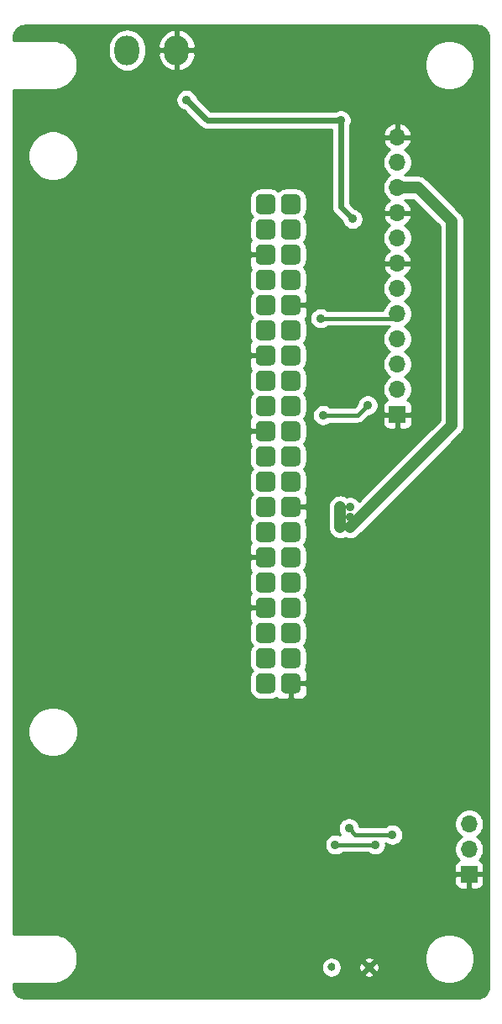
<source format=gbr>
G04 #@! TF.GenerationSoftware,KiCad,Pcbnew,5.1.5+dfsg1-2build2*
G04 #@! TF.CreationDate,2021-01-21T00:37:08+01:00*
G04 #@! TF.ProjectId,t100-raspi,74313030-2d72-4617-9370-692e6b696361,rev?*
G04 #@! TF.SameCoordinates,Original*
G04 #@! TF.FileFunction,Copper,L2,Bot*
G04 #@! TF.FilePolarity,Positive*
%FSLAX46Y46*%
G04 Gerber Fmt 4.6, Leading zero omitted, Abs format (unit mm)*
G04 Created by KiCad (PCBNEW 5.1.5+dfsg1-2build2) date 2021-01-21 00:37:08*
%MOMM*%
%LPD*%
G04 APERTURE LIST*
%ADD10C,0.100000*%
%ADD11O,1.700000X1.700000*%
%ADD12R,1.700000X1.700000*%
%ADD13O,2.500000X3.000000*%
%ADD14C,0.797560*%
%ADD15C,0.900000*%
%ADD16C,0.400000*%
%ADD17C,1.200000*%
%ADD18C,0.600000*%
%ADD19C,0.254000*%
G04 APERTURE END LIST*
G04 #@! TA.AperFunction,ComponentPad*
D10*
G36*
X102009009Y-116262408D02*
G01*
X102057545Y-116269607D01*
X102105142Y-116281530D01*
X102151342Y-116298060D01*
X102195698Y-116319039D01*
X102237785Y-116344265D01*
X102277197Y-116373495D01*
X102313553Y-116406447D01*
X102346505Y-116442803D01*
X102375735Y-116482215D01*
X102400961Y-116524302D01*
X102421940Y-116568658D01*
X102438470Y-116614858D01*
X102450393Y-116662455D01*
X102457592Y-116710991D01*
X102460000Y-116760000D01*
X102460000Y-117760000D01*
X102457592Y-117809009D01*
X102450393Y-117857545D01*
X102438470Y-117905142D01*
X102421940Y-117951342D01*
X102400961Y-117995698D01*
X102375735Y-118037785D01*
X102346505Y-118077197D01*
X102313553Y-118113553D01*
X102277197Y-118146505D01*
X102237785Y-118175735D01*
X102195698Y-118200961D01*
X102151342Y-118221940D01*
X102105142Y-118238470D01*
X102057545Y-118250393D01*
X102009009Y-118257592D01*
X101960000Y-118260000D01*
X100960000Y-118260000D01*
X100910991Y-118257592D01*
X100862455Y-118250393D01*
X100814858Y-118238470D01*
X100768658Y-118221940D01*
X100724302Y-118200961D01*
X100682215Y-118175735D01*
X100642803Y-118146505D01*
X100606447Y-118113553D01*
X100573495Y-118077197D01*
X100544265Y-118037785D01*
X100519039Y-117995698D01*
X100498060Y-117951342D01*
X100481530Y-117905142D01*
X100469607Y-117857545D01*
X100462408Y-117809009D01*
X100460000Y-117760000D01*
X100460000Y-116760000D01*
X100462408Y-116710991D01*
X100469607Y-116662455D01*
X100481530Y-116614858D01*
X100498060Y-116568658D01*
X100519039Y-116524302D01*
X100544265Y-116482215D01*
X100573495Y-116442803D01*
X100606447Y-116406447D01*
X100642803Y-116373495D01*
X100682215Y-116344265D01*
X100724302Y-116319039D01*
X100768658Y-116298060D01*
X100814858Y-116281530D01*
X100862455Y-116269607D01*
X100910991Y-116262408D01*
X100960000Y-116260000D01*
X101960000Y-116260000D01*
X102009009Y-116262408D01*
G37*
G04 #@! TD.AperFunction*
G04 #@! TA.AperFunction,ComponentPad*
G36*
X104549009Y-116262408D02*
G01*
X104597545Y-116269607D01*
X104645142Y-116281530D01*
X104691342Y-116298060D01*
X104735698Y-116319039D01*
X104777785Y-116344265D01*
X104817197Y-116373495D01*
X104853553Y-116406447D01*
X104886505Y-116442803D01*
X104915735Y-116482215D01*
X104940961Y-116524302D01*
X104961940Y-116568658D01*
X104978470Y-116614858D01*
X104990393Y-116662455D01*
X104997592Y-116710991D01*
X105000000Y-116760000D01*
X105000000Y-117760000D01*
X104997592Y-117809009D01*
X104990393Y-117857545D01*
X104978470Y-117905142D01*
X104961940Y-117951342D01*
X104940961Y-117995698D01*
X104915735Y-118037785D01*
X104886505Y-118077197D01*
X104853553Y-118113553D01*
X104817197Y-118146505D01*
X104777785Y-118175735D01*
X104735698Y-118200961D01*
X104691342Y-118221940D01*
X104645142Y-118238470D01*
X104597545Y-118250393D01*
X104549009Y-118257592D01*
X104500000Y-118260000D01*
X103500000Y-118260000D01*
X103450991Y-118257592D01*
X103402455Y-118250393D01*
X103354858Y-118238470D01*
X103308658Y-118221940D01*
X103264302Y-118200961D01*
X103222215Y-118175735D01*
X103182803Y-118146505D01*
X103146447Y-118113553D01*
X103113495Y-118077197D01*
X103084265Y-118037785D01*
X103059039Y-117995698D01*
X103038060Y-117951342D01*
X103021530Y-117905142D01*
X103009607Y-117857545D01*
X103002408Y-117809009D01*
X103000000Y-117760000D01*
X103000000Y-116760000D01*
X103002408Y-116710991D01*
X103009607Y-116662455D01*
X103021530Y-116614858D01*
X103038060Y-116568658D01*
X103059039Y-116524302D01*
X103084265Y-116482215D01*
X103113495Y-116442803D01*
X103146447Y-116406447D01*
X103182803Y-116373495D01*
X103222215Y-116344265D01*
X103264302Y-116319039D01*
X103308658Y-116298060D01*
X103354858Y-116281530D01*
X103402455Y-116269607D01*
X103450991Y-116262408D01*
X103500000Y-116260000D01*
X104500000Y-116260000D01*
X104549009Y-116262408D01*
G37*
G04 #@! TD.AperFunction*
G04 #@! TA.AperFunction,ComponentPad*
G36*
X102009009Y-113722408D02*
G01*
X102057545Y-113729607D01*
X102105142Y-113741530D01*
X102151342Y-113758060D01*
X102195698Y-113779039D01*
X102237785Y-113804265D01*
X102277197Y-113833495D01*
X102313553Y-113866447D01*
X102346505Y-113902803D01*
X102375735Y-113942215D01*
X102400961Y-113984302D01*
X102421940Y-114028658D01*
X102438470Y-114074858D01*
X102450393Y-114122455D01*
X102457592Y-114170991D01*
X102460000Y-114220000D01*
X102460000Y-115220000D01*
X102457592Y-115269009D01*
X102450393Y-115317545D01*
X102438470Y-115365142D01*
X102421940Y-115411342D01*
X102400961Y-115455698D01*
X102375735Y-115497785D01*
X102346505Y-115537197D01*
X102313553Y-115573553D01*
X102277197Y-115606505D01*
X102237785Y-115635735D01*
X102195698Y-115660961D01*
X102151342Y-115681940D01*
X102105142Y-115698470D01*
X102057545Y-115710393D01*
X102009009Y-115717592D01*
X101960000Y-115720000D01*
X100960000Y-115720000D01*
X100910991Y-115717592D01*
X100862455Y-115710393D01*
X100814858Y-115698470D01*
X100768658Y-115681940D01*
X100724302Y-115660961D01*
X100682215Y-115635735D01*
X100642803Y-115606505D01*
X100606447Y-115573553D01*
X100573495Y-115537197D01*
X100544265Y-115497785D01*
X100519039Y-115455698D01*
X100498060Y-115411342D01*
X100481530Y-115365142D01*
X100469607Y-115317545D01*
X100462408Y-115269009D01*
X100460000Y-115220000D01*
X100460000Y-114220000D01*
X100462408Y-114170991D01*
X100469607Y-114122455D01*
X100481530Y-114074858D01*
X100498060Y-114028658D01*
X100519039Y-113984302D01*
X100544265Y-113942215D01*
X100573495Y-113902803D01*
X100606447Y-113866447D01*
X100642803Y-113833495D01*
X100682215Y-113804265D01*
X100724302Y-113779039D01*
X100768658Y-113758060D01*
X100814858Y-113741530D01*
X100862455Y-113729607D01*
X100910991Y-113722408D01*
X100960000Y-113720000D01*
X101960000Y-113720000D01*
X102009009Y-113722408D01*
G37*
G04 #@! TD.AperFunction*
G04 #@! TA.AperFunction,ComponentPad*
G36*
X104549009Y-113722408D02*
G01*
X104597545Y-113729607D01*
X104645142Y-113741530D01*
X104691342Y-113758060D01*
X104735698Y-113779039D01*
X104777785Y-113804265D01*
X104817197Y-113833495D01*
X104853553Y-113866447D01*
X104886505Y-113902803D01*
X104915735Y-113942215D01*
X104940961Y-113984302D01*
X104961940Y-114028658D01*
X104978470Y-114074858D01*
X104990393Y-114122455D01*
X104997592Y-114170991D01*
X105000000Y-114220000D01*
X105000000Y-115220000D01*
X104997592Y-115269009D01*
X104990393Y-115317545D01*
X104978470Y-115365142D01*
X104961940Y-115411342D01*
X104940961Y-115455698D01*
X104915735Y-115497785D01*
X104886505Y-115537197D01*
X104853553Y-115573553D01*
X104817197Y-115606505D01*
X104777785Y-115635735D01*
X104735698Y-115660961D01*
X104691342Y-115681940D01*
X104645142Y-115698470D01*
X104597545Y-115710393D01*
X104549009Y-115717592D01*
X104500000Y-115720000D01*
X103500000Y-115720000D01*
X103450991Y-115717592D01*
X103402455Y-115710393D01*
X103354858Y-115698470D01*
X103308658Y-115681940D01*
X103264302Y-115660961D01*
X103222215Y-115635735D01*
X103182803Y-115606505D01*
X103146447Y-115573553D01*
X103113495Y-115537197D01*
X103084265Y-115497785D01*
X103059039Y-115455698D01*
X103038060Y-115411342D01*
X103021530Y-115365142D01*
X103009607Y-115317545D01*
X103002408Y-115269009D01*
X103000000Y-115220000D01*
X103000000Y-114220000D01*
X103002408Y-114170991D01*
X103009607Y-114122455D01*
X103021530Y-114074858D01*
X103038060Y-114028658D01*
X103059039Y-113984302D01*
X103084265Y-113942215D01*
X103113495Y-113902803D01*
X103146447Y-113866447D01*
X103182803Y-113833495D01*
X103222215Y-113804265D01*
X103264302Y-113779039D01*
X103308658Y-113758060D01*
X103354858Y-113741530D01*
X103402455Y-113729607D01*
X103450991Y-113722408D01*
X103500000Y-113720000D01*
X104500000Y-113720000D01*
X104549009Y-113722408D01*
G37*
G04 #@! TD.AperFunction*
G04 #@! TA.AperFunction,ComponentPad*
G36*
X102009009Y-111182408D02*
G01*
X102057545Y-111189607D01*
X102105142Y-111201530D01*
X102151342Y-111218060D01*
X102195698Y-111239039D01*
X102237785Y-111264265D01*
X102277197Y-111293495D01*
X102313553Y-111326447D01*
X102346505Y-111362803D01*
X102375735Y-111402215D01*
X102400961Y-111444302D01*
X102421940Y-111488658D01*
X102438470Y-111534858D01*
X102450393Y-111582455D01*
X102457592Y-111630991D01*
X102460000Y-111680000D01*
X102460000Y-112680000D01*
X102457592Y-112729009D01*
X102450393Y-112777545D01*
X102438470Y-112825142D01*
X102421940Y-112871342D01*
X102400961Y-112915698D01*
X102375735Y-112957785D01*
X102346505Y-112997197D01*
X102313553Y-113033553D01*
X102277197Y-113066505D01*
X102237785Y-113095735D01*
X102195698Y-113120961D01*
X102151342Y-113141940D01*
X102105142Y-113158470D01*
X102057545Y-113170393D01*
X102009009Y-113177592D01*
X101960000Y-113180000D01*
X100960000Y-113180000D01*
X100910991Y-113177592D01*
X100862455Y-113170393D01*
X100814858Y-113158470D01*
X100768658Y-113141940D01*
X100724302Y-113120961D01*
X100682215Y-113095735D01*
X100642803Y-113066505D01*
X100606447Y-113033553D01*
X100573495Y-112997197D01*
X100544265Y-112957785D01*
X100519039Y-112915698D01*
X100498060Y-112871342D01*
X100481530Y-112825142D01*
X100469607Y-112777545D01*
X100462408Y-112729009D01*
X100460000Y-112680000D01*
X100460000Y-111680000D01*
X100462408Y-111630991D01*
X100469607Y-111582455D01*
X100481530Y-111534858D01*
X100498060Y-111488658D01*
X100519039Y-111444302D01*
X100544265Y-111402215D01*
X100573495Y-111362803D01*
X100606447Y-111326447D01*
X100642803Y-111293495D01*
X100682215Y-111264265D01*
X100724302Y-111239039D01*
X100768658Y-111218060D01*
X100814858Y-111201530D01*
X100862455Y-111189607D01*
X100910991Y-111182408D01*
X100960000Y-111180000D01*
X101960000Y-111180000D01*
X102009009Y-111182408D01*
G37*
G04 #@! TD.AperFunction*
G04 #@! TA.AperFunction,ComponentPad*
G36*
X104549009Y-111182408D02*
G01*
X104597545Y-111189607D01*
X104645142Y-111201530D01*
X104691342Y-111218060D01*
X104735698Y-111239039D01*
X104777785Y-111264265D01*
X104817197Y-111293495D01*
X104853553Y-111326447D01*
X104886505Y-111362803D01*
X104915735Y-111402215D01*
X104940961Y-111444302D01*
X104961940Y-111488658D01*
X104978470Y-111534858D01*
X104990393Y-111582455D01*
X104997592Y-111630991D01*
X105000000Y-111680000D01*
X105000000Y-112680000D01*
X104997592Y-112729009D01*
X104990393Y-112777545D01*
X104978470Y-112825142D01*
X104961940Y-112871342D01*
X104940961Y-112915698D01*
X104915735Y-112957785D01*
X104886505Y-112997197D01*
X104853553Y-113033553D01*
X104817197Y-113066505D01*
X104777785Y-113095735D01*
X104735698Y-113120961D01*
X104691342Y-113141940D01*
X104645142Y-113158470D01*
X104597545Y-113170393D01*
X104549009Y-113177592D01*
X104500000Y-113180000D01*
X103500000Y-113180000D01*
X103450991Y-113177592D01*
X103402455Y-113170393D01*
X103354858Y-113158470D01*
X103308658Y-113141940D01*
X103264302Y-113120961D01*
X103222215Y-113095735D01*
X103182803Y-113066505D01*
X103146447Y-113033553D01*
X103113495Y-112997197D01*
X103084265Y-112957785D01*
X103059039Y-112915698D01*
X103038060Y-112871342D01*
X103021530Y-112825142D01*
X103009607Y-112777545D01*
X103002408Y-112729009D01*
X103000000Y-112680000D01*
X103000000Y-111680000D01*
X103002408Y-111630991D01*
X103009607Y-111582455D01*
X103021530Y-111534858D01*
X103038060Y-111488658D01*
X103059039Y-111444302D01*
X103084265Y-111402215D01*
X103113495Y-111362803D01*
X103146447Y-111326447D01*
X103182803Y-111293495D01*
X103222215Y-111264265D01*
X103264302Y-111239039D01*
X103308658Y-111218060D01*
X103354858Y-111201530D01*
X103402455Y-111189607D01*
X103450991Y-111182408D01*
X103500000Y-111180000D01*
X104500000Y-111180000D01*
X104549009Y-111182408D01*
G37*
G04 #@! TD.AperFunction*
G04 #@! TA.AperFunction,ComponentPad*
G36*
X102009009Y-108642408D02*
G01*
X102057545Y-108649607D01*
X102105142Y-108661530D01*
X102151342Y-108678060D01*
X102195698Y-108699039D01*
X102237785Y-108724265D01*
X102277197Y-108753495D01*
X102313553Y-108786447D01*
X102346505Y-108822803D01*
X102375735Y-108862215D01*
X102400961Y-108904302D01*
X102421940Y-108948658D01*
X102438470Y-108994858D01*
X102450393Y-109042455D01*
X102457592Y-109090991D01*
X102460000Y-109140000D01*
X102460000Y-110140000D01*
X102457592Y-110189009D01*
X102450393Y-110237545D01*
X102438470Y-110285142D01*
X102421940Y-110331342D01*
X102400961Y-110375698D01*
X102375735Y-110417785D01*
X102346505Y-110457197D01*
X102313553Y-110493553D01*
X102277197Y-110526505D01*
X102237785Y-110555735D01*
X102195698Y-110580961D01*
X102151342Y-110601940D01*
X102105142Y-110618470D01*
X102057545Y-110630393D01*
X102009009Y-110637592D01*
X101960000Y-110640000D01*
X100960000Y-110640000D01*
X100910991Y-110637592D01*
X100862455Y-110630393D01*
X100814858Y-110618470D01*
X100768658Y-110601940D01*
X100724302Y-110580961D01*
X100682215Y-110555735D01*
X100642803Y-110526505D01*
X100606447Y-110493553D01*
X100573495Y-110457197D01*
X100544265Y-110417785D01*
X100519039Y-110375698D01*
X100498060Y-110331342D01*
X100481530Y-110285142D01*
X100469607Y-110237545D01*
X100462408Y-110189009D01*
X100460000Y-110140000D01*
X100460000Y-109140000D01*
X100462408Y-109090991D01*
X100469607Y-109042455D01*
X100481530Y-108994858D01*
X100498060Y-108948658D01*
X100519039Y-108904302D01*
X100544265Y-108862215D01*
X100573495Y-108822803D01*
X100606447Y-108786447D01*
X100642803Y-108753495D01*
X100682215Y-108724265D01*
X100724302Y-108699039D01*
X100768658Y-108678060D01*
X100814858Y-108661530D01*
X100862455Y-108649607D01*
X100910991Y-108642408D01*
X100960000Y-108640000D01*
X101960000Y-108640000D01*
X102009009Y-108642408D01*
G37*
G04 #@! TD.AperFunction*
G04 #@! TA.AperFunction,ComponentPad*
G36*
X104549009Y-108642408D02*
G01*
X104597545Y-108649607D01*
X104645142Y-108661530D01*
X104691342Y-108678060D01*
X104735698Y-108699039D01*
X104777785Y-108724265D01*
X104817197Y-108753495D01*
X104853553Y-108786447D01*
X104886505Y-108822803D01*
X104915735Y-108862215D01*
X104940961Y-108904302D01*
X104961940Y-108948658D01*
X104978470Y-108994858D01*
X104990393Y-109042455D01*
X104997592Y-109090991D01*
X105000000Y-109140000D01*
X105000000Y-110140000D01*
X104997592Y-110189009D01*
X104990393Y-110237545D01*
X104978470Y-110285142D01*
X104961940Y-110331342D01*
X104940961Y-110375698D01*
X104915735Y-110417785D01*
X104886505Y-110457197D01*
X104853553Y-110493553D01*
X104817197Y-110526505D01*
X104777785Y-110555735D01*
X104735698Y-110580961D01*
X104691342Y-110601940D01*
X104645142Y-110618470D01*
X104597545Y-110630393D01*
X104549009Y-110637592D01*
X104500000Y-110640000D01*
X103500000Y-110640000D01*
X103450991Y-110637592D01*
X103402455Y-110630393D01*
X103354858Y-110618470D01*
X103308658Y-110601940D01*
X103264302Y-110580961D01*
X103222215Y-110555735D01*
X103182803Y-110526505D01*
X103146447Y-110493553D01*
X103113495Y-110457197D01*
X103084265Y-110417785D01*
X103059039Y-110375698D01*
X103038060Y-110331342D01*
X103021530Y-110285142D01*
X103009607Y-110237545D01*
X103002408Y-110189009D01*
X103000000Y-110140000D01*
X103000000Y-109140000D01*
X103002408Y-109090991D01*
X103009607Y-109042455D01*
X103021530Y-108994858D01*
X103038060Y-108948658D01*
X103059039Y-108904302D01*
X103084265Y-108862215D01*
X103113495Y-108822803D01*
X103146447Y-108786447D01*
X103182803Y-108753495D01*
X103222215Y-108724265D01*
X103264302Y-108699039D01*
X103308658Y-108678060D01*
X103354858Y-108661530D01*
X103402455Y-108649607D01*
X103450991Y-108642408D01*
X103500000Y-108640000D01*
X104500000Y-108640000D01*
X104549009Y-108642408D01*
G37*
G04 #@! TD.AperFunction*
G04 #@! TA.AperFunction,ComponentPad*
G36*
X102009009Y-106102408D02*
G01*
X102057545Y-106109607D01*
X102105142Y-106121530D01*
X102151342Y-106138060D01*
X102195698Y-106159039D01*
X102237785Y-106184265D01*
X102277197Y-106213495D01*
X102313553Y-106246447D01*
X102346505Y-106282803D01*
X102375735Y-106322215D01*
X102400961Y-106364302D01*
X102421940Y-106408658D01*
X102438470Y-106454858D01*
X102450393Y-106502455D01*
X102457592Y-106550991D01*
X102460000Y-106600000D01*
X102460000Y-107600000D01*
X102457592Y-107649009D01*
X102450393Y-107697545D01*
X102438470Y-107745142D01*
X102421940Y-107791342D01*
X102400961Y-107835698D01*
X102375735Y-107877785D01*
X102346505Y-107917197D01*
X102313553Y-107953553D01*
X102277197Y-107986505D01*
X102237785Y-108015735D01*
X102195698Y-108040961D01*
X102151342Y-108061940D01*
X102105142Y-108078470D01*
X102057545Y-108090393D01*
X102009009Y-108097592D01*
X101960000Y-108100000D01*
X100960000Y-108100000D01*
X100910991Y-108097592D01*
X100862455Y-108090393D01*
X100814858Y-108078470D01*
X100768658Y-108061940D01*
X100724302Y-108040961D01*
X100682215Y-108015735D01*
X100642803Y-107986505D01*
X100606447Y-107953553D01*
X100573495Y-107917197D01*
X100544265Y-107877785D01*
X100519039Y-107835698D01*
X100498060Y-107791342D01*
X100481530Y-107745142D01*
X100469607Y-107697545D01*
X100462408Y-107649009D01*
X100460000Y-107600000D01*
X100460000Y-106600000D01*
X100462408Y-106550991D01*
X100469607Y-106502455D01*
X100481530Y-106454858D01*
X100498060Y-106408658D01*
X100519039Y-106364302D01*
X100544265Y-106322215D01*
X100573495Y-106282803D01*
X100606447Y-106246447D01*
X100642803Y-106213495D01*
X100682215Y-106184265D01*
X100724302Y-106159039D01*
X100768658Y-106138060D01*
X100814858Y-106121530D01*
X100862455Y-106109607D01*
X100910991Y-106102408D01*
X100960000Y-106100000D01*
X101960000Y-106100000D01*
X102009009Y-106102408D01*
G37*
G04 #@! TD.AperFunction*
G04 #@! TA.AperFunction,ComponentPad*
G36*
X104549009Y-106102408D02*
G01*
X104597545Y-106109607D01*
X104645142Y-106121530D01*
X104691342Y-106138060D01*
X104735698Y-106159039D01*
X104777785Y-106184265D01*
X104817197Y-106213495D01*
X104853553Y-106246447D01*
X104886505Y-106282803D01*
X104915735Y-106322215D01*
X104940961Y-106364302D01*
X104961940Y-106408658D01*
X104978470Y-106454858D01*
X104990393Y-106502455D01*
X104997592Y-106550991D01*
X105000000Y-106600000D01*
X105000000Y-107600000D01*
X104997592Y-107649009D01*
X104990393Y-107697545D01*
X104978470Y-107745142D01*
X104961940Y-107791342D01*
X104940961Y-107835698D01*
X104915735Y-107877785D01*
X104886505Y-107917197D01*
X104853553Y-107953553D01*
X104817197Y-107986505D01*
X104777785Y-108015735D01*
X104735698Y-108040961D01*
X104691342Y-108061940D01*
X104645142Y-108078470D01*
X104597545Y-108090393D01*
X104549009Y-108097592D01*
X104500000Y-108100000D01*
X103500000Y-108100000D01*
X103450991Y-108097592D01*
X103402455Y-108090393D01*
X103354858Y-108078470D01*
X103308658Y-108061940D01*
X103264302Y-108040961D01*
X103222215Y-108015735D01*
X103182803Y-107986505D01*
X103146447Y-107953553D01*
X103113495Y-107917197D01*
X103084265Y-107877785D01*
X103059039Y-107835698D01*
X103038060Y-107791342D01*
X103021530Y-107745142D01*
X103009607Y-107697545D01*
X103002408Y-107649009D01*
X103000000Y-107600000D01*
X103000000Y-106600000D01*
X103002408Y-106550991D01*
X103009607Y-106502455D01*
X103021530Y-106454858D01*
X103038060Y-106408658D01*
X103059039Y-106364302D01*
X103084265Y-106322215D01*
X103113495Y-106282803D01*
X103146447Y-106246447D01*
X103182803Y-106213495D01*
X103222215Y-106184265D01*
X103264302Y-106159039D01*
X103308658Y-106138060D01*
X103354858Y-106121530D01*
X103402455Y-106109607D01*
X103450991Y-106102408D01*
X103500000Y-106100000D01*
X104500000Y-106100000D01*
X104549009Y-106102408D01*
G37*
G04 #@! TD.AperFunction*
G04 #@! TA.AperFunction,ComponentPad*
G36*
X102009009Y-103562408D02*
G01*
X102057545Y-103569607D01*
X102105142Y-103581530D01*
X102151342Y-103598060D01*
X102195698Y-103619039D01*
X102237785Y-103644265D01*
X102277197Y-103673495D01*
X102313553Y-103706447D01*
X102346505Y-103742803D01*
X102375735Y-103782215D01*
X102400961Y-103824302D01*
X102421940Y-103868658D01*
X102438470Y-103914858D01*
X102450393Y-103962455D01*
X102457592Y-104010991D01*
X102460000Y-104060000D01*
X102460000Y-105060000D01*
X102457592Y-105109009D01*
X102450393Y-105157545D01*
X102438470Y-105205142D01*
X102421940Y-105251342D01*
X102400961Y-105295698D01*
X102375735Y-105337785D01*
X102346505Y-105377197D01*
X102313553Y-105413553D01*
X102277197Y-105446505D01*
X102237785Y-105475735D01*
X102195698Y-105500961D01*
X102151342Y-105521940D01*
X102105142Y-105538470D01*
X102057545Y-105550393D01*
X102009009Y-105557592D01*
X101960000Y-105560000D01*
X100960000Y-105560000D01*
X100910991Y-105557592D01*
X100862455Y-105550393D01*
X100814858Y-105538470D01*
X100768658Y-105521940D01*
X100724302Y-105500961D01*
X100682215Y-105475735D01*
X100642803Y-105446505D01*
X100606447Y-105413553D01*
X100573495Y-105377197D01*
X100544265Y-105337785D01*
X100519039Y-105295698D01*
X100498060Y-105251342D01*
X100481530Y-105205142D01*
X100469607Y-105157545D01*
X100462408Y-105109009D01*
X100460000Y-105060000D01*
X100460000Y-104060000D01*
X100462408Y-104010991D01*
X100469607Y-103962455D01*
X100481530Y-103914858D01*
X100498060Y-103868658D01*
X100519039Y-103824302D01*
X100544265Y-103782215D01*
X100573495Y-103742803D01*
X100606447Y-103706447D01*
X100642803Y-103673495D01*
X100682215Y-103644265D01*
X100724302Y-103619039D01*
X100768658Y-103598060D01*
X100814858Y-103581530D01*
X100862455Y-103569607D01*
X100910991Y-103562408D01*
X100960000Y-103560000D01*
X101960000Y-103560000D01*
X102009009Y-103562408D01*
G37*
G04 #@! TD.AperFunction*
G04 #@! TA.AperFunction,ComponentPad*
G36*
X104549009Y-103562408D02*
G01*
X104597545Y-103569607D01*
X104645142Y-103581530D01*
X104691342Y-103598060D01*
X104735698Y-103619039D01*
X104777785Y-103644265D01*
X104817197Y-103673495D01*
X104853553Y-103706447D01*
X104886505Y-103742803D01*
X104915735Y-103782215D01*
X104940961Y-103824302D01*
X104961940Y-103868658D01*
X104978470Y-103914858D01*
X104990393Y-103962455D01*
X104997592Y-104010991D01*
X105000000Y-104060000D01*
X105000000Y-105060000D01*
X104997592Y-105109009D01*
X104990393Y-105157545D01*
X104978470Y-105205142D01*
X104961940Y-105251342D01*
X104940961Y-105295698D01*
X104915735Y-105337785D01*
X104886505Y-105377197D01*
X104853553Y-105413553D01*
X104817197Y-105446505D01*
X104777785Y-105475735D01*
X104735698Y-105500961D01*
X104691342Y-105521940D01*
X104645142Y-105538470D01*
X104597545Y-105550393D01*
X104549009Y-105557592D01*
X104500000Y-105560000D01*
X103500000Y-105560000D01*
X103450991Y-105557592D01*
X103402455Y-105550393D01*
X103354858Y-105538470D01*
X103308658Y-105521940D01*
X103264302Y-105500961D01*
X103222215Y-105475735D01*
X103182803Y-105446505D01*
X103146447Y-105413553D01*
X103113495Y-105377197D01*
X103084265Y-105337785D01*
X103059039Y-105295698D01*
X103038060Y-105251342D01*
X103021530Y-105205142D01*
X103009607Y-105157545D01*
X103002408Y-105109009D01*
X103000000Y-105060000D01*
X103000000Y-104060000D01*
X103002408Y-104010991D01*
X103009607Y-103962455D01*
X103021530Y-103914858D01*
X103038060Y-103868658D01*
X103059039Y-103824302D01*
X103084265Y-103782215D01*
X103113495Y-103742803D01*
X103146447Y-103706447D01*
X103182803Y-103673495D01*
X103222215Y-103644265D01*
X103264302Y-103619039D01*
X103308658Y-103598060D01*
X103354858Y-103581530D01*
X103402455Y-103569607D01*
X103450991Y-103562408D01*
X103500000Y-103560000D01*
X104500000Y-103560000D01*
X104549009Y-103562408D01*
G37*
G04 #@! TD.AperFunction*
G04 #@! TA.AperFunction,ComponentPad*
G36*
X102009009Y-101022408D02*
G01*
X102057545Y-101029607D01*
X102105142Y-101041530D01*
X102151342Y-101058060D01*
X102195698Y-101079039D01*
X102237785Y-101104265D01*
X102277197Y-101133495D01*
X102313553Y-101166447D01*
X102346505Y-101202803D01*
X102375735Y-101242215D01*
X102400961Y-101284302D01*
X102421940Y-101328658D01*
X102438470Y-101374858D01*
X102450393Y-101422455D01*
X102457592Y-101470991D01*
X102460000Y-101520000D01*
X102460000Y-102520000D01*
X102457592Y-102569009D01*
X102450393Y-102617545D01*
X102438470Y-102665142D01*
X102421940Y-102711342D01*
X102400961Y-102755698D01*
X102375735Y-102797785D01*
X102346505Y-102837197D01*
X102313553Y-102873553D01*
X102277197Y-102906505D01*
X102237785Y-102935735D01*
X102195698Y-102960961D01*
X102151342Y-102981940D01*
X102105142Y-102998470D01*
X102057545Y-103010393D01*
X102009009Y-103017592D01*
X101960000Y-103020000D01*
X100960000Y-103020000D01*
X100910991Y-103017592D01*
X100862455Y-103010393D01*
X100814858Y-102998470D01*
X100768658Y-102981940D01*
X100724302Y-102960961D01*
X100682215Y-102935735D01*
X100642803Y-102906505D01*
X100606447Y-102873553D01*
X100573495Y-102837197D01*
X100544265Y-102797785D01*
X100519039Y-102755698D01*
X100498060Y-102711342D01*
X100481530Y-102665142D01*
X100469607Y-102617545D01*
X100462408Y-102569009D01*
X100460000Y-102520000D01*
X100460000Y-101520000D01*
X100462408Y-101470991D01*
X100469607Y-101422455D01*
X100481530Y-101374858D01*
X100498060Y-101328658D01*
X100519039Y-101284302D01*
X100544265Y-101242215D01*
X100573495Y-101202803D01*
X100606447Y-101166447D01*
X100642803Y-101133495D01*
X100682215Y-101104265D01*
X100724302Y-101079039D01*
X100768658Y-101058060D01*
X100814858Y-101041530D01*
X100862455Y-101029607D01*
X100910991Y-101022408D01*
X100960000Y-101020000D01*
X101960000Y-101020000D01*
X102009009Y-101022408D01*
G37*
G04 #@! TD.AperFunction*
G04 #@! TA.AperFunction,ComponentPad*
G36*
X104549009Y-101022408D02*
G01*
X104597545Y-101029607D01*
X104645142Y-101041530D01*
X104691342Y-101058060D01*
X104735698Y-101079039D01*
X104777785Y-101104265D01*
X104817197Y-101133495D01*
X104853553Y-101166447D01*
X104886505Y-101202803D01*
X104915735Y-101242215D01*
X104940961Y-101284302D01*
X104961940Y-101328658D01*
X104978470Y-101374858D01*
X104990393Y-101422455D01*
X104997592Y-101470991D01*
X105000000Y-101520000D01*
X105000000Y-102520000D01*
X104997592Y-102569009D01*
X104990393Y-102617545D01*
X104978470Y-102665142D01*
X104961940Y-102711342D01*
X104940961Y-102755698D01*
X104915735Y-102797785D01*
X104886505Y-102837197D01*
X104853553Y-102873553D01*
X104817197Y-102906505D01*
X104777785Y-102935735D01*
X104735698Y-102960961D01*
X104691342Y-102981940D01*
X104645142Y-102998470D01*
X104597545Y-103010393D01*
X104549009Y-103017592D01*
X104500000Y-103020000D01*
X103500000Y-103020000D01*
X103450991Y-103017592D01*
X103402455Y-103010393D01*
X103354858Y-102998470D01*
X103308658Y-102981940D01*
X103264302Y-102960961D01*
X103222215Y-102935735D01*
X103182803Y-102906505D01*
X103146447Y-102873553D01*
X103113495Y-102837197D01*
X103084265Y-102797785D01*
X103059039Y-102755698D01*
X103038060Y-102711342D01*
X103021530Y-102665142D01*
X103009607Y-102617545D01*
X103002408Y-102569009D01*
X103000000Y-102520000D01*
X103000000Y-101520000D01*
X103002408Y-101470991D01*
X103009607Y-101422455D01*
X103021530Y-101374858D01*
X103038060Y-101328658D01*
X103059039Y-101284302D01*
X103084265Y-101242215D01*
X103113495Y-101202803D01*
X103146447Y-101166447D01*
X103182803Y-101133495D01*
X103222215Y-101104265D01*
X103264302Y-101079039D01*
X103308658Y-101058060D01*
X103354858Y-101041530D01*
X103402455Y-101029607D01*
X103450991Y-101022408D01*
X103500000Y-101020000D01*
X104500000Y-101020000D01*
X104549009Y-101022408D01*
G37*
G04 #@! TD.AperFunction*
G04 #@! TA.AperFunction,ComponentPad*
G36*
X102009009Y-98482408D02*
G01*
X102057545Y-98489607D01*
X102105142Y-98501530D01*
X102151342Y-98518060D01*
X102195698Y-98539039D01*
X102237785Y-98564265D01*
X102277197Y-98593495D01*
X102313553Y-98626447D01*
X102346505Y-98662803D01*
X102375735Y-98702215D01*
X102400961Y-98744302D01*
X102421940Y-98788658D01*
X102438470Y-98834858D01*
X102450393Y-98882455D01*
X102457592Y-98930991D01*
X102460000Y-98980000D01*
X102460000Y-99980000D01*
X102457592Y-100029009D01*
X102450393Y-100077545D01*
X102438470Y-100125142D01*
X102421940Y-100171342D01*
X102400961Y-100215698D01*
X102375735Y-100257785D01*
X102346505Y-100297197D01*
X102313553Y-100333553D01*
X102277197Y-100366505D01*
X102237785Y-100395735D01*
X102195698Y-100420961D01*
X102151342Y-100441940D01*
X102105142Y-100458470D01*
X102057545Y-100470393D01*
X102009009Y-100477592D01*
X101960000Y-100480000D01*
X100960000Y-100480000D01*
X100910991Y-100477592D01*
X100862455Y-100470393D01*
X100814858Y-100458470D01*
X100768658Y-100441940D01*
X100724302Y-100420961D01*
X100682215Y-100395735D01*
X100642803Y-100366505D01*
X100606447Y-100333553D01*
X100573495Y-100297197D01*
X100544265Y-100257785D01*
X100519039Y-100215698D01*
X100498060Y-100171342D01*
X100481530Y-100125142D01*
X100469607Y-100077545D01*
X100462408Y-100029009D01*
X100460000Y-99980000D01*
X100460000Y-98980000D01*
X100462408Y-98930991D01*
X100469607Y-98882455D01*
X100481530Y-98834858D01*
X100498060Y-98788658D01*
X100519039Y-98744302D01*
X100544265Y-98702215D01*
X100573495Y-98662803D01*
X100606447Y-98626447D01*
X100642803Y-98593495D01*
X100682215Y-98564265D01*
X100724302Y-98539039D01*
X100768658Y-98518060D01*
X100814858Y-98501530D01*
X100862455Y-98489607D01*
X100910991Y-98482408D01*
X100960000Y-98480000D01*
X101960000Y-98480000D01*
X102009009Y-98482408D01*
G37*
G04 #@! TD.AperFunction*
G04 #@! TA.AperFunction,ComponentPad*
G36*
X104549009Y-98482408D02*
G01*
X104597545Y-98489607D01*
X104645142Y-98501530D01*
X104691342Y-98518060D01*
X104735698Y-98539039D01*
X104777785Y-98564265D01*
X104817197Y-98593495D01*
X104853553Y-98626447D01*
X104886505Y-98662803D01*
X104915735Y-98702215D01*
X104940961Y-98744302D01*
X104961940Y-98788658D01*
X104978470Y-98834858D01*
X104990393Y-98882455D01*
X104997592Y-98930991D01*
X105000000Y-98980000D01*
X105000000Y-99980000D01*
X104997592Y-100029009D01*
X104990393Y-100077545D01*
X104978470Y-100125142D01*
X104961940Y-100171342D01*
X104940961Y-100215698D01*
X104915735Y-100257785D01*
X104886505Y-100297197D01*
X104853553Y-100333553D01*
X104817197Y-100366505D01*
X104777785Y-100395735D01*
X104735698Y-100420961D01*
X104691342Y-100441940D01*
X104645142Y-100458470D01*
X104597545Y-100470393D01*
X104549009Y-100477592D01*
X104500000Y-100480000D01*
X103500000Y-100480000D01*
X103450991Y-100477592D01*
X103402455Y-100470393D01*
X103354858Y-100458470D01*
X103308658Y-100441940D01*
X103264302Y-100420961D01*
X103222215Y-100395735D01*
X103182803Y-100366505D01*
X103146447Y-100333553D01*
X103113495Y-100297197D01*
X103084265Y-100257785D01*
X103059039Y-100215698D01*
X103038060Y-100171342D01*
X103021530Y-100125142D01*
X103009607Y-100077545D01*
X103002408Y-100029009D01*
X103000000Y-99980000D01*
X103000000Y-98980000D01*
X103002408Y-98930991D01*
X103009607Y-98882455D01*
X103021530Y-98834858D01*
X103038060Y-98788658D01*
X103059039Y-98744302D01*
X103084265Y-98702215D01*
X103113495Y-98662803D01*
X103146447Y-98626447D01*
X103182803Y-98593495D01*
X103222215Y-98564265D01*
X103264302Y-98539039D01*
X103308658Y-98518060D01*
X103354858Y-98501530D01*
X103402455Y-98489607D01*
X103450991Y-98482408D01*
X103500000Y-98480000D01*
X104500000Y-98480000D01*
X104549009Y-98482408D01*
G37*
G04 #@! TD.AperFunction*
G04 #@! TA.AperFunction,ComponentPad*
G36*
X102009009Y-95942408D02*
G01*
X102057545Y-95949607D01*
X102105142Y-95961530D01*
X102151342Y-95978060D01*
X102195698Y-95999039D01*
X102237785Y-96024265D01*
X102277197Y-96053495D01*
X102313553Y-96086447D01*
X102346505Y-96122803D01*
X102375735Y-96162215D01*
X102400961Y-96204302D01*
X102421940Y-96248658D01*
X102438470Y-96294858D01*
X102450393Y-96342455D01*
X102457592Y-96390991D01*
X102460000Y-96440000D01*
X102460000Y-97440000D01*
X102457592Y-97489009D01*
X102450393Y-97537545D01*
X102438470Y-97585142D01*
X102421940Y-97631342D01*
X102400961Y-97675698D01*
X102375735Y-97717785D01*
X102346505Y-97757197D01*
X102313553Y-97793553D01*
X102277197Y-97826505D01*
X102237785Y-97855735D01*
X102195698Y-97880961D01*
X102151342Y-97901940D01*
X102105142Y-97918470D01*
X102057545Y-97930393D01*
X102009009Y-97937592D01*
X101960000Y-97940000D01*
X100960000Y-97940000D01*
X100910991Y-97937592D01*
X100862455Y-97930393D01*
X100814858Y-97918470D01*
X100768658Y-97901940D01*
X100724302Y-97880961D01*
X100682215Y-97855735D01*
X100642803Y-97826505D01*
X100606447Y-97793553D01*
X100573495Y-97757197D01*
X100544265Y-97717785D01*
X100519039Y-97675698D01*
X100498060Y-97631342D01*
X100481530Y-97585142D01*
X100469607Y-97537545D01*
X100462408Y-97489009D01*
X100460000Y-97440000D01*
X100460000Y-96440000D01*
X100462408Y-96390991D01*
X100469607Y-96342455D01*
X100481530Y-96294858D01*
X100498060Y-96248658D01*
X100519039Y-96204302D01*
X100544265Y-96162215D01*
X100573495Y-96122803D01*
X100606447Y-96086447D01*
X100642803Y-96053495D01*
X100682215Y-96024265D01*
X100724302Y-95999039D01*
X100768658Y-95978060D01*
X100814858Y-95961530D01*
X100862455Y-95949607D01*
X100910991Y-95942408D01*
X100960000Y-95940000D01*
X101960000Y-95940000D01*
X102009009Y-95942408D01*
G37*
G04 #@! TD.AperFunction*
G04 #@! TA.AperFunction,ComponentPad*
G36*
X104549009Y-95942408D02*
G01*
X104597545Y-95949607D01*
X104645142Y-95961530D01*
X104691342Y-95978060D01*
X104735698Y-95999039D01*
X104777785Y-96024265D01*
X104817197Y-96053495D01*
X104853553Y-96086447D01*
X104886505Y-96122803D01*
X104915735Y-96162215D01*
X104940961Y-96204302D01*
X104961940Y-96248658D01*
X104978470Y-96294858D01*
X104990393Y-96342455D01*
X104997592Y-96390991D01*
X105000000Y-96440000D01*
X105000000Y-97440000D01*
X104997592Y-97489009D01*
X104990393Y-97537545D01*
X104978470Y-97585142D01*
X104961940Y-97631342D01*
X104940961Y-97675698D01*
X104915735Y-97717785D01*
X104886505Y-97757197D01*
X104853553Y-97793553D01*
X104817197Y-97826505D01*
X104777785Y-97855735D01*
X104735698Y-97880961D01*
X104691342Y-97901940D01*
X104645142Y-97918470D01*
X104597545Y-97930393D01*
X104549009Y-97937592D01*
X104500000Y-97940000D01*
X103500000Y-97940000D01*
X103450991Y-97937592D01*
X103402455Y-97930393D01*
X103354858Y-97918470D01*
X103308658Y-97901940D01*
X103264302Y-97880961D01*
X103222215Y-97855735D01*
X103182803Y-97826505D01*
X103146447Y-97793553D01*
X103113495Y-97757197D01*
X103084265Y-97717785D01*
X103059039Y-97675698D01*
X103038060Y-97631342D01*
X103021530Y-97585142D01*
X103009607Y-97537545D01*
X103002408Y-97489009D01*
X103000000Y-97440000D01*
X103000000Y-96440000D01*
X103002408Y-96390991D01*
X103009607Y-96342455D01*
X103021530Y-96294858D01*
X103038060Y-96248658D01*
X103059039Y-96204302D01*
X103084265Y-96162215D01*
X103113495Y-96122803D01*
X103146447Y-96086447D01*
X103182803Y-96053495D01*
X103222215Y-96024265D01*
X103264302Y-95999039D01*
X103308658Y-95978060D01*
X103354858Y-95961530D01*
X103402455Y-95949607D01*
X103450991Y-95942408D01*
X103500000Y-95940000D01*
X104500000Y-95940000D01*
X104549009Y-95942408D01*
G37*
G04 #@! TD.AperFunction*
G04 #@! TA.AperFunction,ComponentPad*
G36*
X102009009Y-93402408D02*
G01*
X102057545Y-93409607D01*
X102105142Y-93421530D01*
X102151342Y-93438060D01*
X102195698Y-93459039D01*
X102237785Y-93484265D01*
X102277197Y-93513495D01*
X102313553Y-93546447D01*
X102346505Y-93582803D01*
X102375735Y-93622215D01*
X102400961Y-93664302D01*
X102421940Y-93708658D01*
X102438470Y-93754858D01*
X102450393Y-93802455D01*
X102457592Y-93850991D01*
X102460000Y-93900000D01*
X102460000Y-94900000D01*
X102457592Y-94949009D01*
X102450393Y-94997545D01*
X102438470Y-95045142D01*
X102421940Y-95091342D01*
X102400961Y-95135698D01*
X102375735Y-95177785D01*
X102346505Y-95217197D01*
X102313553Y-95253553D01*
X102277197Y-95286505D01*
X102237785Y-95315735D01*
X102195698Y-95340961D01*
X102151342Y-95361940D01*
X102105142Y-95378470D01*
X102057545Y-95390393D01*
X102009009Y-95397592D01*
X101960000Y-95400000D01*
X100960000Y-95400000D01*
X100910991Y-95397592D01*
X100862455Y-95390393D01*
X100814858Y-95378470D01*
X100768658Y-95361940D01*
X100724302Y-95340961D01*
X100682215Y-95315735D01*
X100642803Y-95286505D01*
X100606447Y-95253553D01*
X100573495Y-95217197D01*
X100544265Y-95177785D01*
X100519039Y-95135698D01*
X100498060Y-95091342D01*
X100481530Y-95045142D01*
X100469607Y-94997545D01*
X100462408Y-94949009D01*
X100460000Y-94900000D01*
X100460000Y-93900000D01*
X100462408Y-93850991D01*
X100469607Y-93802455D01*
X100481530Y-93754858D01*
X100498060Y-93708658D01*
X100519039Y-93664302D01*
X100544265Y-93622215D01*
X100573495Y-93582803D01*
X100606447Y-93546447D01*
X100642803Y-93513495D01*
X100682215Y-93484265D01*
X100724302Y-93459039D01*
X100768658Y-93438060D01*
X100814858Y-93421530D01*
X100862455Y-93409607D01*
X100910991Y-93402408D01*
X100960000Y-93400000D01*
X101960000Y-93400000D01*
X102009009Y-93402408D01*
G37*
G04 #@! TD.AperFunction*
G04 #@! TA.AperFunction,ComponentPad*
G36*
X104549009Y-93402408D02*
G01*
X104597545Y-93409607D01*
X104645142Y-93421530D01*
X104691342Y-93438060D01*
X104735698Y-93459039D01*
X104777785Y-93484265D01*
X104817197Y-93513495D01*
X104853553Y-93546447D01*
X104886505Y-93582803D01*
X104915735Y-93622215D01*
X104940961Y-93664302D01*
X104961940Y-93708658D01*
X104978470Y-93754858D01*
X104990393Y-93802455D01*
X104997592Y-93850991D01*
X105000000Y-93900000D01*
X105000000Y-94900000D01*
X104997592Y-94949009D01*
X104990393Y-94997545D01*
X104978470Y-95045142D01*
X104961940Y-95091342D01*
X104940961Y-95135698D01*
X104915735Y-95177785D01*
X104886505Y-95217197D01*
X104853553Y-95253553D01*
X104817197Y-95286505D01*
X104777785Y-95315735D01*
X104735698Y-95340961D01*
X104691342Y-95361940D01*
X104645142Y-95378470D01*
X104597545Y-95390393D01*
X104549009Y-95397592D01*
X104500000Y-95400000D01*
X103500000Y-95400000D01*
X103450991Y-95397592D01*
X103402455Y-95390393D01*
X103354858Y-95378470D01*
X103308658Y-95361940D01*
X103264302Y-95340961D01*
X103222215Y-95315735D01*
X103182803Y-95286505D01*
X103146447Y-95253553D01*
X103113495Y-95217197D01*
X103084265Y-95177785D01*
X103059039Y-95135698D01*
X103038060Y-95091342D01*
X103021530Y-95045142D01*
X103009607Y-94997545D01*
X103002408Y-94949009D01*
X103000000Y-94900000D01*
X103000000Y-93900000D01*
X103002408Y-93850991D01*
X103009607Y-93802455D01*
X103021530Y-93754858D01*
X103038060Y-93708658D01*
X103059039Y-93664302D01*
X103084265Y-93622215D01*
X103113495Y-93582803D01*
X103146447Y-93546447D01*
X103182803Y-93513495D01*
X103222215Y-93484265D01*
X103264302Y-93459039D01*
X103308658Y-93438060D01*
X103354858Y-93421530D01*
X103402455Y-93409607D01*
X103450991Y-93402408D01*
X103500000Y-93400000D01*
X104500000Y-93400000D01*
X104549009Y-93402408D01*
G37*
G04 #@! TD.AperFunction*
G04 #@! TA.AperFunction,ComponentPad*
G36*
X102009009Y-90862408D02*
G01*
X102057545Y-90869607D01*
X102105142Y-90881530D01*
X102151342Y-90898060D01*
X102195698Y-90919039D01*
X102237785Y-90944265D01*
X102277197Y-90973495D01*
X102313553Y-91006447D01*
X102346505Y-91042803D01*
X102375735Y-91082215D01*
X102400961Y-91124302D01*
X102421940Y-91168658D01*
X102438470Y-91214858D01*
X102450393Y-91262455D01*
X102457592Y-91310991D01*
X102460000Y-91360000D01*
X102460000Y-92360000D01*
X102457592Y-92409009D01*
X102450393Y-92457545D01*
X102438470Y-92505142D01*
X102421940Y-92551342D01*
X102400961Y-92595698D01*
X102375735Y-92637785D01*
X102346505Y-92677197D01*
X102313553Y-92713553D01*
X102277197Y-92746505D01*
X102237785Y-92775735D01*
X102195698Y-92800961D01*
X102151342Y-92821940D01*
X102105142Y-92838470D01*
X102057545Y-92850393D01*
X102009009Y-92857592D01*
X101960000Y-92860000D01*
X100960000Y-92860000D01*
X100910991Y-92857592D01*
X100862455Y-92850393D01*
X100814858Y-92838470D01*
X100768658Y-92821940D01*
X100724302Y-92800961D01*
X100682215Y-92775735D01*
X100642803Y-92746505D01*
X100606447Y-92713553D01*
X100573495Y-92677197D01*
X100544265Y-92637785D01*
X100519039Y-92595698D01*
X100498060Y-92551342D01*
X100481530Y-92505142D01*
X100469607Y-92457545D01*
X100462408Y-92409009D01*
X100460000Y-92360000D01*
X100460000Y-91360000D01*
X100462408Y-91310991D01*
X100469607Y-91262455D01*
X100481530Y-91214858D01*
X100498060Y-91168658D01*
X100519039Y-91124302D01*
X100544265Y-91082215D01*
X100573495Y-91042803D01*
X100606447Y-91006447D01*
X100642803Y-90973495D01*
X100682215Y-90944265D01*
X100724302Y-90919039D01*
X100768658Y-90898060D01*
X100814858Y-90881530D01*
X100862455Y-90869607D01*
X100910991Y-90862408D01*
X100960000Y-90860000D01*
X101960000Y-90860000D01*
X102009009Y-90862408D01*
G37*
G04 #@! TD.AperFunction*
G04 #@! TA.AperFunction,ComponentPad*
G36*
X104549009Y-90862408D02*
G01*
X104597545Y-90869607D01*
X104645142Y-90881530D01*
X104691342Y-90898060D01*
X104735698Y-90919039D01*
X104777785Y-90944265D01*
X104817197Y-90973495D01*
X104853553Y-91006447D01*
X104886505Y-91042803D01*
X104915735Y-91082215D01*
X104940961Y-91124302D01*
X104961940Y-91168658D01*
X104978470Y-91214858D01*
X104990393Y-91262455D01*
X104997592Y-91310991D01*
X105000000Y-91360000D01*
X105000000Y-92360000D01*
X104997592Y-92409009D01*
X104990393Y-92457545D01*
X104978470Y-92505142D01*
X104961940Y-92551342D01*
X104940961Y-92595698D01*
X104915735Y-92637785D01*
X104886505Y-92677197D01*
X104853553Y-92713553D01*
X104817197Y-92746505D01*
X104777785Y-92775735D01*
X104735698Y-92800961D01*
X104691342Y-92821940D01*
X104645142Y-92838470D01*
X104597545Y-92850393D01*
X104549009Y-92857592D01*
X104500000Y-92860000D01*
X103500000Y-92860000D01*
X103450991Y-92857592D01*
X103402455Y-92850393D01*
X103354858Y-92838470D01*
X103308658Y-92821940D01*
X103264302Y-92800961D01*
X103222215Y-92775735D01*
X103182803Y-92746505D01*
X103146447Y-92713553D01*
X103113495Y-92677197D01*
X103084265Y-92637785D01*
X103059039Y-92595698D01*
X103038060Y-92551342D01*
X103021530Y-92505142D01*
X103009607Y-92457545D01*
X103002408Y-92409009D01*
X103000000Y-92360000D01*
X103000000Y-91360000D01*
X103002408Y-91310991D01*
X103009607Y-91262455D01*
X103021530Y-91214858D01*
X103038060Y-91168658D01*
X103059039Y-91124302D01*
X103084265Y-91082215D01*
X103113495Y-91042803D01*
X103146447Y-91006447D01*
X103182803Y-90973495D01*
X103222215Y-90944265D01*
X103264302Y-90919039D01*
X103308658Y-90898060D01*
X103354858Y-90881530D01*
X103402455Y-90869607D01*
X103450991Y-90862408D01*
X103500000Y-90860000D01*
X104500000Y-90860000D01*
X104549009Y-90862408D01*
G37*
G04 #@! TD.AperFunction*
G04 #@! TA.AperFunction,ComponentPad*
G36*
X102009009Y-88322408D02*
G01*
X102057545Y-88329607D01*
X102105142Y-88341530D01*
X102151342Y-88358060D01*
X102195698Y-88379039D01*
X102237785Y-88404265D01*
X102277197Y-88433495D01*
X102313553Y-88466447D01*
X102346505Y-88502803D01*
X102375735Y-88542215D01*
X102400961Y-88584302D01*
X102421940Y-88628658D01*
X102438470Y-88674858D01*
X102450393Y-88722455D01*
X102457592Y-88770991D01*
X102460000Y-88820000D01*
X102460000Y-89820000D01*
X102457592Y-89869009D01*
X102450393Y-89917545D01*
X102438470Y-89965142D01*
X102421940Y-90011342D01*
X102400961Y-90055698D01*
X102375735Y-90097785D01*
X102346505Y-90137197D01*
X102313553Y-90173553D01*
X102277197Y-90206505D01*
X102237785Y-90235735D01*
X102195698Y-90260961D01*
X102151342Y-90281940D01*
X102105142Y-90298470D01*
X102057545Y-90310393D01*
X102009009Y-90317592D01*
X101960000Y-90320000D01*
X100960000Y-90320000D01*
X100910991Y-90317592D01*
X100862455Y-90310393D01*
X100814858Y-90298470D01*
X100768658Y-90281940D01*
X100724302Y-90260961D01*
X100682215Y-90235735D01*
X100642803Y-90206505D01*
X100606447Y-90173553D01*
X100573495Y-90137197D01*
X100544265Y-90097785D01*
X100519039Y-90055698D01*
X100498060Y-90011342D01*
X100481530Y-89965142D01*
X100469607Y-89917545D01*
X100462408Y-89869009D01*
X100460000Y-89820000D01*
X100460000Y-88820000D01*
X100462408Y-88770991D01*
X100469607Y-88722455D01*
X100481530Y-88674858D01*
X100498060Y-88628658D01*
X100519039Y-88584302D01*
X100544265Y-88542215D01*
X100573495Y-88502803D01*
X100606447Y-88466447D01*
X100642803Y-88433495D01*
X100682215Y-88404265D01*
X100724302Y-88379039D01*
X100768658Y-88358060D01*
X100814858Y-88341530D01*
X100862455Y-88329607D01*
X100910991Y-88322408D01*
X100960000Y-88320000D01*
X101960000Y-88320000D01*
X102009009Y-88322408D01*
G37*
G04 #@! TD.AperFunction*
G04 #@! TA.AperFunction,ComponentPad*
G36*
X104549009Y-88322408D02*
G01*
X104597545Y-88329607D01*
X104645142Y-88341530D01*
X104691342Y-88358060D01*
X104735698Y-88379039D01*
X104777785Y-88404265D01*
X104817197Y-88433495D01*
X104853553Y-88466447D01*
X104886505Y-88502803D01*
X104915735Y-88542215D01*
X104940961Y-88584302D01*
X104961940Y-88628658D01*
X104978470Y-88674858D01*
X104990393Y-88722455D01*
X104997592Y-88770991D01*
X105000000Y-88820000D01*
X105000000Y-89820000D01*
X104997592Y-89869009D01*
X104990393Y-89917545D01*
X104978470Y-89965142D01*
X104961940Y-90011342D01*
X104940961Y-90055698D01*
X104915735Y-90097785D01*
X104886505Y-90137197D01*
X104853553Y-90173553D01*
X104817197Y-90206505D01*
X104777785Y-90235735D01*
X104735698Y-90260961D01*
X104691342Y-90281940D01*
X104645142Y-90298470D01*
X104597545Y-90310393D01*
X104549009Y-90317592D01*
X104500000Y-90320000D01*
X103500000Y-90320000D01*
X103450991Y-90317592D01*
X103402455Y-90310393D01*
X103354858Y-90298470D01*
X103308658Y-90281940D01*
X103264302Y-90260961D01*
X103222215Y-90235735D01*
X103182803Y-90206505D01*
X103146447Y-90173553D01*
X103113495Y-90137197D01*
X103084265Y-90097785D01*
X103059039Y-90055698D01*
X103038060Y-90011342D01*
X103021530Y-89965142D01*
X103009607Y-89917545D01*
X103002408Y-89869009D01*
X103000000Y-89820000D01*
X103000000Y-88820000D01*
X103002408Y-88770991D01*
X103009607Y-88722455D01*
X103021530Y-88674858D01*
X103038060Y-88628658D01*
X103059039Y-88584302D01*
X103084265Y-88542215D01*
X103113495Y-88502803D01*
X103146447Y-88466447D01*
X103182803Y-88433495D01*
X103222215Y-88404265D01*
X103264302Y-88379039D01*
X103308658Y-88358060D01*
X103354858Y-88341530D01*
X103402455Y-88329607D01*
X103450991Y-88322408D01*
X103500000Y-88320000D01*
X104500000Y-88320000D01*
X104549009Y-88322408D01*
G37*
G04 #@! TD.AperFunction*
G04 #@! TA.AperFunction,ComponentPad*
G36*
X102009009Y-85782408D02*
G01*
X102057545Y-85789607D01*
X102105142Y-85801530D01*
X102151342Y-85818060D01*
X102195698Y-85839039D01*
X102237785Y-85864265D01*
X102277197Y-85893495D01*
X102313553Y-85926447D01*
X102346505Y-85962803D01*
X102375735Y-86002215D01*
X102400961Y-86044302D01*
X102421940Y-86088658D01*
X102438470Y-86134858D01*
X102450393Y-86182455D01*
X102457592Y-86230991D01*
X102460000Y-86280000D01*
X102460000Y-87280000D01*
X102457592Y-87329009D01*
X102450393Y-87377545D01*
X102438470Y-87425142D01*
X102421940Y-87471342D01*
X102400961Y-87515698D01*
X102375735Y-87557785D01*
X102346505Y-87597197D01*
X102313553Y-87633553D01*
X102277197Y-87666505D01*
X102237785Y-87695735D01*
X102195698Y-87720961D01*
X102151342Y-87741940D01*
X102105142Y-87758470D01*
X102057545Y-87770393D01*
X102009009Y-87777592D01*
X101960000Y-87780000D01*
X100960000Y-87780000D01*
X100910991Y-87777592D01*
X100862455Y-87770393D01*
X100814858Y-87758470D01*
X100768658Y-87741940D01*
X100724302Y-87720961D01*
X100682215Y-87695735D01*
X100642803Y-87666505D01*
X100606447Y-87633553D01*
X100573495Y-87597197D01*
X100544265Y-87557785D01*
X100519039Y-87515698D01*
X100498060Y-87471342D01*
X100481530Y-87425142D01*
X100469607Y-87377545D01*
X100462408Y-87329009D01*
X100460000Y-87280000D01*
X100460000Y-86280000D01*
X100462408Y-86230991D01*
X100469607Y-86182455D01*
X100481530Y-86134858D01*
X100498060Y-86088658D01*
X100519039Y-86044302D01*
X100544265Y-86002215D01*
X100573495Y-85962803D01*
X100606447Y-85926447D01*
X100642803Y-85893495D01*
X100682215Y-85864265D01*
X100724302Y-85839039D01*
X100768658Y-85818060D01*
X100814858Y-85801530D01*
X100862455Y-85789607D01*
X100910991Y-85782408D01*
X100960000Y-85780000D01*
X101960000Y-85780000D01*
X102009009Y-85782408D01*
G37*
G04 #@! TD.AperFunction*
G04 #@! TA.AperFunction,ComponentPad*
G36*
X104549009Y-85782408D02*
G01*
X104597545Y-85789607D01*
X104645142Y-85801530D01*
X104691342Y-85818060D01*
X104735698Y-85839039D01*
X104777785Y-85864265D01*
X104817197Y-85893495D01*
X104853553Y-85926447D01*
X104886505Y-85962803D01*
X104915735Y-86002215D01*
X104940961Y-86044302D01*
X104961940Y-86088658D01*
X104978470Y-86134858D01*
X104990393Y-86182455D01*
X104997592Y-86230991D01*
X105000000Y-86280000D01*
X105000000Y-87280000D01*
X104997592Y-87329009D01*
X104990393Y-87377545D01*
X104978470Y-87425142D01*
X104961940Y-87471342D01*
X104940961Y-87515698D01*
X104915735Y-87557785D01*
X104886505Y-87597197D01*
X104853553Y-87633553D01*
X104817197Y-87666505D01*
X104777785Y-87695735D01*
X104735698Y-87720961D01*
X104691342Y-87741940D01*
X104645142Y-87758470D01*
X104597545Y-87770393D01*
X104549009Y-87777592D01*
X104500000Y-87780000D01*
X103500000Y-87780000D01*
X103450991Y-87777592D01*
X103402455Y-87770393D01*
X103354858Y-87758470D01*
X103308658Y-87741940D01*
X103264302Y-87720961D01*
X103222215Y-87695735D01*
X103182803Y-87666505D01*
X103146447Y-87633553D01*
X103113495Y-87597197D01*
X103084265Y-87557785D01*
X103059039Y-87515698D01*
X103038060Y-87471342D01*
X103021530Y-87425142D01*
X103009607Y-87377545D01*
X103002408Y-87329009D01*
X103000000Y-87280000D01*
X103000000Y-86280000D01*
X103002408Y-86230991D01*
X103009607Y-86182455D01*
X103021530Y-86134858D01*
X103038060Y-86088658D01*
X103059039Y-86044302D01*
X103084265Y-86002215D01*
X103113495Y-85962803D01*
X103146447Y-85926447D01*
X103182803Y-85893495D01*
X103222215Y-85864265D01*
X103264302Y-85839039D01*
X103308658Y-85818060D01*
X103354858Y-85801530D01*
X103402455Y-85789607D01*
X103450991Y-85782408D01*
X103500000Y-85780000D01*
X104500000Y-85780000D01*
X104549009Y-85782408D01*
G37*
G04 #@! TD.AperFunction*
G04 #@! TA.AperFunction,ComponentPad*
G36*
X102009009Y-83242408D02*
G01*
X102057545Y-83249607D01*
X102105142Y-83261530D01*
X102151342Y-83278060D01*
X102195698Y-83299039D01*
X102237785Y-83324265D01*
X102277197Y-83353495D01*
X102313553Y-83386447D01*
X102346505Y-83422803D01*
X102375735Y-83462215D01*
X102400961Y-83504302D01*
X102421940Y-83548658D01*
X102438470Y-83594858D01*
X102450393Y-83642455D01*
X102457592Y-83690991D01*
X102460000Y-83740000D01*
X102460000Y-84740000D01*
X102457592Y-84789009D01*
X102450393Y-84837545D01*
X102438470Y-84885142D01*
X102421940Y-84931342D01*
X102400961Y-84975698D01*
X102375735Y-85017785D01*
X102346505Y-85057197D01*
X102313553Y-85093553D01*
X102277197Y-85126505D01*
X102237785Y-85155735D01*
X102195698Y-85180961D01*
X102151342Y-85201940D01*
X102105142Y-85218470D01*
X102057545Y-85230393D01*
X102009009Y-85237592D01*
X101960000Y-85240000D01*
X100960000Y-85240000D01*
X100910991Y-85237592D01*
X100862455Y-85230393D01*
X100814858Y-85218470D01*
X100768658Y-85201940D01*
X100724302Y-85180961D01*
X100682215Y-85155735D01*
X100642803Y-85126505D01*
X100606447Y-85093553D01*
X100573495Y-85057197D01*
X100544265Y-85017785D01*
X100519039Y-84975698D01*
X100498060Y-84931342D01*
X100481530Y-84885142D01*
X100469607Y-84837545D01*
X100462408Y-84789009D01*
X100460000Y-84740000D01*
X100460000Y-83740000D01*
X100462408Y-83690991D01*
X100469607Y-83642455D01*
X100481530Y-83594858D01*
X100498060Y-83548658D01*
X100519039Y-83504302D01*
X100544265Y-83462215D01*
X100573495Y-83422803D01*
X100606447Y-83386447D01*
X100642803Y-83353495D01*
X100682215Y-83324265D01*
X100724302Y-83299039D01*
X100768658Y-83278060D01*
X100814858Y-83261530D01*
X100862455Y-83249607D01*
X100910991Y-83242408D01*
X100960000Y-83240000D01*
X101960000Y-83240000D01*
X102009009Y-83242408D01*
G37*
G04 #@! TD.AperFunction*
G04 #@! TA.AperFunction,ComponentPad*
G36*
X104549009Y-83242408D02*
G01*
X104597545Y-83249607D01*
X104645142Y-83261530D01*
X104691342Y-83278060D01*
X104735698Y-83299039D01*
X104777785Y-83324265D01*
X104817197Y-83353495D01*
X104853553Y-83386447D01*
X104886505Y-83422803D01*
X104915735Y-83462215D01*
X104940961Y-83504302D01*
X104961940Y-83548658D01*
X104978470Y-83594858D01*
X104990393Y-83642455D01*
X104997592Y-83690991D01*
X105000000Y-83740000D01*
X105000000Y-84740000D01*
X104997592Y-84789009D01*
X104990393Y-84837545D01*
X104978470Y-84885142D01*
X104961940Y-84931342D01*
X104940961Y-84975698D01*
X104915735Y-85017785D01*
X104886505Y-85057197D01*
X104853553Y-85093553D01*
X104817197Y-85126505D01*
X104777785Y-85155735D01*
X104735698Y-85180961D01*
X104691342Y-85201940D01*
X104645142Y-85218470D01*
X104597545Y-85230393D01*
X104549009Y-85237592D01*
X104500000Y-85240000D01*
X103500000Y-85240000D01*
X103450991Y-85237592D01*
X103402455Y-85230393D01*
X103354858Y-85218470D01*
X103308658Y-85201940D01*
X103264302Y-85180961D01*
X103222215Y-85155735D01*
X103182803Y-85126505D01*
X103146447Y-85093553D01*
X103113495Y-85057197D01*
X103084265Y-85017785D01*
X103059039Y-84975698D01*
X103038060Y-84931342D01*
X103021530Y-84885142D01*
X103009607Y-84837545D01*
X103002408Y-84789009D01*
X103000000Y-84740000D01*
X103000000Y-83740000D01*
X103002408Y-83690991D01*
X103009607Y-83642455D01*
X103021530Y-83594858D01*
X103038060Y-83548658D01*
X103059039Y-83504302D01*
X103084265Y-83462215D01*
X103113495Y-83422803D01*
X103146447Y-83386447D01*
X103182803Y-83353495D01*
X103222215Y-83324265D01*
X103264302Y-83299039D01*
X103308658Y-83278060D01*
X103354858Y-83261530D01*
X103402455Y-83249607D01*
X103450991Y-83242408D01*
X103500000Y-83240000D01*
X104500000Y-83240000D01*
X104549009Y-83242408D01*
G37*
G04 #@! TD.AperFunction*
G04 #@! TA.AperFunction,ComponentPad*
G36*
X102009009Y-80702408D02*
G01*
X102057545Y-80709607D01*
X102105142Y-80721530D01*
X102151342Y-80738060D01*
X102195698Y-80759039D01*
X102237785Y-80784265D01*
X102277197Y-80813495D01*
X102313553Y-80846447D01*
X102346505Y-80882803D01*
X102375735Y-80922215D01*
X102400961Y-80964302D01*
X102421940Y-81008658D01*
X102438470Y-81054858D01*
X102450393Y-81102455D01*
X102457592Y-81150991D01*
X102460000Y-81200000D01*
X102460000Y-82200000D01*
X102457592Y-82249009D01*
X102450393Y-82297545D01*
X102438470Y-82345142D01*
X102421940Y-82391342D01*
X102400961Y-82435698D01*
X102375735Y-82477785D01*
X102346505Y-82517197D01*
X102313553Y-82553553D01*
X102277197Y-82586505D01*
X102237785Y-82615735D01*
X102195698Y-82640961D01*
X102151342Y-82661940D01*
X102105142Y-82678470D01*
X102057545Y-82690393D01*
X102009009Y-82697592D01*
X101960000Y-82700000D01*
X100960000Y-82700000D01*
X100910991Y-82697592D01*
X100862455Y-82690393D01*
X100814858Y-82678470D01*
X100768658Y-82661940D01*
X100724302Y-82640961D01*
X100682215Y-82615735D01*
X100642803Y-82586505D01*
X100606447Y-82553553D01*
X100573495Y-82517197D01*
X100544265Y-82477785D01*
X100519039Y-82435698D01*
X100498060Y-82391342D01*
X100481530Y-82345142D01*
X100469607Y-82297545D01*
X100462408Y-82249009D01*
X100460000Y-82200000D01*
X100460000Y-81200000D01*
X100462408Y-81150991D01*
X100469607Y-81102455D01*
X100481530Y-81054858D01*
X100498060Y-81008658D01*
X100519039Y-80964302D01*
X100544265Y-80922215D01*
X100573495Y-80882803D01*
X100606447Y-80846447D01*
X100642803Y-80813495D01*
X100682215Y-80784265D01*
X100724302Y-80759039D01*
X100768658Y-80738060D01*
X100814858Y-80721530D01*
X100862455Y-80709607D01*
X100910991Y-80702408D01*
X100960000Y-80700000D01*
X101960000Y-80700000D01*
X102009009Y-80702408D01*
G37*
G04 #@! TD.AperFunction*
G04 #@! TA.AperFunction,ComponentPad*
G36*
X104549009Y-80702408D02*
G01*
X104597545Y-80709607D01*
X104645142Y-80721530D01*
X104691342Y-80738060D01*
X104735698Y-80759039D01*
X104777785Y-80784265D01*
X104817197Y-80813495D01*
X104853553Y-80846447D01*
X104886505Y-80882803D01*
X104915735Y-80922215D01*
X104940961Y-80964302D01*
X104961940Y-81008658D01*
X104978470Y-81054858D01*
X104990393Y-81102455D01*
X104997592Y-81150991D01*
X105000000Y-81200000D01*
X105000000Y-82200000D01*
X104997592Y-82249009D01*
X104990393Y-82297545D01*
X104978470Y-82345142D01*
X104961940Y-82391342D01*
X104940961Y-82435698D01*
X104915735Y-82477785D01*
X104886505Y-82517197D01*
X104853553Y-82553553D01*
X104817197Y-82586505D01*
X104777785Y-82615735D01*
X104735698Y-82640961D01*
X104691342Y-82661940D01*
X104645142Y-82678470D01*
X104597545Y-82690393D01*
X104549009Y-82697592D01*
X104500000Y-82700000D01*
X103500000Y-82700000D01*
X103450991Y-82697592D01*
X103402455Y-82690393D01*
X103354858Y-82678470D01*
X103308658Y-82661940D01*
X103264302Y-82640961D01*
X103222215Y-82615735D01*
X103182803Y-82586505D01*
X103146447Y-82553553D01*
X103113495Y-82517197D01*
X103084265Y-82477785D01*
X103059039Y-82435698D01*
X103038060Y-82391342D01*
X103021530Y-82345142D01*
X103009607Y-82297545D01*
X103002408Y-82249009D01*
X103000000Y-82200000D01*
X103000000Y-81200000D01*
X103002408Y-81150991D01*
X103009607Y-81102455D01*
X103021530Y-81054858D01*
X103038060Y-81008658D01*
X103059039Y-80964302D01*
X103084265Y-80922215D01*
X103113495Y-80882803D01*
X103146447Y-80846447D01*
X103182803Y-80813495D01*
X103222215Y-80784265D01*
X103264302Y-80759039D01*
X103308658Y-80738060D01*
X103354858Y-80721530D01*
X103402455Y-80709607D01*
X103450991Y-80702408D01*
X103500000Y-80700000D01*
X104500000Y-80700000D01*
X104549009Y-80702408D01*
G37*
G04 #@! TD.AperFunction*
G04 #@! TA.AperFunction,ComponentPad*
G36*
X102009009Y-78162408D02*
G01*
X102057545Y-78169607D01*
X102105142Y-78181530D01*
X102151342Y-78198060D01*
X102195698Y-78219039D01*
X102237785Y-78244265D01*
X102277197Y-78273495D01*
X102313553Y-78306447D01*
X102346505Y-78342803D01*
X102375735Y-78382215D01*
X102400961Y-78424302D01*
X102421940Y-78468658D01*
X102438470Y-78514858D01*
X102450393Y-78562455D01*
X102457592Y-78610991D01*
X102460000Y-78660000D01*
X102460000Y-79660000D01*
X102457592Y-79709009D01*
X102450393Y-79757545D01*
X102438470Y-79805142D01*
X102421940Y-79851342D01*
X102400961Y-79895698D01*
X102375735Y-79937785D01*
X102346505Y-79977197D01*
X102313553Y-80013553D01*
X102277197Y-80046505D01*
X102237785Y-80075735D01*
X102195698Y-80100961D01*
X102151342Y-80121940D01*
X102105142Y-80138470D01*
X102057545Y-80150393D01*
X102009009Y-80157592D01*
X101960000Y-80160000D01*
X100960000Y-80160000D01*
X100910991Y-80157592D01*
X100862455Y-80150393D01*
X100814858Y-80138470D01*
X100768658Y-80121940D01*
X100724302Y-80100961D01*
X100682215Y-80075735D01*
X100642803Y-80046505D01*
X100606447Y-80013553D01*
X100573495Y-79977197D01*
X100544265Y-79937785D01*
X100519039Y-79895698D01*
X100498060Y-79851342D01*
X100481530Y-79805142D01*
X100469607Y-79757545D01*
X100462408Y-79709009D01*
X100460000Y-79660000D01*
X100460000Y-78660000D01*
X100462408Y-78610991D01*
X100469607Y-78562455D01*
X100481530Y-78514858D01*
X100498060Y-78468658D01*
X100519039Y-78424302D01*
X100544265Y-78382215D01*
X100573495Y-78342803D01*
X100606447Y-78306447D01*
X100642803Y-78273495D01*
X100682215Y-78244265D01*
X100724302Y-78219039D01*
X100768658Y-78198060D01*
X100814858Y-78181530D01*
X100862455Y-78169607D01*
X100910991Y-78162408D01*
X100960000Y-78160000D01*
X101960000Y-78160000D01*
X102009009Y-78162408D01*
G37*
G04 #@! TD.AperFunction*
G04 #@! TA.AperFunction,ComponentPad*
G36*
X104549009Y-78162408D02*
G01*
X104597545Y-78169607D01*
X104645142Y-78181530D01*
X104691342Y-78198060D01*
X104735698Y-78219039D01*
X104777785Y-78244265D01*
X104817197Y-78273495D01*
X104853553Y-78306447D01*
X104886505Y-78342803D01*
X104915735Y-78382215D01*
X104940961Y-78424302D01*
X104961940Y-78468658D01*
X104978470Y-78514858D01*
X104990393Y-78562455D01*
X104997592Y-78610991D01*
X105000000Y-78660000D01*
X105000000Y-79660000D01*
X104997592Y-79709009D01*
X104990393Y-79757545D01*
X104978470Y-79805142D01*
X104961940Y-79851342D01*
X104940961Y-79895698D01*
X104915735Y-79937785D01*
X104886505Y-79977197D01*
X104853553Y-80013553D01*
X104817197Y-80046505D01*
X104777785Y-80075735D01*
X104735698Y-80100961D01*
X104691342Y-80121940D01*
X104645142Y-80138470D01*
X104597545Y-80150393D01*
X104549009Y-80157592D01*
X104500000Y-80160000D01*
X103500000Y-80160000D01*
X103450991Y-80157592D01*
X103402455Y-80150393D01*
X103354858Y-80138470D01*
X103308658Y-80121940D01*
X103264302Y-80100961D01*
X103222215Y-80075735D01*
X103182803Y-80046505D01*
X103146447Y-80013553D01*
X103113495Y-79977197D01*
X103084265Y-79937785D01*
X103059039Y-79895698D01*
X103038060Y-79851342D01*
X103021530Y-79805142D01*
X103009607Y-79757545D01*
X103002408Y-79709009D01*
X103000000Y-79660000D01*
X103000000Y-78660000D01*
X103002408Y-78610991D01*
X103009607Y-78562455D01*
X103021530Y-78514858D01*
X103038060Y-78468658D01*
X103059039Y-78424302D01*
X103084265Y-78382215D01*
X103113495Y-78342803D01*
X103146447Y-78306447D01*
X103182803Y-78273495D01*
X103222215Y-78244265D01*
X103264302Y-78219039D01*
X103308658Y-78198060D01*
X103354858Y-78181530D01*
X103402455Y-78169607D01*
X103450991Y-78162408D01*
X103500000Y-78160000D01*
X104500000Y-78160000D01*
X104549009Y-78162408D01*
G37*
G04 #@! TD.AperFunction*
G04 #@! TA.AperFunction,ComponentPad*
G36*
X102009009Y-75622408D02*
G01*
X102057545Y-75629607D01*
X102105142Y-75641530D01*
X102151342Y-75658060D01*
X102195698Y-75679039D01*
X102237785Y-75704265D01*
X102277197Y-75733495D01*
X102313553Y-75766447D01*
X102346505Y-75802803D01*
X102375735Y-75842215D01*
X102400961Y-75884302D01*
X102421940Y-75928658D01*
X102438470Y-75974858D01*
X102450393Y-76022455D01*
X102457592Y-76070991D01*
X102460000Y-76120000D01*
X102460000Y-77120000D01*
X102457592Y-77169009D01*
X102450393Y-77217545D01*
X102438470Y-77265142D01*
X102421940Y-77311342D01*
X102400961Y-77355698D01*
X102375735Y-77397785D01*
X102346505Y-77437197D01*
X102313553Y-77473553D01*
X102277197Y-77506505D01*
X102237785Y-77535735D01*
X102195698Y-77560961D01*
X102151342Y-77581940D01*
X102105142Y-77598470D01*
X102057545Y-77610393D01*
X102009009Y-77617592D01*
X101960000Y-77620000D01*
X100960000Y-77620000D01*
X100910991Y-77617592D01*
X100862455Y-77610393D01*
X100814858Y-77598470D01*
X100768658Y-77581940D01*
X100724302Y-77560961D01*
X100682215Y-77535735D01*
X100642803Y-77506505D01*
X100606447Y-77473553D01*
X100573495Y-77437197D01*
X100544265Y-77397785D01*
X100519039Y-77355698D01*
X100498060Y-77311342D01*
X100481530Y-77265142D01*
X100469607Y-77217545D01*
X100462408Y-77169009D01*
X100460000Y-77120000D01*
X100460000Y-76120000D01*
X100462408Y-76070991D01*
X100469607Y-76022455D01*
X100481530Y-75974858D01*
X100498060Y-75928658D01*
X100519039Y-75884302D01*
X100544265Y-75842215D01*
X100573495Y-75802803D01*
X100606447Y-75766447D01*
X100642803Y-75733495D01*
X100682215Y-75704265D01*
X100724302Y-75679039D01*
X100768658Y-75658060D01*
X100814858Y-75641530D01*
X100862455Y-75629607D01*
X100910991Y-75622408D01*
X100960000Y-75620000D01*
X101960000Y-75620000D01*
X102009009Y-75622408D01*
G37*
G04 #@! TD.AperFunction*
G04 #@! TA.AperFunction,ComponentPad*
G36*
X104549009Y-75622408D02*
G01*
X104597545Y-75629607D01*
X104645142Y-75641530D01*
X104691342Y-75658060D01*
X104735698Y-75679039D01*
X104777785Y-75704265D01*
X104817197Y-75733495D01*
X104853553Y-75766447D01*
X104886505Y-75802803D01*
X104915735Y-75842215D01*
X104940961Y-75884302D01*
X104961940Y-75928658D01*
X104978470Y-75974858D01*
X104990393Y-76022455D01*
X104997592Y-76070991D01*
X105000000Y-76120000D01*
X105000000Y-77120000D01*
X104997592Y-77169009D01*
X104990393Y-77217545D01*
X104978470Y-77265142D01*
X104961940Y-77311342D01*
X104940961Y-77355698D01*
X104915735Y-77397785D01*
X104886505Y-77437197D01*
X104853553Y-77473553D01*
X104817197Y-77506505D01*
X104777785Y-77535735D01*
X104735698Y-77560961D01*
X104691342Y-77581940D01*
X104645142Y-77598470D01*
X104597545Y-77610393D01*
X104549009Y-77617592D01*
X104500000Y-77620000D01*
X103500000Y-77620000D01*
X103450991Y-77617592D01*
X103402455Y-77610393D01*
X103354858Y-77598470D01*
X103308658Y-77581940D01*
X103264302Y-77560961D01*
X103222215Y-77535735D01*
X103182803Y-77506505D01*
X103146447Y-77473553D01*
X103113495Y-77437197D01*
X103084265Y-77397785D01*
X103059039Y-77355698D01*
X103038060Y-77311342D01*
X103021530Y-77265142D01*
X103009607Y-77217545D01*
X103002408Y-77169009D01*
X103000000Y-77120000D01*
X103000000Y-76120000D01*
X103002408Y-76070991D01*
X103009607Y-76022455D01*
X103021530Y-75974858D01*
X103038060Y-75928658D01*
X103059039Y-75884302D01*
X103084265Y-75842215D01*
X103113495Y-75802803D01*
X103146447Y-75766447D01*
X103182803Y-75733495D01*
X103222215Y-75704265D01*
X103264302Y-75679039D01*
X103308658Y-75658060D01*
X103354858Y-75641530D01*
X103402455Y-75629607D01*
X103450991Y-75622408D01*
X103500000Y-75620000D01*
X104500000Y-75620000D01*
X104549009Y-75622408D01*
G37*
G04 #@! TD.AperFunction*
G04 #@! TA.AperFunction,ComponentPad*
G36*
X102009009Y-73082408D02*
G01*
X102057545Y-73089607D01*
X102105142Y-73101530D01*
X102151342Y-73118060D01*
X102195698Y-73139039D01*
X102237785Y-73164265D01*
X102277197Y-73193495D01*
X102313553Y-73226447D01*
X102346505Y-73262803D01*
X102375735Y-73302215D01*
X102400961Y-73344302D01*
X102421940Y-73388658D01*
X102438470Y-73434858D01*
X102450393Y-73482455D01*
X102457592Y-73530991D01*
X102460000Y-73580000D01*
X102460000Y-74580000D01*
X102457592Y-74629009D01*
X102450393Y-74677545D01*
X102438470Y-74725142D01*
X102421940Y-74771342D01*
X102400961Y-74815698D01*
X102375735Y-74857785D01*
X102346505Y-74897197D01*
X102313553Y-74933553D01*
X102277197Y-74966505D01*
X102237785Y-74995735D01*
X102195698Y-75020961D01*
X102151342Y-75041940D01*
X102105142Y-75058470D01*
X102057545Y-75070393D01*
X102009009Y-75077592D01*
X101960000Y-75080000D01*
X100960000Y-75080000D01*
X100910991Y-75077592D01*
X100862455Y-75070393D01*
X100814858Y-75058470D01*
X100768658Y-75041940D01*
X100724302Y-75020961D01*
X100682215Y-74995735D01*
X100642803Y-74966505D01*
X100606447Y-74933553D01*
X100573495Y-74897197D01*
X100544265Y-74857785D01*
X100519039Y-74815698D01*
X100498060Y-74771342D01*
X100481530Y-74725142D01*
X100469607Y-74677545D01*
X100462408Y-74629009D01*
X100460000Y-74580000D01*
X100460000Y-73580000D01*
X100462408Y-73530991D01*
X100469607Y-73482455D01*
X100481530Y-73434858D01*
X100498060Y-73388658D01*
X100519039Y-73344302D01*
X100544265Y-73302215D01*
X100573495Y-73262803D01*
X100606447Y-73226447D01*
X100642803Y-73193495D01*
X100682215Y-73164265D01*
X100724302Y-73139039D01*
X100768658Y-73118060D01*
X100814858Y-73101530D01*
X100862455Y-73089607D01*
X100910991Y-73082408D01*
X100960000Y-73080000D01*
X101960000Y-73080000D01*
X102009009Y-73082408D01*
G37*
G04 #@! TD.AperFunction*
G04 #@! TA.AperFunction,ComponentPad*
G36*
X104549009Y-73082408D02*
G01*
X104597545Y-73089607D01*
X104645142Y-73101530D01*
X104691342Y-73118060D01*
X104735698Y-73139039D01*
X104777785Y-73164265D01*
X104817197Y-73193495D01*
X104853553Y-73226447D01*
X104886505Y-73262803D01*
X104915735Y-73302215D01*
X104940961Y-73344302D01*
X104961940Y-73388658D01*
X104978470Y-73434858D01*
X104990393Y-73482455D01*
X104997592Y-73530991D01*
X105000000Y-73580000D01*
X105000000Y-74580000D01*
X104997592Y-74629009D01*
X104990393Y-74677545D01*
X104978470Y-74725142D01*
X104961940Y-74771342D01*
X104940961Y-74815698D01*
X104915735Y-74857785D01*
X104886505Y-74897197D01*
X104853553Y-74933553D01*
X104817197Y-74966505D01*
X104777785Y-74995735D01*
X104735698Y-75020961D01*
X104691342Y-75041940D01*
X104645142Y-75058470D01*
X104597545Y-75070393D01*
X104549009Y-75077592D01*
X104500000Y-75080000D01*
X103500000Y-75080000D01*
X103450991Y-75077592D01*
X103402455Y-75070393D01*
X103354858Y-75058470D01*
X103308658Y-75041940D01*
X103264302Y-75020961D01*
X103222215Y-74995735D01*
X103182803Y-74966505D01*
X103146447Y-74933553D01*
X103113495Y-74897197D01*
X103084265Y-74857785D01*
X103059039Y-74815698D01*
X103038060Y-74771342D01*
X103021530Y-74725142D01*
X103009607Y-74677545D01*
X103002408Y-74629009D01*
X103000000Y-74580000D01*
X103000000Y-73580000D01*
X103002408Y-73530991D01*
X103009607Y-73482455D01*
X103021530Y-73434858D01*
X103038060Y-73388658D01*
X103059039Y-73344302D01*
X103084265Y-73302215D01*
X103113495Y-73262803D01*
X103146447Y-73226447D01*
X103182803Y-73193495D01*
X103222215Y-73164265D01*
X103264302Y-73139039D01*
X103308658Y-73118060D01*
X103354858Y-73101530D01*
X103402455Y-73089607D01*
X103450991Y-73082408D01*
X103500000Y-73080000D01*
X104500000Y-73080000D01*
X104549009Y-73082408D01*
G37*
G04 #@! TD.AperFunction*
G04 #@! TA.AperFunction,ComponentPad*
G36*
X102009009Y-70542408D02*
G01*
X102057545Y-70549607D01*
X102105142Y-70561530D01*
X102151342Y-70578060D01*
X102195698Y-70599039D01*
X102237785Y-70624265D01*
X102277197Y-70653495D01*
X102313553Y-70686447D01*
X102346505Y-70722803D01*
X102375735Y-70762215D01*
X102400961Y-70804302D01*
X102421940Y-70848658D01*
X102438470Y-70894858D01*
X102450393Y-70942455D01*
X102457592Y-70990991D01*
X102460000Y-71040000D01*
X102460000Y-72040000D01*
X102457592Y-72089009D01*
X102450393Y-72137545D01*
X102438470Y-72185142D01*
X102421940Y-72231342D01*
X102400961Y-72275698D01*
X102375735Y-72317785D01*
X102346505Y-72357197D01*
X102313553Y-72393553D01*
X102277197Y-72426505D01*
X102237785Y-72455735D01*
X102195698Y-72480961D01*
X102151342Y-72501940D01*
X102105142Y-72518470D01*
X102057545Y-72530393D01*
X102009009Y-72537592D01*
X101960000Y-72540000D01*
X100960000Y-72540000D01*
X100910991Y-72537592D01*
X100862455Y-72530393D01*
X100814858Y-72518470D01*
X100768658Y-72501940D01*
X100724302Y-72480961D01*
X100682215Y-72455735D01*
X100642803Y-72426505D01*
X100606447Y-72393553D01*
X100573495Y-72357197D01*
X100544265Y-72317785D01*
X100519039Y-72275698D01*
X100498060Y-72231342D01*
X100481530Y-72185142D01*
X100469607Y-72137545D01*
X100462408Y-72089009D01*
X100460000Y-72040000D01*
X100460000Y-71040000D01*
X100462408Y-70990991D01*
X100469607Y-70942455D01*
X100481530Y-70894858D01*
X100498060Y-70848658D01*
X100519039Y-70804302D01*
X100544265Y-70762215D01*
X100573495Y-70722803D01*
X100606447Y-70686447D01*
X100642803Y-70653495D01*
X100682215Y-70624265D01*
X100724302Y-70599039D01*
X100768658Y-70578060D01*
X100814858Y-70561530D01*
X100862455Y-70549607D01*
X100910991Y-70542408D01*
X100960000Y-70540000D01*
X101960000Y-70540000D01*
X102009009Y-70542408D01*
G37*
G04 #@! TD.AperFunction*
G04 #@! TA.AperFunction,ComponentPad*
G36*
X104549009Y-70542408D02*
G01*
X104597545Y-70549607D01*
X104645142Y-70561530D01*
X104691342Y-70578060D01*
X104735698Y-70599039D01*
X104777785Y-70624265D01*
X104817197Y-70653495D01*
X104853553Y-70686447D01*
X104886505Y-70722803D01*
X104915735Y-70762215D01*
X104940961Y-70804302D01*
X104961940Y-70848658D01*
X104978470Y-70894858D01*
X104990393Y-70942455D01*
X104997592Y-70990991D01*
X105000000Y-71040000D01*
X105000000Y-72040000D01*
X104997592Y-72089009D01*
X104990393Y-72137545D01*
X104978470Y-72185142D01*
X104961940Y-72231342D01*
X104940961Y-72275698D01*
X104915735Y-72317785D01*
X104886505Y-72357197D01*
X104853553Y-72393553D01*
X104817197Y-72426505D01*
X104777785Y-72455735D01*
X104735698Y-72480961D01*
X104691342Y-72501940D01*
X104645142Y-72518470D01*
X104597545Y-72530393D01*
X104549009Y-72537592D01*
X104500000Y-72540000D01*
X103500000Y-72540000D01*
X103450991Y-72537592D01*
X103402455Y-72530393D01*
X103354858Y-72518470D01*
X103308658Y-72501940D01*
X103264302Y-72480961D01*
X103222215Y-72455735D01*
X103182803Y-72426505D01*
X103146447Y-72393553D01*
X103113495Y-72357197D01*
X103084265Y-72317785D01*
X103059039Y-72275698D01*
X103038060Y-72231342D01*
X103021530Y-72185142D01*
X103009607Y-72137545D01*
X103002408Y-72089009D01*
X103000000Y-72040000D01*
X103000000Y-71040000D01*
X103002408Y-70990991D01*
X103009607Y-70942455D01*
X103021530Y-70894858D01*
X103038060Y-70848658D01*
X103059039Y-70804302D01*
X103084265Y-70762215D01*
X103113495Y-70722803D01*
X103146447Y-70686447D01*
X103182803Y-70653495D01*
X103222215Y-70624265D01*
X103264302Y-70599039D01*
X103308658Y-70578060D01*
X103354858Y-70561530D01*
X103402455Y-70549607D01*
X103450991Y-70542408D01*
X103500000Y-70540000D01*
X104500000Y-70540000D01*
X104549009Y-70542408D01*
G37*
G04 #@! TD.AperFunction*
G04 #@! TA.AperFunction,ComponentPad*
G36*
X102009009Y-68002408D02*
G01*
X102057545Y-68009607D01*
X102105142Y-68021530D01*
X102151342Y-68038060D01*
X102195698Y-68059039D01*
X102237785Y-68084265D01*
X102277197Y-68113495D01*
X102313553Y-68146447D01*
X102346505Y-68182803D01*
X102375735Y-68222215D01*
X102400961Y-68264302D01*
X102421940Y-68308658D01*
X102438470Y-68354858D01*
X102450393Y-68402455D01*
X102457592Y-68450991D01*
X102460000Y-68500000D01*
X102460000Y-69500000D01*
X102457592Y-69549009D01*
X102450393Y-69597545D01*
X102438470Y-69645142D01*
X102421940Y-69691342D01*
X102400961Y-69735698D01*
X102375735Y-69777785D01*
X102346505Y-69817197D01*
X102313553Y-69853553D01*
X102277197Y-69886505D01*
X102237785Y-69915735D01*
X102195698Y-69940961D01*
X102151342Y-69961940D01*
X102105142Y-69978470D01*
X102057545Y-69990393D01*
X102009009Y-69997592D01*
X101960000Y-70000000D01*
X100960000Y-70000000D01*
X100910991Y-69997592D01*
X100862455Y-69990393D01*
X100814858Y-69978470D01*
X100768658Y-69961940D01*
X100724302Y-69940961D01*
X100682215Y-69915735D01*
X100642803Y-69886505D01*
X100606447Y-69853553D01*
X100573495Y-69817197D01*
X100544265Y-69777785D01*
X100519039Y-69735698D01*
X100498060Y-69691342D01*
X100481530Y-69645142D01*
X100469607Y-69597545D01*
X100462408Y-69549009D01*
X100460000Y-69500000D01*
X100460000Y-68500000D01*
X100462408Y-68450991D01*
X100469607Y-68402455D01*
X100481530Y-68354858D01*
X100498060Y-68308658D01*
X100519039Y-68264302D01*
X100544265Y-68222215D01*
X100573495Y-68182803D01*
X100606447Y-68146447D01*
X100642803Y-68113495D01*
X100682215Y-68084265D01*
X100724302Y-68059039D01*
X100768658Y-68038060D01*
X100814858Y-68021530D01*
X100862455Y-68009607D01*
X100910991Y-68002408D01*
X100960000Y-68000000D01*
X101960000Y-68000000D01*
X102009009Y-68002408D01*
G37*
G04 #@! TD.AperFunction*
G04 #@! TA.AperFunction,ComponentPad*
G36*
X104549009Y-68002408D02*
G01*
X104597545Y-68009607D01*
X104645142Y-68021530D01*
X104691342Y-68038060D01*
X104735698Y-68059039D01*
X104777785Y-68084265D01*
X104817197Y-68113495D01*
X104853553Y-68146447D01*
X104886505Y-68182803D01*
X104915735Y-68222215D01*
X104940961Y-68264302D01*
X104961940Y-68308658D01*
X104978470Y-68354858D01*
X104990393Y-68402455D01*
X104997592Y-68450991D01*
X105000000Y-68500000D01*
X105000000Y-69500000D01*
X104997592Y-69549009D01*
X104990393Y-69597545D01*
X104978470Y-69645142D01*
X104961940Y-69691342D01*
X104940961Y-69735698D01*
X104915735Y-69777785D01*
X104886505Y-69817197D01*
X104853553Y-69853553D01*
X104817197Y-69886505D01*
X104777785Y-69915735D01*
X104735698Y-69940961D01*
X104691342Y-69961940D01*
X104645142Y-69978470D01*
X104597545Y-69990393D01*
X104549009Y-69997592D01*
X104500000Y-70000000D01*
X103500000Y-70000000D01*
X103450991Y-69997592D01*
X103402455Y-69990393D01*
X103354858Y-69978470D01*
X103308658Y-69961940D01*
X103264302Y-69940961D01*
X103222215Y-69915735D01*
X103182803Y-69886505D01*
X103146447Y-69853553D01*
X103113495Y-69817197D01*
X103084265Y-69777785D01*
X103059039Y-69735698D01*
X103038060Y-69691342D01*
X103021530Y-69645142D01*
X103009607Y-69597545D01*
X103002408Y-69549009D01*
X103000000Y-69500000D01*
X103000000Y-68500000D01*
X103002408Y-68450991D01*
X103009607Y-68402455D01*
X103021530Y-68354858D01*
X103038060Y-68308658D01*
X103059039Y-68264302D01*
X103084265Y-68222215D01*
X103113495Y-68182803D01*
X103146447Y-68146447D01*
X103182803Y-68113495D01*
X103222215Y-68084265D01*
X103264302Y-68059039D01*
X103308658Y-68038060D01*
X103354858Y-68021530D01*
X103402455Y-68009607D01*
X103450991Y-68002408D01*
X103500000Y-68000000D01*
X104500000Y-68000000D01*
X104549009Y-68002408D01*
G37*
G04 #@! TD.AperFunction*
D11*
X114750000Y-62250000D03*
X114750000Y-64790000D03*
X114750000Y-67330000D03*
X114750000Y-69870000D03*
X114750000Y-72410000D03*
X114750000Y-74950000D03*
X114750000Y-77490000D03*
X114750000Y-80030000D03*
X114750000Y-82570000D03*
X114750000Y-85110000D03*
X114750000Y-87650000D03*
D12*
X114750000Y-90190000D03*
D13*
X87500000Y-53500000D03*
X92500000Y-53500000D03*
D11*
X122000000Y-131420000D03*
X122000000Y-133960000D03*
D12*
X122000000Y-136500000D03*
D14*
X108100080Y-145851160D03*
X111897380Y-145853700D03*
D15*
X96500000Y-62500000D03*
X110000000Y-99500000D03*
X110000000Y-100500000D03*
X110000000Y-101500000D03*
X109000000Y-101500000D03*
X109000000Y-100500000D03*
X109000000Y-99500000D03*
X113500000Y-139025000D03*
X116225000Y-139025000D03*
X102500000Y-62500000D03*
X101500000Y-62500000D03*
X100500000Y-62500000D03*
X108000000Y-70500000D03*
X121500000Y-97000000D03*
X120500000Y-97000000D03*
X120500000Y-96000000D03*
X121500000Y-96000000D03*
X121500000Y-98000000D03*
X120500000Y-98000000D03*
X109500000Y-123000000D03*
X108500000Y-123000000D03*
X108500000Y-122000000D03*
X109500000Y-122000000D03*
X109500000Y-124000000D03*
X108500000Y-124000000D03*
X113500000Y-51500000D03*
X113500000Y-52500000D03*
X114500000Y-52500000D03*
X114500000Y-51500000D03*
X115500000Y-51500000D03*
X115500000Y-52500000D03*
X99500000Y-62500000D03*
X98500000Y-62500000D03*
X108500000Y-133500000D03*
X112500000Y-133500000D03*
X109865000Y-131865000D03*
X114250000Y-132500000D03*
X107000000Y-80500000D03*
X107250000Y-90250000D03*
X111750000Y-89250000D03*
X109062500Y-60562500D03*
X93500000Y-58500000D03*
X110250000Y-70500000D03*
D16*
X108500000Y-133500000D02*
X112500000Y-133500000D01*
D17*
X120250000Y-70750000D02*
X120250000Y-91250000D01*
X120250000Y-91250000D02*
X112500000Y-99000000D01*
X116830000Y-67330000D02*
X120250000Y-70750000D01*
X114750000Y-67330000D02*
X116830000Y-67330000D01*
X112500000Y-99000000D02*
X110000000Y-101500000D01*
X109000000Y-101500000D02*
X109000000Y-99500000D01*
D16*
X110500000Y-132500000D02*
X109865000Y-131865000D01*
X114250000Y-132500000D02*
X110500000Y-132500000D01*
X114280000Y-80500000D02*
X114750000Y-80030000D01*
X107000000Y-80500000D02*
X114280000Y-80500000D01*
X107250000Y-90250000D02*
X110750000Y-90250000D01*
X110750000Y-90250000D02*
X111750000Y-89250000D01*
D18*
X109062500Y-60562500D02*
X95562500Y-60562500D01*
X95562500Y-60562500D02*
X93500000Y-58500000D01*
X109062500Y-68562500D02*
X109062500Y-60562500D01*
X110250000Y-70500000D02*
X109062500Y-69312500D01*
X109062500Y-69312500D02*
X109062500Y-68562500D01*
D19*
G36*
X122989750Y-51039162D02*
G01*
X123220370Y-51108789D01*
X123433076Y-51221887D01*
X123619763Y-51374145D01*
X123773318Y-51559761D01*
X123887898Y-51771671D01*
X123959134Y-52001797D01*
X123988001Y-52276451D01*
X123988000Y-147712734D01*
X123960838Y-147989751D01*
X123891209Y-148220373D01*
X123778112Y-148433077D01*
X123625854Y-148619763D01*
X123440240Y-148773317D01*
X123228326Y-148887898D01*
X122998203Y-148959133D01*
X122723558Y-148988000D01*
X77287266Y-148988000D01*
X77010249Y-148960838D01*
X76779627Y-148891209D01*
X76566923Y-148778112D01*
X76380237Y-148625854D01*
X76226683Y-148440240D01*
X76112102Y-148228326D01*
X76040867Y-147998203D01*
X76012000Y-147723558D01*
X76012000Y-147512000D01*
X80037426Y-147512000D01*
X80076082Y-147508193D01*
X80098792Y-147508193D01*
X80109373Y-147507080D01*
X80448784Y-147469009D01*
X80516328Y-147454652D01*
X80584086Y-147441236D01*
X80594250Y-147438090D01*
X80919803Y-147334819D01*
X80983333Y-147307590D01*
X81047135Y-147281293D01*
X81056494Y-147276233D01*
X81355788Y-147111695D01*
X81412764Y-147072683D01*
X81470299Y-147034457D01*
X81478496Y-147027675D01*
X81740131Y-146808137D01*
X81788443Y-146758803D01*
X81837458Y-146710129D01*
X81844182Y-146701884D01*
X82058192Y-146435710D01*
X82096014Y-146377913D01*
X82134631Y-146320661D01*
X82139619Y-146311278D01*
X82139625Y-146311269D01*
X82139629Y-146311260D01*
X82297859Y-146008593D01*
X82323731Y-145944559D01*
X82350495Y-145880891D01*
X82353566Y-145870716D01*
X82353570Y-145870706D01*
X82353572Y-145870696D01*
X82389288Y-145749342D01*
X107066300Y-145749342D01*
X107066300Y-145952978D01*
X107106028Y-146152702D01*
X107183956Y-146340838D01*
X107297091Y-146510156D01*
X107441084Y-146654149D01*
X107610402Y-146767284D01*
X107798538Y-146845212D01*
X107998262Y-146884940D01*
X108201898Y-146884940D01*
X108401622Y-146845212D01*
X108589758Y-146767284D01*
X108759076Y-146654149D01*
X108853960Y-146559265D01*
X111371420Y-146559265D01*
X111394125Y-146762437D01*
X111581081Y-146843156D01*
X111780192Y-146885850D01*
X111983806Y-146888880D01*
X112184099Y-146852128D01*
X112373373Y-146777008D01*
X112400635Y-146762437D01*
X112423340Y-146559265D01*
X111897380Y-146033305D01*
X111371420Y-146559265D01*
X108853960Y-146559265D01*
X108903069Y-146510156D01*
X109016204Y-146340838D01*
X109094132Y-146152702D01*
X109133860Y-145952978D01*
X109133860Y-145940126D01*
X110862200Y-145940126D01*
X110898952Y-146140419D01*
X110974072Y-146329693D01*
X110988643Y-146356955D01*
X111191815Y-146379660D01*
X111717775Y-145853700D01*
X112076985Y-145853700D01*
X112602945Y-146379660D01*
X112806117Y-146356955D01*
X112886836Y-146169999D01*
X112929530Y-145970888D01*
X112932560Y-145767274D01*
X112895808Y-145566981D01*
X112820688Y-145377707D01*
X112806117Y-145350445D01*
X112602945Y-145327740D01*
X112076985Y-145853700D01*
X111717775Y-145853700D01*
X111191815Y-145327740D01*
X110988643Y-145350445D01*
X110907924Y-145537401D01*
X110865230Y-145736512D01*
X110862200Y-145940126D01*
X109133860Y-145940126D01*
X109133860Y-145749342D01*
X109094132Y-145549618D01*
X109016204Y-145361482D01*
X108903069Y-145192164D01*
X108859040Y-145148135D01*
X111371420Y-145148135D01*
X111897380Y-145674095D01*
X112423340Y-145148135D01*
X112400635Y-144944963D01*
X112213679Y-144864244D01*
X112014568Y-144821550D01*
X111810954Y-144818520D01*
X111610661Y-144855272D01*
X111421387Y-144930392D01*
X111394125Y-144944963D01*
X111371420Y-145148135D01*
X108859040Y-145148135D01*
X108759076Y-145048171D01*
X108589758Y-144935036D01*
X108401622Y-144857108D01*
X108201898Y-144817380D01*
X107998262Y-144817380D01*
X107798538Y-144857108D01*
X107610402Y-144935036D01*
X107441084Y-145048171D01*
X107297091Y-145192164D01*
X107183956Y-145361482D01*
X107106028Y-145549618D01*
X107066300Y-145749342D01*
X82389288Y-145749342D01*
X82450000Y-145543061D01*
X82462941Y-145475220D01*
X82476829Y-145407566D01*
X82477867Y-145396978D01*
X82508821Y-145056843D01*
X82508339Y-144987749D01*
X82508821Y-144918722D01*
X82507783Y-144908134D01*
X82491355Y-144751821D01*
X117480192Y-144751821D01*
X117480192Y-145248179D01*
X117577027Y-145735001D01*
X117766975Y-146193577D01*
X118042738Y-146606284D01*
X118393716Y-146957262D01*
X118806423Y-147233025D01*
X119264999Y-147422973D01*
X119751821Y-147519808D01*
X120248179Y-147519808D01*
X120735001Y-147422973D01*
X121193577Y-147233025D01*
X121606284Y-146957262D01*
X121957262Y-146606284D01*
X122233025Y-146193577D01*
X122422973Y-145735001D01*
X122519808Y-145248179D01*
X122519808Y-144751821D01*
X122422973Y-144264999D01*
X122233025Y-143806423D01*
X121957262Y-143393716D01*
X121606284Y-143042738D01*
X121193577Y-142766975D01*
X120735001Y-142577027D01*
X120248179Y-142480192D01*
X119751821Y-142480192D01*
X119264999Y-142577027D01*
X118806423Y-142766975D01*
X118393716Y-143042738D01*
X118042738Y-143393716D01*
X117766975Y-143806423D01*
X117577027Y-144264999D01*
X117480192Y-144751821D01*
X82491355Y-144751821D01*
X82472083Y-144568465D01*
X82458196Y-144500809D01*
X82445255Y-144432970D01*
X82442182Y-144422795D01*
X82442180Y-144422785D01*
X82442176Y-144422776D01*
X82341183Y-144096519D01*
X82314417Y-144032845D01*
X82288548Y-143968816D01*
X82283553Y-143959423D01*
X82283553Y-143959422D01*
X82283550Y-143959418D01*
X82121108Y-143658987D01*
X82082505Y-143601756D01*
X82044671Y-143543939D01*
X82037947Y-143535694D01*
X81820241Y-143272534D01*
X81771244Y-143223878D01*
X81722913Y-143174524D01*
X81714715Y-143167742D01*
X81450040Y-142951880D01*
X81392545Y-142913680D01*
X81335532Y-142874642D01*
X81326173Y-142869582D01*
X81024611Y-142709239D01*
X80960789Y-142682933D01*
X80897279Y-142655712D01*
X80887119Y-142652568D01*
X80887113Y-142652566D01*
X80560152Y-142553851D01*
X80492406Y-142540436D01*
X80424848Y-142526076D01*
X80414280Y-142524966D01*
X80414268Y-142524964D01*
X80414257Y-142524964D01*
X80074357Y-142491637D01*
X80074354Y-142491637D01*
X80037426Y-142488000D01*
X76012000Y-142488000D01*
X76012000Y-137350000D01*
X120511928Y-137350000D01*
X120524188Y-137474482D01*
X120560498Y-137594180D01*
X120619463Y-137704494D01*
X120698815Y-137801185D01*
X120795506Y-137880537D01*
X120905820Y-137939502D01*
X121025518Y-137975812D01*
X121150000Y-137988072D01*
X121714250Y-137985000D01*
X121873000Y-137826250D01*
X121873000Y-136627000D01*
X122127000Y-136627000D01*
X122127000Y-137826250D01*
X122285750Y-137985000D01*
X122850000Y-137988072D01*
X122974482Y-137975812D01*
X123094180Y-137939502D01*
X123204494Y-137880537D01*
X123301185Y-137801185D01*
X123380537Y-137704494D01*
X123439502Y-137594180D01*
X123475812Y-137474482D01*
X123488072Y-137350000D01*
X123485000Y-136785750D01*
X123326250Y-136627000D01*
X122127000Y-136627000D01*
X121873000Y-136627000D01*
X120673750Y-136627000D01*
X120515000Y-136785750D01*
X120511928Y-137350000D01*
X76012000Y-137350000D01*
X76012000Y-135650000D01*
X120511928Y-135650000D01*
X120515000Y-136214250D01*
X120673750Y-136373000D01*
X121873000Y-136373000D01*
X121873000Y-136353000D01*
X122127000Y-136353000D01*
X122127000Y-136373000D01*
X123326250Y-136373000D01*
X123485000Y-136214250D01*
X123488072Y-135650000D01*
X123475812Y-135525518D01*
X123439502Y-135405820D01*
X123380537Y-135295506D01*
X123301185Y-135198815D01*
X123204494Y-135119463D01*
X123094180Y-135060498D01*
X123021620Y-135038487D01*
X123153475Y-134906632D01*
X123315990Y-134663411D01*
X123427932Y-134393158D01*
X123485000Y-134106260D01*
X123485000Y-133813740D01*
X123427932Y-133526842D01*
X123315990Y-133256589D01*
X123153475Y-133013368D01*
X122946632Y-132806525D01*
X122772240Y-132690000D01*
X122946632Y-132573475D01*
X123153475Y-132366632D01*
X123315990Y-132123411D01*
X123427932Y-131853158D01*
X123485000Y-131566260D01*
X123485000Y-131273740D01*
X123427932Y-130986842D01*
X123315990Y-130716589D01*
X123153475Y-130473368D01*
X122946632Y-130266525D01*
X122703411Y-130104010D01*
X122433158Y-129992068D01*
X122146260Y-129935000D01*
X121853740Y-129935000D01*
X121566842Y-129992068D01*
X121296589Y-130104010D01*
X121053368Y-130266525D01*
X120846525Y-130473368D01*
X120684010Y-130716589D01*
X120572068Y-130986842D01*
X120515000Y-131273740D01*
X120515000Y-131566260D01*
X120572068Y-131853158D01*
X120684010Y-132123411D01*
X120846525Y-132366632D01*
X121053368Y-132573475D01*
X121227760Y-132690000D01*
X121053368Y-132806525D01*
X120846525Y-133013368D01*
X120684010Y-133256589D01*
X120572068Y-133526842D01*
X120515000Y-133813740D01*
X120515000Y-134106260D01*
X120572068Y-134393158D01*
X120684010Y-134663411D01*
X120846525Y-134906632D01*
X120978380Y-135038487D01*
X120905820Y-135060498D01*
X120795506Y-135119463D01*
X120698815Y-135198815D01*
X120619463Y-135295506D01*
X120560498Y-135405820D01*
X120524188Y-135525518D01*
X120511928Y-135650000D01*
X76012000Y-135650000D01*
X76012000Y-133393137D01*
X107415000Y-133393137D01*
X107415000Y-133606863D01*
X107456696Y-133816483D01*
X107538485Y-134013940D01*
X107657225Y-134191647D01*
X107808353Y-134342775D01*
X107986060Y-134461515D01*
X108183517Y-134543304D01*
X108393137Y-134585000D01*
X108606863Y-134585000D01*
X108816483Y-134543304D01*
X109013940Y-134461515D01*
X109191647Y-134342775D01*
X109199422Y-134335000D01*
X111800578Y-134335000D01*
X111808353Y-134342775D01*
X111986060Y-134461515D01*
X112183517Y-134543304D01*
X112393137Y-134585000D01*
X112606863Y-134585000D01*
X112816483Y-134543304D01*
X113013940Y-134461515D01*
X113191647Y-134342775D01*
X113342775Y-134191647D01*
X113461515Y-134013940D01*
X113543304Y-133816483D01*
X113585000Y-133606863D01*
X113585000Y-133393137D01*
X113577531Y-133355590D01*
X113736060Y-133461515D01*
X113933517Y-133543304D01*
X114143137Y-133585000D01*
X114356863Y-133585000D01*
X114566483Y-133543304D01*
X114763940Y-133461515D01*
X114941647Y-133342775D01*
X115092775Y-133191647D01*
X115211515Y-133013940D01*
X115293304Y-132816483D01*
X115335000Y-132606863D01*
X115335000Y-132393137D01*
X115293304Y-132183517D01*
X115211515Y-131986060D01*
X115092775Y-131808353D01*
X114941647Y-131657225D01*
X114763940Y-131538485D01*
X114566483Y-131456696D01*
X114356863Y-131415000D01*
X114143137Y-131415000D01*
X113933517Y-131456696D01*
X113736060Y-131538485D01*
X113558353Y-131657225D01*
X113550578Y-131665000D01*
X110931474Y-131665000D01*
X110908304Y-131548517D01*
X110826515Y-131351060D01*
X110707775Y-131173353D01*
X110556647Y-131022225D01*
X110378940Y-130903485D01*
X110181483Y-130821696D01*
X109971863Y-130780000D01*
X109758137Y-130780000D01*
X109548517Y-130821696D01*
X109351060Y-130903485D01*
X109173353Y-131022225D01*
X109022225Y-131173353D01*
X108903485Y-131351060D01*
X108821696Y-131548517D01*
X108780000Y-131758137D01*
X108780000Y-131971863D01*
X108821696Y-132181483D01*
X108903485Y-132378940D01*
X109008616Y-132536280D01*
X108816483Y-132456696D01*
X108606863Y-132415000D01*
X108393137Y-132415000D01*
X108183517Y-132456696D01*
X107986060Y-132538485D01*
X107808353Y-132657225D01*
X107657225Y-132808353D01*
X107538485Y-132986060D01*
X107456696Y-133183517D01*
X107415000Y-133393137D01*
X76012000Y-133393137D01*
X76012000Y-121881822D01*
X77500192Y-121881822D01*
X77500192Y-122378180D01*
X77597027Y-122865002D01*
X77786975Y-123323578D01*
X78062738Y-123736285D01*
X78413716Y-124087263D01*
X78826423Y-124363026D01*
X79284999Y-124552974D01*
X79771821Y-124649809D01*
X80268179Y-124649809D01*
X80755001Y-124552974D01*
X81213577Y-124363026D01*
X81626284Y-124087263D01*
X81977262Y-123736285D01*
X82253025Y-123323578D01*
X82442973Y-122865002D01*
X82539808Y-122378180D01*
X82539808Y-121881822D01*
X82442973Y-121395000D01*
X82253025Y-120936424D01*
X81977262Y-120523717D01*
X81626284Y-120172739D01*
X81213577Y-119896976D01*
X80755001Y-119707028D01*
X80268179Y-119610193D01*
X79771821Y-119610193D01*
X79284999Y-119707028D01*
X78826423Y-119896976D01*
X78413716Y-120172739D01*
X78062738Y-120523717D01*
X77786975Y-120936424D01*
X77597027Y-121395000D01*
X77500192Y-121881822D01*
X76012000Y-121881822D01*
X76012000Y-68500000D01*
X99821928Y-68500000D01*
X99821928Y-69500000D01*
X99843796Y-69722027D01*
X99908559Y-69935521D01*
X100013728Y-70132279D01*
X100126753Y-70270000D01*
X100013728Y-70407721D01*
X99908559Y-70604479D01*
X99843796Y-70817973D01*
X99821928Y-71040000D01*
X99821928Y-72040000D01*
X99843796Y-72262027D01*
X99908559Y-72475521D01*
X99997721Y-72642333D01*
X99929463Y-72725506D01*
X99870498Y-72835820D01*
X99834188Y-72955518D01*
X99821928Y-73080000D01*
X99825000Y-73794250D01*
X99983750Y-73953000D01*
X101333000Y-73953000D01*
X101333000Y-73933000D01*
X101587000Y-73933000D01*
X101587000Y-73953000D01*
X101607000Y-73953000D01*
X101607000Y-74207000D01*
X101587000Y-74207000D01*
X101587000Y-74227000D01*
X101333000Y-74227000D01*
X101333000Y-74207000D01*
X99983750Y-74207000D01*
X99825000Y-74365750D01*
X99821928Y-75080000D01*
X99834188Y-75204482D01*
X99870498Y-75324180D01*
X99929463Y-75434494D01*
X99997721Y-75517667D01*
X99908559Y-75684479D01*
X99843796Y-75897973D01*
X99821928Y-76120000D01*
X99821928Y-77120000D01*
X99843796Y-77342027D01*
X99908559Y-77555521D01*
X100013728Y-77752279D01*
X100126753Y-77890000D01*
X100013728Y-78027721D01*
X99908559Y-78224479D01*
X99843796Y-78437973D01*
X99821928Y-78660000D01*
X99821928Y-79660000D01*
X99843796Y-79882027D01*
X99908559Y-80095521D01*
X100013728Y-80292279D01*
X100126753Y-80430000D01*
X100013728Y-80567721D01*
X99908559Y-80764479D01*
X99843796Y-80977973D01*
X99821928Y-81200000D01*
X99821928Y-82200000D01*
X99843796Y-82422027D01*
X99908559Y-82635521D01*
X99997721Y-82802333D01*
X99929463Y-82885506D01*
X99870498Y-82995820D01*
X99834188Y-83115518D01*
X99821928Y-83240000D01*
X99825000Y-83954250D01*
X99983750Y-84113000D01*
X101333000Y-84113000D01*
X101333000Y-84093000D01*
X101587000Y-84093000D01*
X101587000Y-84113000D01*
X101607000Y-84113000D01*
X101607000Y-84367000D01*
X101587000Y-84367000D01*
X101587000Y-84387000D01*
X101333000Y-84387000D01*
X101333000Y-84367000D01*
X99983750Y-84367000D01*
X99825000Y-84525750D01*
X99821928Y-85240000D01*
X99834188Y-85364482D01*
X99870498Y-85484180D01*
X99929463Y-85594494D01*
X99997721Y-85677667D01*
X99908559Y-85844479D01*
X99843796Y-86057973D01*
X99821928Y-86280000D01*
X99821928Y-87280000D01*
X99843796Y-87502027D01*
X99908559Y-87715521D01*
X100013728Y-87912279D01*
X100126753Y-88050000D01*
X100013728Y-88187721D01*
X99908559Y-88384479D01*
X99843796Y-88597973D01*
X99821928Y-88820000D01*
X99821928Y-89820000D01*
X99843796Y-90042027D01*
X99908559Y-90255521D01*
X99997721Y-90422333D01*
X99929463Y-90505506D01*
X99870498Y-90615820D01*
X99834188Y-90735518D01*
X99821928Y-90860000D01*
X99825000Y-91574250D01*
X99983750Y-91733000D01*
X101333000Y-91733000D01*
X101333000Y-91713000D01*
X101587000Y-91713000D01*
X101587000Y-91733000D01*
X101607000Y-91733000D01*
X101607000Y-91987000D01*
X101587000Y-91987000D01*
X101587000Y-92007000D01*
X101333000Y-92007000D01*
X101333000Y-91987000D01*
X99983750Y-91987000D01*
X99825000Y-92145750D01*
X99821928Y-92860000D01*
X99834188Y-92984482D01*
X99870498Y-93104180D01*
X99929463Y-93214494D01*
X99997721Y-93297667D01*
X99908559Y-93464479D01*
X99843796Y-93677973D01*
X99821928Y-93900000D01*
X99821928Y-94900000D01*
X99843796Y-95122027D01*
X99908559Y-95335521D01*
X100013728Y-95532279D01*
X100126753Y-95670000D01*
X100013728Y-95807721D01*
X99908559Y-96004479D01*
X99843796Y-96217973D01*
X99821928Y-96440000D01*
X99821928Y-97440000D01*
X99843796Y-97662027D01*
X99908559Y-97875521D01*
X100013728Y-98072279D01*
X100126753Y-98210000D01*
X100013728Y-98347721D01*
X99908559Y-98544479D01*
X99843796Y-98757973D01*
X99821928Y-98980000D01*
X99821928Y-99980000D01*
X99843796Y-100202027D01*
X99908559Y-100415521D01*
X100013728Y-100612279D01*
X100126753Y-100750000D01*
X100013728Y-100887721D01*
X99908559Y-101084479D01*
X99843796Y-101297973D01*
X99821928Y-101520000D01*
X99821928Y-102520000D01*
X99843796Y-102742027D01*
X99908559Y-102955521D01*
X99997721Y-103122333D01*
X99929463Y-103205506D01*
X99870498Y-103315820D01*
X99834188Y-103435518D01*
X99821928Y-103560000D01*
X99825000Y-104274250D01*
X99983750Y-104433000D01*
X101333000Y-104433000D01*
X101333000Y-104413000D01*
X101587000Y-104413000D01*
X101587000Y-104433000D01*
X101607000Y-104433000D01*
X101607000Y-104687000D01*
X101587000Y-104687000D01*
X101587000Y-104707000D01*
X101333000Y-104707000D01*
X101333000Y-104687000D01*
X99983750Y-104687000D01*
X99825000Y-104845750D01*
X99821928Y-105560000D01*
X99834188Y-105684482D01*
X99870498Y-105804180D01*
X99929463Y-105914494D01*
X99997721Y-105997667D01*
X99908559Y-106164479D01*
X99843796Y-106377973D01*
X99821928Y-106600000D01*
X99821928Y-107600000D01*
X99843796Y-107822027D01*
X99908559Y-108035521D01*
X99997721Y-108202333D01*
X99929463Y-108285506D01*
X99870498Y-108395820D01*
X99834188Y-108515518D01*
X99821928Y-108640000D01*
X99825000Y-109354250D01*
X99983750Y-109513000D01*
X101333000Y-109513000D01*
X101333000Y-109493000D01*
X101587000Y-109493000D01*
X101587000Y-109513000D01*
X101607000Y-109513000D01*
X101607000Y-109767000D01*
X101587000Y-109767000D01*
X101587000Y-109787000D01*
X101333000Y-109787000D01*
X101333000Y-109767000D01*
X99983750Y-109767000D01*
X99825000Y-109925750D01*
X99821928Y-110640000D01*
X99834188Y-110764482D01*
X99870498Y-110884180D01*
X99929463Y-110994494D01*
X99997721Y-111077667D01*
X99908559Y-111244479D01*
X99843796Y-111457973D01*
X99821928Y-111680000D01*
X99821928Y-112680000D01*
X99843796Y-112902027D01*
X99908559Y-113115521D01*
X100013728Y-113312279D01*
X100126753Y-113450000D01*
X100013728Y-113587721D01*
X99908559Y-113784479D01*
X99843796Y-113997973D01*
X99821928Y-114220000D01*
X99821928Y-115220000D01*
X99843796Y-115442027D01*
X99908559Y-115655521D01*
X100013728Y-115852279D01*
X100126753Y-115990000D01*
X100013728Y-116127721D01*
X99908559Y-116324479D01*
X99843796Y-116537973D01*
X99821928Y-116760000D01*
X99821928Y-117760000D01*
X99843796Y-117982027D01*
X99908559Y-118195521D01*
X100013728Y-118392279D01*
X100155262Y-118564738D01*
X100327721Y-118706272D01*
X100524479Y-118811441D01*
X100737973Y-118876204D01*
X100960000Y-118898072D01*
X101960000Y-118898072D01*
X102182027Y-118876204D01*
X102395521Y-118811441D01*
X102562333Y-118722279D01*
X102645506Y-118790537D01*
X102755820Y-118849502D01*
X102875518Y-118885812D01*
X103000000Y-118898072D01*
X103714250Y-118895000D01*
X103873000Y-118736250D01*
X103873000Y-117387000D01*
X104127000Y-117387000D01*
X104127000Y-118736250D01*
X104285750Y-118895000D01*
X105000000Y-118898072D01*
X105124482Y-118885812D01*
X105244180Y-118849502D01*
X105354494Y-118790537D01*
X105451185Y-118711185D01*
X105530537Y-118614494D01*
X105589502Y-118504180D01*
X105625812Y-118384482D01*
X105638072Y-118260000D01*
X105635000Y-117545750D01*
X105476250Y-117387000D01*
X104127000Y-117387000D01*
X103873000Y-117387000D01*
X103853000Y-117387000D01*
X103853000Y-117133000D01*
X103873000Y-117133000D01*
X103873000Y-117113000D01*
X104127000Y-117113000D01*
X104127000Y-117133000D01*
X105476250Y-117133000D01*
X105635000Y-116974250D01*
X105638072Y-116260000D01*
X105625812Y-116135518D01*
X105589502Y-116015820D01*
X105530537Y-115905506D01*
X105462279Y-115822333D01*
X105551441Y-115655521D01*
X105616204Y-115442027D01*
X105638072Y-115220000D01*
X105638072Y-114220000D01*
X105616204Y-113997973D01*
X105551441Y-113784479D01*
X105446272Y-113587721D01*
X105333247Y-113450000D01*
X105446272Y-113312279D01*
X105551441Y-113115521D01*
X105616204Y-112902027D01*
X105638072Y-112680000D01*
X105638072Y-111680000D01*
X105616204Y-111457973D01*
X105551441Y-111244479D01*
X105446272Y-111047721D01*
X105333247Y-110910000D01*
X105446272Y-110772279D01*
X105551441Y-110575521D01*
X105616204Y-110362027D01*
X105638072Y-110140000D01*
X105638072Y-109140000D01*
X105616204Y-108917973D01*
X105551441Y-108704479D01*
X105446272Y-108507721D01*
X105333247Y-108370000D01*
X105446272Y-108232279D01*
X105551441Y-108035521D01*
X105616204Y-107822027D01*
X105638072Y-107600000D01*
X105638072Y-106600000D01*
X105616204Y-106377973D01*
X105551441Y-106164479D01*
X105446272Y-105967721D01*
X105333247Y-105830000D01*
X105446272Y-105692279D01*
X105551441Y-105495521D01*
X105616204Y-105282027D01*
X105638072Y-105060000D01*
X105638072Y-104060000D01*
X105616204Y-103837973D01*
X105551441Y-103624479D01*
X105446272Y-103427721D01*
X105333247Y-103290000D01*
X105446272Y-103152279D01*
X105551441Y-102955521D01*
X105616204Y-102742027D01*
X105638072Y-102520000D01*
X105638072Y-101560664D01*
X107765000Y-101560664D01*
X107782870Y-101742101D01*
X107853489Y-101974900D01*
X107968167Y-102189448D01*
X108122498Y-102377502D01*
X108310551Y-102531833D01*
X108525099Y-102646511D01*
X108757898Y-102717130D01*
X109000000Y-102740975D01*
X109242101Y-102717130D01*
X109474900Y-102646511D01*
X109500001Y-102633095D01*
X109525101Y-102646511D01*
X109757898Y-102717130D01*
X110000000Y-102740975D01*
X110242102Y-102717130D01*
X110474899Y-102646511D01*
X110689448Y-102531832D01*
X110830380Y-102416173D01*
X113416173Y-99830381D01*
X113416178Y-99830375D01*
X121080380Y-92166174D01*
X121127502Y-92127502D01*
X121281833Y-91939449D01*
X121396511Y-91724901D01*
X121467130Y-91492103D01*
X121490975Y-91250001D01*
X121485000Y-91189336D01*
X121485000Y-70810654D01*
X121490974Y-70749999D01*
X121485000Y-70689344D01*
X121485000Y-70689335D01*
X121467130Y-70507898D01*
X121396511Y-70275099D01*
X121281833Y-70060551D01*
X121127502Y-69872498D01*
X121080381Y-69833827D01*
X117746178Y-66499625D01*
X117707502Y-66452498D01*
X117519449Y-66298167D01*
X117304901Y-66183489D01*
X117072102Y-66112870D01*
X116890665Y-66095000D01*
X116830000Y-66089025D01*
X116769335Y-66095000D01*
X115574621Y-66095000D01*
X115522240Y-66060000D01*
X115696632Y-65943475D01*
X115903475Y-65736632D01*
X116065990Y-65493411D01*
X116177932Y-65223158D01*
X116235000Y-64936260D01*
X116235000Y-64643740D01*
X116177932Y-64356842D01*
X116065990Y-64086589D01*
X115903475Y-63843368D01*
X115696632Y-63636525D01*
X115514466Y-63514805D01*
X115631355Y-63445178D01*
X115847588Y-63250269D01*
X116021641Y-63016920D01*
X116146825Y-62754099D01*
X116191476Y-62606890D01*
X116070155Y-62377000D01*
X114877000Y-62377000D01*
X114877000Y-62397000D01*
X114623000Y-62397000D01*
X114623000Y-62377000D01*
X113429845Y-62377000D01*
X113308524Y-62606890D01*
X113353175Y-62754099D01*
X113478359Y-63016920D01*
X113652412Y-63250269D01*
X113868645Y-63445178D01*
X113985534Y-63514805D01*
X113803368Y-63636525D01*
X113596525Y-63843368D01*
X113434010Y-64086589D01*
X113322068Y-64356842D01*
X113265000Y-64643740D01*
X113265000Y-64936260D01*
X113322068Y-65223158D01*
X113434010Y-65493411D01*
X113596525Y-65736632D01*
X113803368Y-65943475D01*
X113977760Y-66060000D01*
X113803368Y-66176525D01*
X113596525Y-66383368D01*
X113434010Y-66626589D01*
X113322068Y-66896842D01*
X113265000Y-67183740D01*
X113265000Y-67476260D01*
X113322068Y-67763158D01*
X113434010Y-68033411D01*
X113596525Y-68276632D01*
X113803368Y-68483475D01*
X113985534Y-68605195D01*
X113868645Y-68674822D01*
X113652412Y-68869731D01*
X113478359Y-69103080D01*
X113353175Y-69365901D01*
X113308524Y-69513110D01*
X113429845Y-69743000D01*
X114623000Y-69743000D01*
X114623000Y-69723000D01*
X114877000Y-69723000D01*
X114877000Y-69743000D01*
X116070155Y-69743000D01*
X116191476Y-69513110D01*
X116146825Y-69365901D01*
X116021641Y-69103080D01*
X115847588Y-68869731D01*
X115631355Y-68674822D01*
X115514466Y-68605195D01*
X115574621Y-68565000D01*
X116318447Y-68565000D01*
X119015000Y-71261554D01*
X119015001Y-90738445D01*
X111669625Y-98083822D01*
X111669619Y-98083827D01*
X110883758Y-98869688D01*
X110842775Y-98808353D01*
X110691647Y-98657225D01*
X110513940Y-98538485D01*
X110316483Y-98456696D01*
X110106863Y-98415000D01*
X109893137Y-98415000D01*
X109683517Y-98456696D01*
X109674768Y-98460320D01*
X109474901Y-98353489D01*
X109242102Y-98282870D01*
X109000000Y-98259025D01*
X108757899Y-98282870D01*
X108525100Y-98353489D01*
X108310552Y-98468167D01*
X108122499Y-98622498D01*
X107968168Y-98810551D01*
X107853490Y-99025099D01*
X107782871Y-99257898D01*
X107765001Y-99439335D01*
X107765000Y-101560664D01*
X105638072Y-101560664D01*
X105638072Y-101520000D01*
X105616204Y-101297973D01*
X105551441Y-101084479D01*
X105462279Y-100917667D01*
X105530537Y-100834494D01*
X105589502Y-100724180D01*
X105625812Y-100604482D01*
X105638072Y-100480000D01*
X105635000Y-99765750D01*
X105476250Y-99607000D01*
X104127000Y-99607000D01*
X104127000Y-99627000D01*
X103873000Y-99627000D01*
X103873000Y-99607000D01*
X103853000Y-99607000D01*
X103853000Y-99353000D01*
X103873000Y-99353000D01*
X103873000Y-99333000D01*
X104127000Y-99333000D01*
X104127000Y-99353000D01*
X105476250Y-99353000D01*
X105635000Y-99194250D01*
X105638072Y-98480000D01*
X105625812Y-98355518D01*
X105589502Y-98235820D01*
X105530537Y-98125506D01*
X105462279Y-98042333D01*
X105551441Y-97875521D01*
X105616204Y-97662027D01*
X105638072Y-97440000D01*
X105638072Y-96440000D01*
X105616204Y-96217973D01*
X105551441Y-96004479D01*
X105446272Y-95807721D01*
X105333247Y-95670000D01*
X105446272Y-95532279D01*
X105551441Y-95335521D01*
X105616204Y-95122027D01*
X105638072Y-94900000D01*
X105638072Y-93900000D01*
X105616204Y-93677973D01*
X105551441Y-93464479D01*
X105446272Y-93267721D01*
X105333247Y-93130000D01*
X105446272Y-92992279D01*
X105551441Y-92795521D01*
X105616204Y-92582027D01*
X105638072Y-92360000D01*
X105638072Y-91360000D01*
X105616204Y-91137973D01*
X105551441Y-90924479D01*
X105446272Y-90727721D01*
X105333247Y-90590000D01*
X105446272Y-90452279D01*
X105551441Y-90255521D01*
X105585532Y-90143137D01*
X106165000Y-90143137D01*
X106165000Y-90356863D01*
X106206696Y-90566483D01*
X106288485Y-90763940D01*
X106407225Y-90941647D01*
X106558353Y-91092775D01*
X106736060Y-91211515D01*
X106933517Y-91293304D01*
X107143137Y-91335000D01*
X107356863Y-91335000D01*
X107566483Y-91293304D01*
X107763940Y-91211515D01*
X107941647Y-91092775D01*
X107949422Y-91085000D01*
X110708982Y-91085000D01*
X110750000Y-91089040D01*
X110791018Y-91085000D01*
X110791019Y-91085000D01*
X110913689Y-91072918D01*
X111022205Y-91040000D01*
X113261928Y-91040000D01*
X113274188Y-91164482D01*
X113310498Y-91284180D01*
X113369463Y-91394494D01*
X113448815Y-91491185D01*
X113545506Y-91570537D01*
X113655820Y-91629502D01*
X113775518Y-91665812D01*
X113900000Y-91678072D01*
X114464250Y-91675000D01*
X114623000Y-91516250D01*
X114623000Y-90317000D01*
X114877000Y-90317000D01*
X114877000Y-91516250D01*
X115035750Y-91675000D01*
X115600000Y-91678072D01*
X115724482Y-91665812D01*
X115844180Y-91629502D01*
X115954494Y-91570537D01*
X116051185Y-91491185D01*
X116130537Y-91394494D01*
X116189502Y-91284180D01*
X116225812Y-91164482D01*
X116238072Y-91040000D01*
X116235000Y-90475750D01*
X116076250Y-90317000D01*
X114877000Y-90317000D01*
X114623000Y-90317000D01*
X113423750Y-90317000D01*
X113265000Y-90475750D01*
X113261928Y-91040000D01*
X111022205Y-91040000D01*
X111071087Y-91025172D01*
X111216146Y-90947636D01*
X111343291Y-90843291D01*
X111369445Y-90811422D01*
X111845868Y-90335000D01*
X111856863Y-90335000D01*
X112066483Y-90293304D01*
X112263940Y-90211515D01*
X112441647Y-90092775D01*
X112592775Y-89941647D01*
X112711515Y-89763940D01*
X112793304Y-89566483D01*
X112835000Y-89356863D01*
X112835000Y-89143137D01*
X112793304Y-88933517D01*
X112711515Y-88736060D01*
X112592775Y-88558353D01*
X112441647Y-88407225D01*
X112263940Y-88288485D01*
X112066483Y-88206696D01*
X111856863Y-88165000D01*
X111643137Y-88165000D01*
X111433517Y-88206696D01*
X111236060Y-88288485D01*
X111058353Y-88407225D01*
X110907225Y-88558353D01*
X110788485Y-88736060D01*
X110706696Y-88933517D01*
X110665000Y-89143137D01*
X110665000Y-89154132D01*
X110404132Y-89415000D01*
X107949422Y-89415000D01*
X107941647Y-89407225D01*
X107763940Y-89288485D01*
X107566483Y-89206696D01*
X107356863Y-89165000D01*
X107143137Y-89165000D01*
X106933517Y-89206696D01*
X106736060Y-89288485D01*
X106558353Y-89407225D01*
X106407225Y-89558353D01*
X106288485Y-89736060D01*
X106206696Y-89933517D01*
X106165000Y-90143137D01*
X105585532Y-90143137D01*
X105616204Y-90042027D01*
X105638072Y-89820000D01*
X105638072Y-88820000D01*
X105616204Y-88597973D01*
X105551441Y-88384479D01*
X105446272Y-88187721D01*
X105333247Y-88050000D01*
X105446272Y-87912279D01*
X105551441Y-87715521D01*
X105616204Y-87502027D01*
X105638072Y-87280000D01*
X105638072Y-86280000D01*
X105616204Y-86057973D01*
X105551441Y-85844479D01*
X105446272Y-85647721D01*
X105333247Y-85510000D01*
X105446272Y-85372279D01*
X105551441Y-85175521D01*
X105616204Y-84962027D01*
X105638072Y-84740000D01*
X105638072Y-83740000D01*
X105616204Y-83517973D01*
X105551441Y-83304479D01*
X105446272Y-83107721D01*
X105333247Y-82970000D01*
X105446272Y-82832279D01*
X105551441Y-82635521D01*
X105616204Y-82422027D01*
X105638072Y-82200000D01*
X105638072Y-81200000D01*
X105616204Y-80977973D01*
X105551441Y-80764479D01*
X105462279Y-80597667D01*
X105530537Y-80514494D01*
X105589502Y-80404180D01*
X105592851Y-80393137D01*
X105915000Y-80393137D01*
X105915000Y-80606863D01*
X105956696Y-80816483D01*
X106038485Y-81013940D01*
X106157225Y-81191647D01*
X106308353Y-81342775D01*
X106486060Y-81461515D01*
X106683517Y-81543304D01*
X106893137Y-81585000D01*
X107106863Y-81585000D01*
X107316483Y-81543304D01*
X107513940Y-81461515D01*
X107691647Y-81342775D01*
X107699422Y-81335000D01*
X113925379Y-81335000D01*
X113803368Y-81416525D01*
X113596525Y-81623368D01*
X113434010Y-81866589D01*
X113322068Y-82136842D01*
X113265000Y-82423740D01*
X113265000Y-82716260D01*
X113322068Y-83003158D01*
X113434010Y-83273411D01*
X113596525Y-83516632D01*
X113803368Y-83723475D01*
X113977760Y-83840000D01*
X113803368Y-83956525D01*
X113596525Y-84163368D01*
X113434010Y-84406589D01*
X113322068Y-84676842D01*
X113265000Y-84963740D01*
X113265000Y-85256260D01*
X113322068Y-85543158D01*
X113434010Y-85813411D01*
X113596525Y-86056632D01*
X113803368Y-86263475D01*
X113977760Y-86380000D01*
X113803368Y-86496525D01*
X113596525Y-86703368D01*
X113434010Y-86946589D01*
X113322068Y-87216842D01*
X113265000Y-87503740D01*
X113265000Y-87796260D01*
X113322068Y-88083158D01*
X113434010Y-88353411D01*
X113596525Y-88596632D01*
X113728380Y-88728487D01*
X113655820Y-88750498D01*
X113545506Y-88809463D01*
X113448815Y-88888815D01*
X113369463Y-88985506D01*
X113310498Y-89095820D01*
X113274188Y-89215518D01*
X113261928Y-89340000D01*
X113265000Y-89904250D01*
X113423750Y-90063000D01*
X114623000Y-90063000D01*
X114623000Y-90043000D01*
X114877000Y-90043000D01*
X114877000Y-90063000D01*
X116076250Y-90063000D01*
X116235000Y-89904250D01*
X116238072Y-89340000D01*
X116225812Y-89215518D01*
X116189502Y-89095820D01*
X116130537Y-88985506D01*
X116051185Y-88888815D01*
X115954494Y-88809463D01*
X115844180Y-88750498D01*
X115771620Y-88728487D01*
X115903475Y-88596632D01*
X116065990Y-88353411D01*
X116177932Y-88083158D01*
X116235000Y-87796260D01*
X116235000Y-87503740D01*
X116177932Y-87216842D01*
X116065990Y-86946589D01*
X115903475Y-86703368D01*
X115696632Y-86496525D01*
X115522240Y-86380000D01*
X115696632Y-86263475D01*
X115903475Y-86056632D01*
X116065990Y-85813411D01*
X116177932Y-85543158D01*
X116235000Y-85256260D01*
X116235000Y-84963740D01*
X116177932Y-84676842D01*
X116065990Y-84406589D01*
X115903475Y-84163368D01*
X115696632Y-83956525D01*
X115522240Y-83840000D01*
X115696632Y-83723475D01*
X115903475Y-83516632D01*
X116065990Y-83273411D01*
X116177932Y-83003158D01*
X116235000Y-82716260D01*
X116235000Y-82423740D01*
X116177932Y-82136842D01*
X116065990Y-81866589D01*
X115903475Y-81623368D01*
X115696632Y-81416525D01*
X115522240Y-81300000D01*
X115696632Y-81183475D01*
X115903475Y-80976632D01*
X116065990Y-80733411D01*
X116177932Y-80463158D01*
X116235000Y-80176260D01*
X116235000Y-79883740D01*
X116177932Y-79596842D01*
X116065990Y-79326589D01*
X115903475Y-79083368D01*
X115696632Y-78876525D01*
X115522240Y-78760000D01*
X115696632Y-78643475D01*
X115903475Y-78436632D01*
X116065990Y-78193411D01*
X116177932Y-77923158D01*
X116235000Y-77636260D01*
X116235000Y-77343740D01*
X116177932Y-77056842D01*
X116065990Y-76786589D01*
X115903475Y-76543368D01*
X115696632Y-76336525D01*
X115514466Y-76214805D01*
X115631355Y-76145178D01*
X115847588Y-75950269D01*
X116021641Y-75716920D01*
X116146825Y-75454099D01*
X116191476Y-75306890D01*
X116070155Y-75077000D01*
X114877000Y-75077000D01*
X114877000Y-75097000D01*
X114623000Y-75097000D01*
X114623000Y-75077000D01*
X113429845Y-75077000D01*
X113308524Y-75306890D01*
X113353175Y-75454099D01*
X113478359Y-75716920D01*
X113652412Y-75950269D01*
X113868645Y-76145178D01*
X113985534Y-76214805D01*
X113803368Y-76336525D01*
X113596525Y-76543368D01*
X113434010Y-76786589D01*
X113322068Y-77056842D01*
X113265000Y-77343740D01*
X113265000Y-77636260D01*
X113322068Y-77923158D01*
X113434010Y-78193411D01*
X113596525Y-78436632D01*
X113803368Y-78643475D01*
X113977760Y-78760000D01*
X113803368Y-78876525D01*
X113596525Y-79083368D01*
X113434010Y-79326589D01*
X113322068Y-79596842D01*
X113308510Y-79665000D01*
X107699422Y-79665000D01*
X107691647Y-79657225D01*
X107513940Y-79538485D01*
X107316483Y-79456696D01*
X107106863Y-79415000D01*
X106893137Y-79415000D01*
X106683517Y-79456696D01*
X106486060Y-79538485D01*
X106308353Y-79657225D01*
X106157225Y-79808353D01*
X106038485Y-79986060D01*
X105956696Y-80183517D01*
X105915000Y-80393137D01*
X105592851Y-80393137D01*
X105625812Y-80284482D01*
X105638072Y-80160000D01*
X105635000Y-79445750D01*
X105476250Y-79287000D01*
X104127000Y-79287000D01*
X104127000Y-79307000D01*
X103873000Y-79307000D01*
X103873000Y-79287000D01*
X103853000Y-79287000D01*
X103853000Y-79033000D01*
X103873000Y-79033000D01*
X103873000Y-79013000D01*
X104127000Y-79013000D01*
X104127000Y-79033000D01*
X105476250Y-79033000D01*
X105635000Y-78874250D01*
X105638072Y-78160000D01*
X105625812Y-78035518D01*
X105589502Y-77915820D01*
X105530537Y-77805506D01*
X105462279Y-77722333D01*
X105551441Y-77555521D01*
X105616204Y-77342027D01*
X105638072Y-77120000D01*
X105638072Y-76120000D01*
X105616204Y-75897973D01*
X105551441Y-75684479D01*
X105446272Y-75487721D01*
X105333247Y-75350000D01*
X105446272Y-75212279D01*
X105551441Y-75015521D01*
X105616204Y-74802027D01*
X105638072Y-74580000D01*
X105638072Y-73580000D01*
X105616204Y-73357973D01*
X105551441Y-73144479D01*
X105446272Y-72947721D01*
X105333247Y-72810000D01*
X105446272Y-72672279D01*
X105551441Y-72475521D01*
X105615684Y-72263740D01*
X113265000Y-72263740D01*
X113265000Y-72556260D01*
X113322068Y-72843158D01*
X113434010Y-73113411D01*
X113596525Y-73356632D01*
X113803368Y-73563475D01*
X113985534Y-73685195D01*
X113868645Y-73754822D01*
X113652412Y-73949731D01*
X113478359Y-74183080D01*
X113353175Y-74445901D01*
X113308524Y-74593110D01*
X113429845Y-74823000D01*
X114623000Y-74823000D01*
X114623000Y-74803000D01*
X114877000Y-74803000D01*
X114877000Y-74823000D01*
X116070155Y-74823000D01*
X116191476Y-74593110D01*
X116146825Y-74445901D01*
X116021641Y-74183080D01*
X115847588Y-73949731D01*
X115631355Y-73754822D01*
X115514466Y-73685195D01*
X115696632Y-73563475D01*
X115903475Y-73356632D01*
X116065990Y-73113411D01*
X116177932Y-72843158D01*
X116235000Y-72556260D01*
X116235000Y-72263740D01*
X116177932Y-71976842D01*
X116065990Y-71706589D01*
X115903475Y-71463368D01*
X115696632Y-71256525D01*
X115514466Y-71134805D01*
X115631355Y-71065178D01*
X115847588Y-70870269D01*
X116021641Y-70636920D01*
X116146825Y-70374099D01*
X116191476Y-70226890D01*
X116070155Y-69997000D01*
X114877000Y-69997000D01*
X114877000Y-70017000D01*
X114623000Y-70017000D01*
X114623000Y-69997000D01*
X113429845Y-69997000D01*
X113308524Y-70226890D01*
X113353175Y-70374099D01*
X113478359Y-70636920D01*
X113652412Y-70870269D01*
X113868645Y-71065178D01*
X113985534Y-71134805D01*
X113803368Y-71256525D01*
X113596525Y-71463368D01*
X113434010Y-71706589D01*
X113322068Y-71976842D01*
X113265000Y-72263740D01*
X105615684Y-72263740D01*
X105616204Y-72262027D01*
X105638072Y-72040000D01*
X105638072Y-71040000D01*
X105616204Y-70817973D01*
X105551441Y-70604479D01*
X105446272Y-70407721D01*
X105333247Y-70270000D01*
X105446272Y-70132279D01*
X105551441Y-69935521D01*
X105616204Y-69722027D01*
X105638072Y-69500000D01*
X105638072Y-68500000D01*
X105616204Y-68277973D01*
X105551441Y-68064479D01*
X105446272Y-67867721D01*
X105304738Y-67695262D01*
X105132279Y-67553728D01*
X104935521Y-67448559D01*
X104722027Y-67383796D01*
X104500000Y-67361928D01*
X103500000Y-67361928D01*
X103277973Y-67383796D01*
X103064479Y-67448559D01*
X102867721Y-67553728D01*
X102730000Y-67666753D01*
X102592279Y-67553728D01*
X102395521Y-67448559D01*
X102182027Y-67383796D01*
X101960000Y-67361928D01*
X100960000Y-67361928D01*
X100737973Y-67383796D01*
X100524479Y-67448559D01*
X100327721Y-67553728D01*
X100155262Y-67695262D01*
X100013728Y-67867721D01*
X99908559Y-68064479D01*
X99843796Y-68277973D01*
X99821928Y-68500000D01*
X76012000Y-68500000D01*
X76012000Y-63881822D01*
X77500192Y-63881822D01*
X77500192Y-64378180D01*
X77597027Y-64865002D01*
X77786975Y-65323578D01*
X78062738Y-65736285D01*
X78413716Y-66087263D01*
X78826423Y-66363026D01*
X79284999Y-66552974D01*
X79771821Y-66649809D01*
X80268179Y-66649809D01*
X80755001Y-66552974D01*
X81213577Y-66363026D01*
X81626284Y-66087263D01*
X81977262Y-65736285D01*
X82253025Y-65323578D01*
X82442973Y-64865002D01*
X82539808Y-64378180D01*
X82539808Y-63881822D01*
X82442973Y-63395000D01*
X82253025Y-62936424D01*
X81977262Y-62523717D01*
X81626284Y-62172739D01*
X81213577Y-61896976D01*
X80755001Y-61707028D01*
X80268179Y-61610193D01*
X79771821Y-61610193D01*
X79284999Y-61707028D01*
X78826423Y-61896976D01*
X78413716Y-62172739D01*
X78062738Y-62523717D01*
X77786975Y-62936424D01*
X77597027Y-63395000D01*
X77500192Y-63881822D01*
X76012000Y-63881822D01*
X76012000Y-58393137D01*
X92415000Y-58393137D01*
X92415000Y-58606863D01*
X92456696Y-58816483D01*
X92538485Y-59013940D01*
X92657225Y-59191647D01*
X92808353Y-59342775D01*
X92986060Y-59461515D01*
X93183517Y-59543304D01*
X93230326Y-59552615D01*
X94868874Y-61191164D01*
X94898156Y-61226844D01*
X95040528Y-61343686D01*
X95202960Y-61430507D01*
X95325743Y-61467753D01*
X95379207Y-61483971D01*
X95397610Y-61485783D01*
X95516568Y-61497500D01*
X95516574Y-61497500D01*
X95562499Y-61502023D01*
X95608424Y-61497500D01*
X108127501Y-61497500D01*
X108127500Y-68516568D01*
X108127500Y-69266568D01*
X108122976Y-69312500D01*
X108127500Y-69358431D01*
X108141029Y-69495791D01*
X108194493Y-69672039D01*
X108281314Y-69834471D01*
X108398156Y-69976844D01*
X108433841Y-70006130D01*
X109197385Y-70769674D01*
X109206696Y-70816483D01*
X109288485Y-71013940D01*
X109407225Y-71191647D01*
X109558353Y-71342775D01*
X109736060Y-71461515D01*
X109933517Y-71543304D01*
X110143137Y-71585000D01*
X110356863Y-71585000D01*
X110566483Y-71543304D01*
X110763940Y-71461515D01*
X110941647Y-71342775D01*
X111092775Y-71191647D01*
X111211515Y-71013940D01*
X111293304Y-70816483D01*
X111335000Y-70606863D01*
X111335000Y-70393137D01*
X111293304Y-70183517D01*
X111211515Y-69986060D01*
X111092775Y-69808353D01*
X110941647Y-69657225D01*
X110763940Y-69538485D01*
X110566483Y-69456696D01*
X110519674Y-69447385D01*
X109997500Y-68925211D01*
X109997500Y-61893110D01*
X113308524Y-61893110D01*
X113429845Y-62123000D01*
X114623000Y-62123000D01*
X114623000Y-60929186D01*
X114877000Y-60929186D01*
X114877000Y-62123000D01*
X116070155Y-62123000D01*
X116191476Y-61893110D01*
X116146825Y-61745901D01*
X116021641Y-61483080D01*
X115847588Y-61249731D01*
X115631355Y-61054822D01*
X115381252Y-60905843D01*
X115106891Y-60808519D01*
X114877000Y-60929186D01*
X114623000Y-60929186D01*
X114393109Y-60808519D01*
X114118748Y-60905843D01*
X113868645Y-61054822D01*
X113652412Y-61249731D01*
X113478359Y-61483080D01*
X113353175Y-61745901D01*
X113308524Y-61893110D01*
X109997500Y-61893110D01*
X109997500Y-61116123D01*
X110024015Y-61076440D01*
X110105804Y-60878983D01*
X110147500Y-60669363D01*
X110147500Y-60455637D01*
X110105804Y-60246017D01*
X110024015Y-60048560D01*
X109905275Y-59870853D01*
X109754147Y-59719725D01*
X109576440Y-59600985D01*
X109378983Y-59519196D01*
X109169363Y-59477500D01*
X108955637Y-59477500D01*
X108746017Y-59519196D01*
X108548560Y-59600985D01*
X108508877Y-59627500D01*
X95949790Y-59627500D01*
X94552615Y-58230326D01*
X94543304Y-58183517D01*
X94461515Y-57986060D01*
X94342775Y-57808353D01*
X94191647Y-57657225D01*
X94013940Y-57538485D01*
X93816483Y-57456696D01*
X93606863Y-57415000D01*
X93393137Y-57415000D01*
X93183517Y-57456696D01*
X92986060Y-57538485D01*
X92808353Y-57657225D01*
X92657225Y-57808353D01*
X92538485Y-57986060D01*
X92456696Y-58183517D01*
X92415000Y-58393137D01*
X76012000Y-58393137D01*
X76012000Y-57512000D01*
X80037426Y-57512000D01*
X80076092Y-57508192D01*
X80098792Y-57508192D01*
X80109373Y-57507079D01*
X80448784Y-57469008D01*
X80516328Y-57454651D01*
X80584086Y-57441235D01*
X80594250Y-57438089D01*
X80919803Y-57334818D01*
X80983333Y-57307589D01*
X81047135Y-57281292D01*
X81056494Y-57276232D01*
X81355788Y-57111694D01*
X81412764Y-57072682D01*
X81470299Y-57034456D01*
X81478496Y-57027674D01*
X81740131Y-56808136D01*
X81788443Y-56758802D01*
X81837458Y-56710128D01*
X81844182Y-56701883D01*
X82058192Y-56435709D01*
X82096014Y-56377912D01*
X82134631Y-56320660D01*
X82139619Y-56311277D01*
X82139625Y-56311268D01*
X82139629Y-56311259D01*
X82297859Y-56008592D01*
X82323731Y-55944558D01*
X82350495Y-55880890D01*
X82353566Y-55870715D01*
X82353570Y-55870705D01*
X82353572Y-55870695D01*
X82450000Y-55543060D01*
X82462941Y-55475219D01*
X82476829Y-55407565D01*
X82477867Y-55396977D01*
X82508821Y-55056842D01*
X82508339Y-54987748D01*
X82508821Y-54918721D01*
X82507783Y-54908133D01*
X82472083Y-54568464D01*
X82458196Y-54500808D01*
X82445255Y-54432969D01*
X82442182Y-54422794D01*
X82442180Y-54422784D01*
X82442176Y-54422775D01*
X82341183Y-54096518D01*
X82314417Y-54032844D01*
X82288548Y-53968815D01*
X82283553Y-53959422D01*
X82283553Y-53959421D01*
X82283550Y-53959417D01*
X82121108Y-53658986D01*
X82082505Y-53601755D01*
X82044671Y-53543938D01*
X82037947Y-53535693D01*
X81820241Y-53272533D01*
X81771244Y-53223877D01*
X81722913Y-53174523D01*
X81714715Y-53167741D01*
X81702040Y-53157403D01*
X85615000Y-53157403D01*
X85615000Y-53842596D01*
X85642275Y-54119523D01*
X85750061Y-54474847D01*
X85925097Y-54802317D01*
X86160655Y-55089345D01*
X86447683Y-55324903D01*
X86775152Y-55499939D01*
X87130476Y-55607725D01*
X87500000Y-55644120D01*
X87869523Y-55607725D01*
X88224847Y-55499939D01*
X88552317Y-55324903D01*
X88839345Y-55089345D01*
X89074903Y-54802317D01*
X89249939Y-54474848D01*
X89357725Y-54119524D01*
X89376978Y-53924040D01*
X90614882Y-53924040D01*
X90685058Y-54288464D01*
X90824981Y-54632195D01*
X91029274Y-54942024D01*
X91290086Y-55206044D01*
X91597394Y-55414109D01*
X91939389Y-55558223D01*
X92080355Y-55587695D01*
X92373000Y-55471572D01*
X92373000Y-53627000D01*
X92627000Y-53627000D01*
X92627000Y-55471572D01*
X92919645Y-55587695D01*
X93060611Y-55558223D01*
X93402606Y-55414109D01*
X93709914Y-55206044D01*
X93970726Y-54942024D01*
X94096140Y-54751821D01*
X117480192Y-54751821D01*
X117480192Y-55248179D01*
X117577027Y-55735001D01*
X117766975Y-56193577D01*
X118042738Y-56606284D01*
X118393716Y-56957262D01*
X118806423Y-57233025D01*
X119264999Y-57422973D01*
X119751821Y-57519808D01*
X120248179Y-57519808D01*
X120735001Y-57422973D01*
X121193577Y-57233025D01*
X121606284Y-56957262D01*
X121957262Y-56606284D01*
X122233025Y-56193577D01*
X122422973Y-55735001D01*
X122519808Y-55248179D01*
X122519808Y-54751821D01*
X122422973Y-54264999D01*
X122233025Y-53806423D01*
X121957262Y-53393716D01*
X121606284Y-53042738D01*
X121193577Y-52766975D01*
X120735001Y-52577027D01*
X120248179Y-52480192D01*
X119751821Y-52480192D01*
X119264999Y-52577027D01*
X118806423Y-52766975D01*
X118393716Y-53042738D01*
X118042738Y-53393716D01*
X117766975Y-53806423D01*
X117577027Y-54264999D01*
X117480192Y-54751821D01*
X94096140Y-54751821D01*
X94175019Y-54632195D01*
X94314942Y-54288464D01*
X94385118Y-53924040D01*
X94230385Y-53627000D01*
X92627000Y-53627000D01*
X92373000Y-53627000D01*
X90769615Y-53627000D01*
X90614882Y-53924040D01*
X89376978Y-53924040D01*
X89385000Y-53842597D01*
X89385000Y-53157404D01*
X89376979Y-53075960D01*
X90614882Y-53075960D01*
X90769615Y-53373000D01*
X92373000Y-53373000D01*
X92373000Y-51528428D01*
X92627000Y-51528428D01*
X92627000Y-53373000D01*
X94230385Y-53373000D01*
X94385118Y-53075960D01*
X94314942Y-52711536D01*
X94175019Y-52367805D01*
X93970726Y-52057976D01*
X93709914Y-51793956D01*
X93402606Y-51585891D01*
X93060611Y-51441777D01*
X92919645Y-51412305D01*
X92627000Y-51528428D01*
X92373000Y-51528428D01*
X92080355Y-51412305D01*
X91939389Y-51441777D01*
X91597394Y-51585891D01*
X91290086Y-51793956D01*
X91029274Y-52057976D01*
X90824981Y-52367805D01*
X90685058Y-52711536D01*
X90614882Y-53075960D01*
X89376979Y-53075960D01*
X89357725Y-52880477D01*
X89249939Y-52525152D01*
X89074903Y-52197683D01*
X88839345Y-51910655D01*
X88552317Y-51675097D01*
X88224848Y-51500061D01*
X87869524Y-51392275D01*
X87500000Y-51355880D01*
X87130477Y-51392275D01*
X86775153Y-51500061D01*
X86447684Y-51675097D01*
X86160655Y-51910655D01*
X85925097Y-52197683D01*
X85750061Y-52525152D01*
X85642275Y-52880476D01*
X85615000Y-53157403D01*
X81702040Y-53157403D01*
X81450040Y-52951879D01*
X81392545Y-52913679D01*
X81335532Y-52874641D01*
X81326173Y-52869581D01*
X81024611Y-52709238D01*
X80960789Y-52682932D01*
X80897279Y-52655711D01*
X80887119Y-52652567D01*
X80887113Y-52652565D01*
X80560152Y-52553850D01*
X80492406Y-52540435D01*
X80424848Y-52526075D01*
X80414280Y-52524965D01*
X80414268Y-52524963D01*
X80414257Y-52524963D01*
X80074357Y-52491636D01*
X80074354Y-52491636D01*
X80037426Y-52487999D01*
X76012000Y-52487999D01*
X76012000Y-52287266D01*
X76039162Y-52010250D01*
X76108789Y-51779630D01*
X76221887Y-51566924D01*
X76374145Y-51380237D01*
X76559761Y-51226682D01*
X76771671Y-51112102D01*
X77001797Y-51040866D01*
X77276442Y-51012000D01*
X122712734Y-51012000D01*
X122989750Y-51039162D01*
G37*
X122989750Y-51039162D02*
X123220370Y-51108789D01*
X123433076Y-51221887D01*
X123619763Y-51374145D01*
X123773318Y-51559761D01*
X123887898Y-51771671D01*
X123959134Y-52001797D01*
X123988001Y-52276451D01*
X123988000Y-147712734D01*
X123960838Y-147989751D01*
X123891209Y-148220373D01*
X123778112Y-148433077D01*
X123625854Y-148619763D01*
X123440240Y-148773317D01*
X123228326Y-148887898D01*
X122998203Y-148959133D01*
X122723558Y-148988000D01*
X77287266Y-148988000D01*
X77010249Y-148960838D01*
X76779627Y-148891209D01*
X76566923Y-148778112D01*
X76380237Y-148625854D01*
X76226683Y-148440240D01*
X76112102Y-148228326D01*
X76040867Y-147998203D01*
X76012000Y-147723558D01*
X76012000Y-147512000D01*
X80037426Y-147512000D01*
X80076082Y-147508193D01*
X80098792Y-147508193D01*
X80109373Y-147507080D01*
X80448784Y-147469009D01*
X80516328Y-147454652D01*
X80584086Y-147441236D01*
X80594250Y-147438090D01*
X80919803Y-147334819D01*
X80983333Y-147307590D01*
X81047135Y-147281293D01*
X81056494Y-147276233D01*
X81355788Y-147111695D01*
X81412764Y-147072683D01*
X81470299Y-147034457D01*
X81478496Y-147027675D01*
X81740131Y-146808137D01*
X81788443Y-146758803D01*
X81837458Y-146710129D01*
X81844182Y-146701884D01*
X82058192Y-146435710D01*
X82096014Y-146377913D01*
X82134631Y-146320661D01*
X82139619Y-146311278D01*
X82139625Y-146311269D01*
X82139629Y-146311260D01*
X82297859Y-146008593D01*
X82323731Y-145944559D01*
X82350495Y-145880891D01*
X82353566Y-145870716D01*
X82353570Y-145870706D01*
X82353572Y-145870696D01*
X82389288Y-145749342D01*
X107066300Y-145749342D01*
X107066300Y-145952978D01*
X107106028Y-146152702D01*
X107183956Y-146340838D01*
X107297091Y-146510156D01*
X107441084Y-146654149D01*
X107610402Y-146767284D01*
X107798538Y-146845212D01*
X107998262Y-146884940D01*
X108201898Y-146884940D01*
X108401622Y-146845212D01*
X108589758Y-146767284D01*
X108759076Y-146654149D01*
X108853960Y-146559265D01*
X111371420Y-146559265D01*
X111394125Y-146762437D01*
X111581081Y-146843156D01*
X111780192Y-146885850D01*
X111983806Y-146888880D01*
X112184099Y-146852128D01*
X112373373Y-146777008D01*
X112400635Y-146762437D01*
X112423340Y-146559265D01*
X111897380Y-146033305D01*
X111371420Y-146559265D01*
X108853960Y-146559265D01*
X108903069Y-146510156D01*
X109016204Y-146340838D01*
X109094132Y-146152702D01*
X109133860Y-145952978D01*
X109133860Y-145940126D01*
X110862200Y-145940126D01*
X110898952Y-146140419D01*
X110974072Y-146329693D01*
X110988643Y-146356955D01*
X111191815Y-146379660D01*
X111717775Y-145853700D01*
X112076985Y-145853700D01*
X112602945Y-146379660D01*
X112806117Y-146356955D01*
X112886836Y-146169999D01*
X112929530Y-145970888D01*
X112932560Y-145767274D01*
X112895808Y-145566981D01*
X112820688Y-145377707D01*
X112806117Y-145350445D01*
X112602945Y-145327740D01*
X112076985Y-145853700D01*
X111717775Y-145853700D01*
X111191815Y-145327740D01*
X110988643Y-145350445D01*
X110907924Y-145537401D01*
X110865230Y-145736512D01*
X110862200Y-145940126D01*
X109133860Y-145940126D01*
X109133860Y-145749342D01*
X109094132Y-145549618D01*
X109016204Y-145361482D01*
X108903069Y-145192164D01*
X108859040Y-145148135D01*
X111371420Y-145148135D01*
X111897380Y-145674095D01*
X112423340Y-145148135D01*
X112400635Y-144944963D01*
X112213679Y-144864244D01*
X112014568Y-144821550D01*
X111810954Y-144818520D01*
X111610661Y-144855272D01*
X111421387Y-144930392D01*
X111394125Y-144944963D01*
X111371420Y-145148135D01*
X108859040Y-145148135D01*
X108759076Y-145048171D01*
X108589758Y-144935036D01*
X108401622Y-144857108D01*
X108201898Y-144817380D01*
X107998262Y-144817380D01*
X107798538Y-144857108D01*
X107610402Y-144935036D01*
X107441084Y-145048171D01*
X107297091Y-145192164D01*
X107183956Y-145361482D01*
X107106028Y-145549618D01*
X107066300Y-145749342D01*
X82389288Y-145749342D01*
X82450000Y-145543061D01*
X82462941Y-145475220D01*
X82476829Y-145407566D01*
X82477867Y-145396978D01*
X82508821Y-145056843D01*
X82508339Y-144987749D01*
X82508821Y-144918722D01*
X82507783Y-144908134D01*
X82491355Y-144751821D01*
X117480192Y-144751821D01*
X117480192Y-145248179D01*
X117577027Y-145735001D01*
X117766975Y-146193577D01*
X118042738Y-146606284D01*
X118393716Y-146957262D01*
X118806423Y-147233025D01*
X119264999Y-147422973D01*
X119751821Y-147519808D01*
X120248179Y-147519808D01*
X120735001Y-147422973D01*
X121193577Y-147233025D01*
X121606284Y-146957262D01*
X121957262Y-146606284D01*
X122233025Y-146193577D01*
X122422973Y-145735001D01*
X122519808Y-145248179D01*
X122519808Y-144751821D01*
X122422973Y-144264999D01*
X122233025Y-143806423D01*
X121957262Y-143393716D01*
X121606284Y-143042738D01*
X121193577Y-142766975D01*
X120735001Y-142577027D01*
X120248179Y-142480192D01*
X119751821Y-142480192D01*
X119264999Y-142577027D01*
X118806423Y-142766975D01*
X118393716Y-143042738D01*
X118042738Y-143393716D01*
X117766975Y-143806423D01*
X117577027Y-144264999D01*
X117480192Y-144751821D01*
X82491355Y-144751821D01*
X82472083Y-144568465D01*
X82458196Y-144500809D01*
X82445255Y-144432970D01*
X82442182Y-144422795D01*
X82442180Y-144422785D01*
X82442176Y-144422776D01*
X82341183Y-144096519D01*
X82314417Y-144032845D01*
X82288548Y-143968816D01*
X82283553Y-143959423D01*
X82283553Y-143959422D01*
X82283550Y-143959418D01*
X82121108Y-143658987D01*
X82082505Y-143601756D01*
X82044671Y-143543939D01*
X82037947Y-143535694D01*
X81820241Y-143272534D01*
X81771244Y-143223878D01*
X81722913Y-143174524D01*
X81714715Y-143167742D01*
X81450040Y-142951880D01*
X81392545Y-142913680D01*
X81335532Y-142874642D01*
X81326173Y-142869582D01*
X81024611Y-142709239D01*
X80960789Y-142682933D01*
X80897279Y-142655712D01*
X80887119Y-142652568D01*
X80887113Y-142652566D01*
X80560152Y-142553851D01*
X80492406Y-142540436D01*
X80424848Y-142526076D01*
X80414280Y-142524966D01*
X80414268Y-142524964D01*
X80414257Y-142524964D01*
X80074357Y-142491637D01*
X80074354Y-142491637D01*
X80037426Y-142488000D01*
X76012000Y-142488000D01*
X76012000Y-137350000D01*
X120511928Y-137350000D01*
X120524188Y-137474482D01*
X120560498Y-137594180D01*
X120619463Y-137704494D01*
X120698815Y-137801185D01*
X120795506Y-137880537D01*
X120905820Y-137939502D01*
X121025518Y-137975812D01*
X121150000Y-137988072D01*
X121714250Y-137985000D01*
X121873000Y-137826250D01*
X121873000Y-136627000D01*
X122127000Y-136627000D01*
X122127000Y-137826250D01*
X122285750Y-137985000D01*
X122850000Y-137988072D01*
X122974482Y-137975812D01*
X123094180Y-137939502D01*
X123204494Y-137880537D01*
X123301185Y-137801185D01*
X123380537Y-137704494D01*
X123439502Y-137594180D01*
X123475812Y-137474482D01*
X123488072Y-137350000D01*
X123485000Y-136785750D01*
X123326250Y-136627000D01*
X122127000Y-136627000D01*
X121873000Y-136627000D01*
X120673750Y-136627000D01*
X120515000Y-136785750D01*
X120511928Y-137350000D01*
X76012000Y-137350000D01*
X76012000Y-135650000D01*
X120511928Y-135650000D01*
X120515000Y-136214250D01*
X120673750Y-136373000D01*
X121873000Y-136373000D01*
X121873000Y-136353000D01*
X122127000Y-136353000D01*
X122127000Y-136373000D01*
X123326250Y-136373000D01*
X123485000Y-136214250D01*
X123488072Y-135650000D01*
X123475812Y-135525518D01*
X123439502Y-135405820D01*
X123380537Y-135295506D01*
X123301185Y-135198815D01*
X123204494Y-135119463D01*
X123094180Y-135060498D01*
X123021620Y-135038487D01*
X123153475Y-134906632D01*
X123315990Y-134663411D01*
X123427932Y-134393158D01*
X123485000Y-134106260D01*
X123485000Y-133813740D01*
X123427932Y-133526842D01*
X123315990Y-133256589D01*
X123153475Y-133013368D01*
X122946632Y-132806525D01*
X122772240Y-132690000D01*
X122946632Y-132573475D01*
X123153475Y-132366632D01*
X123315990Y-132123411D01*
X123427932Y-131853158D01*
X123485000Y-131566260D01*
X123485000Y-131273740D01*
X123427932Y-130986842D01*
X123315990Y-130716589D01*
X123153475Y-130473368D01*
X122946632Y-130266525D01*
X122703411Y-130104010D01*
X122433158Y-129992068D01*
X122146260Y-129935000D01*
X121853740Y-129935000D01*
X121566842Y-129992068D01*
X121296589Y-130104010D01*
X121053368Y-130266525D01*
X120846525Y-130473368D01*
X120684010Y-130716589D01*
X120572068Y-130986842D01*
X120515000Y-131273740D01*
X120515000Y-131566260D01*
X120572068Y-131853158D01*
X120684010Y-132123411D01*
X120846525Y-132366632D01*
X121053368Y-132573475D01*
X121227760Y-132690000D01*
X121053368Y-132806525D01*
X120846525Y-133013368D01*
X120684010Y-133256589D01*
X120572068Y-133526842D01*
X120515000Y-133813740D01*
X120515000Y-134106260D01*
X120572068Y-134393158D01*
X120684010Y-134663411D01*
X120846525Y-134906632D01*
X120978380Y-135038487D01*
X120905820Y-135060498D01*
X120795506Y-135119463D01*
X120698815Y-135198815D01*
X120619463Y-135295506D01*
X120560498Y-135405820D01*
X120524188Y-135525518D01*
X120511928Y-135650000D01*
X76012000Y-135650000D01*
X76012000Y-133393137D01*
X107415000Y-133393137D01*
X107415000Y-133606863D01*
X107456696Y-133816483D01*
X107538485Y-134013940D01*
X107657225Y-134191647D01*
X107808353Y-134342775D01*
X107986060Y-134461515D01*
X108183517Y-134543304D01*
X108393137Y-134585000D01*
X108606863Y-134585000D01*
X108816483Y-134543304D01*
X109013940Y-134461515D01*
X109191647Y-134342775D01*
X109199422Y-134335000D01*
X111800578Y-134335000D01*
X111808353Y-134342775D01*
X111986060Y-134461515D01*
X112183517Y-134543304D01*
X112393137Y-134585000D01*
X112606863Y-134585000D01*
X112816483Y-134543304D01*
X113013940Y-134461515D01*
X113191647Y-134342775D01*
X113342775Y-134191647D01*
X113461515Y-134013940D01*
X113543304Y-133816483D01*
X113585000Y-133606863D01*
X113585000Y-133393137D01*
X113577531Y-133355590D01*
X113736060Y-133461515D01*
X113933517Y-133543304D01*
X114143137Y-133585000D01*
X114356863Y-133585000D01*
X114566483Y-133543304D01*
X114763940Y-133461515D01*
X114941647Y-133342775D01*
X115092775Y-133191647D01*
X115211515Y-133013940D01*
X115293304Y-132816483D01*
X115335000Y-132606863D01*
X115335000Y-132393137D01*
X115293304Y-132183517D01*
X115211515Y-131986060D01*
X115092775Y-131808353D01*
X114941647Y-131657225D01*
X114763940Y-131538485D01*
X114566483Y-131456696D01*
X114356863Y-131415000D01*
X114143137Y-131415000D01*
X113933517Y-131456696D01*
X113736060Y-131538485D01*
X113558353Y-131657225D01*
X113550578Y-131665000D01*
X110931474Y-131665000D01*
X110908304Y-131548517D01*
X110826515Y-131351060D01*
X110707775Y-131173353D01*
X110556647Y-131022225D01*
X110378940Y-130903485D01*
X110181483Y-130821696D01*
X109971863Y-130780000D01*
X109758137Y-130780000D01*
X109548517Y-130821696D01*
X109351060Y-130903485D01*
X109173353Y-131022225D01*
X109022225Y-131173353D01*
X108903485Y-131351060D01*
X108821696Y-131548517D01*
X108780000Y-131758137D01*
X108780000Y-131971863D01*
X108821696Y-132181483D01*
X108903485Y-132378940D01*
X109008616Y-132536280D01*
X108816483Y-132456696D01*
X108606863Y-132415000D01*
X108393137Y-132415000D01*
X108183517Y-132456696D01*
X107986060Y-132538485D01*
X107808353Y-132657225D01*
X107657225Y-132808353D01*
X107538485Y-132986060D01*
X107456696Y-133183517D01*
X107415000Y-133393137D01*
X76012000Y-133393137D01*
X76012000Y-121881822D01*
X77500192Y-121881822D01*
X77500192Y-122378180D01*
X77597027Y-122865002D01*
X77786975Y-123323578D01*
X78062738Y-123736285D01*
X78413716Y-124087263D01*
X78826423Y-124363026D01*
X79284999Y-124552974D01*
X79771821Y-124649809D01*
X80268179Y-124649809D01*
X80755001Y-124552974D01*
X81213577Y-124363026D01*
X81626284Y-124087263D01*
X81977262Y-123736285D01*
X82253025Y-123323578D01*
X82442973Y-122865002D01*
X82539808Y-122378180D01*
X82539808Y-121881822D01*
X82442973Y-121395000D01*
X82253025Y-120936424D01*
X81977262Y-120523717D01*
X81626284Y-120172739D01*
X81213577Y-119896976D01*
X80755001Y-119707028D01*
X80268179Y-119610193D01*
X79771821Y-119610193D01*
X79284999Y-119707028D01*
X78826423Y-119896976D01*
X78413716Y-120172739D01*
X78062738Y-120523717D01*
X77786975Y-120936424D01*
X77597027Y-121395000D01*
X77500192Y-121881822D01*
X76012000Y-121881822D01*
X76012000Y-68500000D01*
X99821928Y-68500000D01*
X99821928Y-69500000D01*
X99843796Y-69722027D01*
X99908559Y-69935521D01*
X100013728Y-70132279D01*
X100126753Y-70270000D01*
X100013728Y-70407721D01*
X99908559Y-70604479D01*
X99843796Y-70817973D01*
X99821928Y-71040000D01*
X99821928Y-72040000D01*
X99843796Y-72262027D01*
X99908559Y-72475521D01*
X99997721Y-72642333D01*
X99929463Y-72725506D01*
X99870498Y-72835820D01*
X99834188Y-72955518D01*
X99821928Y-73080000D01*
X99825000Y-73794250D01*
X99983750Y-73953000D01*
X101333000Y-73953000D01*
X101333000Y-73933000D01*
X101587000Y-73933000D01*
X101587000Y-73953000D01*
X101607000Y-73953000D01*
X101607000Y-74207000D01*
X101587000Y-74207000D01*
X101587000Y-74227000D01*
X101333000Y-74227000D01*
X101333000Y-74207000D01*
X99983750Y-74207000D01*
X99825000Y-74365750D01*
X99821928Y-75080000D01*
X99834188Y-75204482D01*
X99870498Y-75324180D01*
X99929463Y-75434494D01*
X99997721Y-75517667D01*
X99908559Y-75684479D01*
X99843796Y-75897973D01*
X99821928Y-76120000D01*
X99821928Y-77120000D01*
X99843796Y-77342027D01*
X99908559Y-77555521D01*
X100013728Y-77752279D01*
X100126753Y-77890000D01*
X100013728Y-78027721D01*
X99908559Y-78224479D01*
X99843796Y-78437973D01*
X99821928Y-78660000D01*
X99821928Y-79660000D01*
X99843796Y-79882027D01*
X99908559Y-80095521D01*
X100013728Y-80292279D01*
X100126753Y-80430000D01*
X100013728Y-80567721D01*
X99908559Y-80764479D01*
X99843796Y-80977973D01*
X99821928Y-81200000D01*
X99821928Y-82200000D01*
X99843796Y-82422027D01*
X99908559Y-82635521D01*
X99997721Y-82802333D01*
X99929463Y-82885506D01*
X99870498Y-82995820D01*
X99834188Y-83115518D01*
X99821928Y-83240000D01*
X99825000Y-83954250D01*
X99983750Y-84113000D01*
X101333000Y-84113000D01*
X101333000Y-84093000D01*
X101587000Y-84093000D01*
X101587000Y-84113000D01*
X101607000Y-84113000D01*
X101607000Y-84367000D01*
X101587000Y-84367000D01*
X101587000Y-84387000D01*
X101333000Y-84387000D01*
X101333000Y-84367000D01*
X99983750Y-84367000D01*
X99825000Y-84525750D01*
X99821928Y-85240000D01*
X99834188Y-85364482D01*
X99870498Y-85484180D01*
X99929463Y-85594494D01*
X99997721Y-85677667D01*
X99908559Y-85844479D01*
X99843796Y-86057973D01*
X99821928Y-86280000D01*
X99821928Y-87280000D01*
X99843796Y-87502027D01*
X99908559Y-87715521D01*
X100013728Y-87912279D01*
X100126753Y-88050000D01*
X100013728Y-88187721D01*
X99908559Y-88384479D01*
X99843796Y-88597973D01*
X99821928Y-88820000D01*
X99821928Y-89820000D01*
X99843796Y-90042027D01*
X99908559Y-90255521D01*
X99997721Y-90422333D01*
X99929463Y-90505506D01*
X99870498Y-90615820D01*
X99834188Y-90735518D01*
X99821928Y-90860000D01*
X99825000Y-91574250D01*
X99983750Y-91733000D01*
X101333000Y-91733000D01*
X101333000Y-91713000D01*
X101587000Y-91713000D01*
X101587000Y-91733000D01*
X101607000Y-91733000D01*
X101607000Y-91987000D01*
X101587000Y-91987000D01*
X101587000Y-92007000D01*
X101333000Y-92007000D01*
X101333000Y-91987000D01*
X99983750Y-91987000D01*
X99825000Y-92145750D01*
X99821928Y-92860000D01*
X99834188Y-92984482D01*
X99870498Y-93104180D01*
X99929463Y-93214494D01*
X99997721Y-93297667D01*
X99908559Y-93464479D01*
X99843796Y-93677973D01*
X99821928Y-93900000D01*
X99821928Y-94900000D01*
X99843796Y-95122027D01*
X99908559Y-95335521D01*
X100013728Y-95532279D01*
X100126753Y-95670000D01*
X100013728Y-95807721D01*
X99908559Y-96004479D01*
X99843796Y-96217973D01*
X99821928Y-96440000D01*
X99821928Y-97440000D01*
X99843796Y-97662027D01*
X99908559Y-97875521D01*
X100013728Y-98072279D01*
X100126753Y-98210000D01*
X100013728Y-98347721D01*
X99908559Y-98544479D01*
X99843796Y-98757973D01*
X99821928Y-98980000D01*
X99821928Y-99980000D01*
X99843796Y-100202027D01*
X99908559Y-100415521D01*
X100013728Y-100612279D01*
X100126753Y-100750000D01*
X100013728Y-100887721D01*
X99908559Y-101084479D01*
X99843796Y-101297973D01*
X99821928Y-101520000D01*
X99821928Y-102520000D01*
X99843796Y-102742027D01*
X99908559Y-102955521D01*
X99997721Y-103122333D01*
X99929463Y-103205506D01*
X99870498Y-103315820D01*
X99834188Y-103435518D01*
X99821928Y-103560000D01*
X99825000Y-104274250D01*
X99983750Y-104433000D01*
X101333000Y-104433000D01*
X101333000Y-104413000D01*
X101587000Y-104413000D01*
X101587000Y-104433000D01*
X101607000Y-104433000D01*
X101607000Y-104687000D01*
X101587000Y-104687000D01*
X101587000Y-104707000D01*
X101333000Y-104707000D01*
X101333000Y-104687000D01*
X99983750Y-104687000D01*
X99825000Y-104845750D01*
X99821928Y-105560000D01*
X99834188Y-105684482D01*
X99870498Y-105804180D01*
X99929463Y-105914494D01*
X99997721Y-105997667D01*
X99908559Y-106164479D01*
X99843796Y-106377973D01*
X99821928Y-106600000D01*
X99821928Y-107600000D01*
X99843796Y-107822027D01*
X99908559Y-108035521D01*
X99997721Y-108202333D01*
X99929463Y-108285506D01*
X99870498Y-108395820D01*
X99834188Y-108515518D01*
X99821928Y-108640000D01*
X99825000Y-109354250D01*
X99983750Y-109513000D01*
X101333000Y-109513000D01*
X101333000Y-109493000D01*
X101587000Y-109493000D01*
X101587000Y-109513000D01*
X101607000Y-109513000D01*
X101607000Y-109767000D01*
X101587000Y-109767000D01*
X101587000Y-109787000D01*
X101333000Y-109787000D01*
X101333000Y-109767000D01*
X99983750Y-109767000D01*
X99825000Y-109925750D01*
X99821928Y-110640000D01*
X99834188Y-110764482D01*
X99870498Y-110884180D01*
X99929463Y-110994494D01*
X99997721Y-111077667D01*
X99908559Y-111244479D01*
X99843796Y-111457973D01*
X99821928Y-111680000D01*
X99821928Y-112680000D01*
X99843796Y-112902027D01*
X99908559Y-113115521D01*
X100013728Y-113312279D01*
X100126753Y-113450000D01*
X100013728Y-113587721D01*
X99908559Y-113784479D01*
X99843796Y-113997973D01*
X99821928Y-114220000D01*
X99821928Y-115220000D01*
X99843796Y-115442027D01*
X99908559Y-115655521D01*
X100013728Y-115852279D01*
X100126753Y-115990000D01*
X100013728Y-116127721D01*
X99908559Y-116324479D01*
X99843796Y-116537973D01*
X99821928Y-116760000D01*
X99821928Y-117760000D01*
X99843796Y-117982027D01*
X99908559Y-118195521D01*
X100013728Y-118392279D01*
X100155262Y-118564738D01*
X100327721Y-118706272D01*
X100524479Y-118811441D01*
X100737973Y-118876204D01*
X100960000Y-118898072D01*
X101960000Y-118898072D01*
X102182027Y-118876204D01*
X102395521Y-118811441D01*
X102562333Y-118722279D01*
X102645506Y-118790537D01*
X102755820Y-118849502D01*
X102875518Y-118885812D01*
X103000000Y-118898072D01*
X103714250Y-118895000D01*
X103873000Y-118736250D01*
X103873000Y-117387000D01*
X104127000Y-117387000D01*
X104127000Y-118736250D01*
X104285750Y-118895000D01*
X105000000Y-118898072D01*
X105124482Y-118885812D01*
X105244180Y-118849502D01*
X105354494Y-118790537D01*
X105451185Y-118711185D01*
X105530537Y-118614494D01*
X105589502Y-118504180D01*
X105625812Y-118384482D01*
X105638072Y-118260000D01*
X105635000Y-117545750D01*
X105476250Y-117387000D01*
X104127000Y-117387000D01*
X103873000Y-117387000D01*
X103853000Y-117387000D01*
X103853000Y-117133000D01*
X103873000Y-117133000D01*
X103873000Y-117113000D01*
X104127000Y-117113000D01*
X104127000Y-117133000D01*
X105476250Y-117133000D01*
X105635000Y-116974250D01*
X105638072Y-116260000D01*
X105625812Y-116135518D01*
X105589502Y-116015820D01*
X105530537Y-115905506D01*
X105462279Y-115822333D01*
X105551441Y-115655521D01*
X105616204Y-115442027D01*
X105638072Y-115220000D01*
X105638072Y-114220000D01*
X105616204Y-113997973D01*
X105551441Y-113784479D01*
X105446272Y-113587721D01*
X105333247Y-113450000D01*
X105446272Y-113312279D01*
X105551441Y-113115521D01*
X105616204Y-112902027D01*
X105638072Y-112680000D01*
X105638072Y-111680000D01*
X105616204Y-111457973D01*
X105551441Y-111244479D01*
X105446272Y-111047721D01*
X105333247Y-110910000D01*
X105446272Y-110772279D01*
X105551441Y-110575521D01*
X105616204Y-110362027D01*
X105638072Y-110140000D01*
X105638072Y-109140000D01*
X105616204Y-108917973D01*
X105551441Y-108704479D01*
X105446272Y-108507721D01*
X105333247Y-108370000D01*
X105446272Y-108232279D01*
X105551441Y-108035521D01*
X105616204Y-107822027D01*
X105638072Y-107600000D01*
X105638072Y-106600000D01*
X105616204Y-106377973D01*
X105551441Y-106164479D01*
X105446272Y-105967721D01*
X105333247Y-105830000D01*
X105446272Y-105692279D01*
X105551441Y-105495521D01*
X105616204Y-105282027D01*
X105638072Y-105060000D01*
X105638072Y-104060000D01*
X105616204Y-103837973D01*
X105551441Y-103624479D01*
X105446272Y-103427721D01*
X105333247Y-103290000D01*
X105446272Y-103152279D01*
X105551441Y-102955521D01*
X105616204Y-102742027D01*
X105638072Y-102520000D01*
X105638072Y-101560664D01*
X107765000Y-101560664D01*
X107782870Y-101742101D01*
X107853489Y-101974900D01*
X107968167Y-102189448D01*
X108122498Y-102377502D01*
X108310551Y-102531833D01*
X108525099Y-102646511D01*
X108757898Y-102717130D01*
X109000000Y-102740975D01*
X109242101Y-102717130D01*
X109474900Y-102646511D01*
X109500001Y-102633095D01*
X109525101Y-102646511D01*
X109757898Y-102717130D01*
X110000000Y-102740975D01*
X110242102Y-102717130D01*
X110474899Y-102646511D01*
X110689448Y-102531832D01*
X110830380Y-102416173D01*
X113416173Y-99830381D01*
X113416178Y-99830375D01*
X121080380Y-92166174D01*
X121127502Y-92127502D01*
X121281833Y-91939449D01*
X121396511Y-91724901D01*
X121467130Y-91492103D01*
X121490975Y-91250001D01*
X121485000Y-91189336D01*
X121485000Y-70810654D01*
X121490974Y-70749999D01*
X121485000Y-70689344D01*
X121485000Y-70689335D01*
X121467130Y-70507898D01*
X121396511Y-70275099D01*
X121281833Y-70060551D01*
X121127502Y-69872498D01*
X121080381Y-69833827D01*
X117746178Y-66499625D01*
X117707502Y-66452498D01*
X117519449Y-66298167D01*
X117304901Y-66183489D01*
X117072102Y-66112870D01*
X116890665Y-66095000D01*
X116830000Y-66089025D01*
X116769335Y-66095000D01*
X115574621Y-66095000D01*
X115522240Y-66060000D01*
X115696632Y-65943475D01*
X115903475Y-65736632D01*
X116065990Y-65493411D01*
X116177932Y-65223158D01*
X116235000Y-64936260D01*
X116235000Y-64643740D01*
X116177932Y-64356842D01*
X116065990Y-64086589D01*
X115903475Y-63843368D01*
X115696632Y-63636525D01*
X115514466Y-63514805D01*
X115631355Y-63445178D01*
X115847588Y-63250269D01*
X116021641Y-63016920D01*
X116146825Y-62754099D01*
X116191476Y-62606890D01*
X116070155Y-62377000D01*
X114877000Y-62377000D01*
X114877000Y-62397000D01*
X114623000Y-62397000D01*
X114623000Y-62377000D01*
X113429845Y-62377000D01*
X113308524Y-62606890D01*
X113353175Y-62754099D01*
X113478359Y-63016920D01*
X113652412Y-63250269D01*
X113868645Y-63445178D01*
X113985534Y-63514805D01*
X113803368Y-63636525D01*
X113596525Y-63843368D01*
X113434010Y-64086589D01*
X113322068Y-64356842D01*
X113265000Y-64643740D01*
X113265000Y-64936260D01*
X113322068Y-65223158D01*
X113434010Y-65493411D01*
X113596525Y-65736632D01*
X113803368Y-65943475D01*
X113977760Y-66060000D01*
X113803368Y-66176525D01*
X113596525Y-66383368D01*
X113434010Y-66626589D01*
X113322068Y-66896842D01*
X113265000Y-67183740D01*
X113265000Y-67476260D01*
X113322068Y-67763158D01*
X113434010Y-68033411D01*
X113596525Y-68276632D01*
X113803368Y-68483475D01*
X113985534Y-68605195D01*
X113868645Y-68674822D01*
X113652412Y-68869731D01*
X113478359Y-69103080D01*
X113353175Y-69365901D01*
X113308524Y-69513110D01*
X113429845Y-69743000D01*
X114623000Y-69743000D01*
X114623000Y-69723000D01*
X114877000Y-69723000D01*
X114877000Y-69743000D01*
X116070155Y-69743000D01*
X116191476Y-69513110D01*
X116146825Y-69365901D01*
X116021641Y-69103080D01*
X115847588Y-68869731D01*
X115631355Y-68674822D01*
X115514466Y-68605195D01*
X115574621Y-68565000D01*
X116318447Y-68565000D01*
X119015000Y-71261554D01*
X119015001Y-90738445D01*
X111669625Y-98083822D01*
X111669619Y-98083827D01*
X110883758Y-98869688D01*
X110842775Y-98808353D01*
X110691647Y-98657225D01*
X110513940Y-98538485D01*
X110316483Y-98456696D01*
X110106863Y-98415000D01*
X109893137Y-98415000D01*
X109683517Y-98456696D01*
X109674768Y-98460320D01*
X109474901Y-98353489D01*
X109242102Y-98282870D01*
X109000000Y-98259025D01*
X108757899Y-98282870D01*
X108525100Y-98353489D01*
X108310552Y-98468167D01*
X108122499Y-98622498D01*
X107968168Y-98810551D01*
X107853490Y-99025099D01*
X107782871Y-99257898D01*
X107765001Y-99439335D01*
X107765000Y-101560664D01*
X105638072Y-101560664D01*
X105638072Y-101520000D01*
X105616204Y-101297973D01*
X105551441Y-101084479D01*
X105462279Y-100917667D01*
X105530537Y-100834494D01*
X105589502Y-100724180D01*
X105625812Y-100604482D01*
X105638072Y-100480000D01*
X105635000Y-99765750D01*
X105476250Y-99607000D01*
X104127000Y-99607000D01*
X104127000Y-99627000D01*
X103873000Y-99627000D01*
X103873000Y-99607000D01*
X103853000Y-99607000D01*
X103853000Y-99353000D01*
X103873000Y-99353000D01*
X103873000Y-99333000D01*
X104127000Y-99333000D01*
X104127000Y-99353000D01*
X105476250Y-99353000D01*
X105635000Y-99194250D01*
X105638072Y-98480000D01*
X105625812Y-98355518D01*
X105589502Y-98235820D01*
X105530537Y-98125506D01*
X105462279Y-98042333D01*
X105551441Y-97875521D01*
X105616204Y-97662027D01*
X105638072Y-97440000D01*
X105638072Y-96440000D01*
X105616204Y-96217973D01*
X105551441Y-96004479D01*
X105446272Y-95807721D01*
X105333247Y-95670000D01*
X105446272Y-95532279D01*
X105551441Y-95335521D01*
X105616204Y-95122027D01*
X105638072Y-94900000D01*
X105638072Y-93900000D01*
X105616204Y-93677973D01*
X105551441Y-93464479D01*
X105446272Y-93267721D01*
X105333247Y-93130000D01*
X105446272Y-92992279D01*
X105551441Y-92795521D01*
X105616204Y-92582027D01*
X105638072Y-92360000D01*
X105638072Y-91360000D01*
X105616204Y-91137973D01*
X105551441Y-90924479D01*
X105446272Y-90727721D01*
X105333247Y-90590000D01*
X105446272Y-90452279D01*
X105551441Y-90255521D01*
X105585532Y-90143137D01*
X106165000Y-90143137D01*
X106165000Y-90356863D01*
X106206696Y-90566483D01*
X106288485Y-90763940D01*
X106407225Y-90941647D01*
X106558353Y-91092775D01*
X106736060Y-91211515D01*
X106933517Y-91293304D01*
X107143137Y-91335000D01*
X107356863Y-91335000D01*
X107566483Y-91293304D01*
X107763940Y-91211515D01*
X107941647Y-91092775D01*
X107949422Y-91085000D01*
X110708982Y-91085000D01*
X110750000Y-91089040D01*
X110791018Y-91085000D01*
X110791019Y-91085000D01*
X110913689Y-91072918D01*
X111022205Y-91040000D01*
X113261928Y-91040000D01*
X113274188Y-91164482D01*
X113310498Y-91284180D01*
X113369463Y-91394494D01*
X113448815Y-91491185D01*
X113545506Y-91570537D01*
X113655820Y-91629502D01*
X113775518Y-91665812D01*
X113900000Y-91678072D01*
X114464250Y-91675000D01*
X114623000Y-91516250D01*
X114623000Y-90317000D01*
X114877000Y-90317000D01*
X114877000Y-91516250D01*
X115035750Y-91675000D01*
X115600000Y-91678072D01*
X115724482Y-91665812D01*
X115844180Y-91629502D01*
X115954494Y-91570537D01*
X116051185Y-91491185D01*
X116130537Y-91394494D01*
X116189502Y-91284180D01*
X116225812Y-91164482D01*
X116238072Y-91040000D01*
X116235000Y-90475750D01*
X116076250Y-90317000D01*
X114877000Y-90317000D01*
X114623000Y-90317000D01*
X113423750Y-90317000D01*
X113265000Y-90475750D01*
X113261928Y-91040000D01*
X111022205Y-91040000D01*
X111071087Y-91025172D01*
X111216146Y-90947636D01*
X111343291Y-90843291D01*
X111369445Y-90811422D01*
X111845868Y-90335000D01*
X111856863Y-90335000D01*
X112066483Y-90293304D01*
X112263940Y-90211515D01*
X112441647Y-90092775D01*
X112592775Y-89941647D01*
X112711515Y-89763940D01*
X112793304Y-89566483D01*
X112835000Y-89356863D01*
X112835000Y-89143137D01*
X112793304Y-88933517D01*
X112711515Y-88736060D01*
X112592775Y-88558353D01*
X112441647Y-88407225D01*
X112263940Y-88288485D01*
X112066483Y-88206696D01*
X111856863Y-88165000D01*
X111643137Y-88165000D01*
X111433517Y-88206696D01*
X111236060Y-88288485D01*
X111058353Y-88407225D01*
X110907225Y-88558353D01*
X110788485Y-88736060D01*
X110706696Y-88933517D01*
X110665000Y-89143137D01*
X110665000Y-89154132D01*
X110404132Y-89415000D01*
X107949422Y-89415000D01*
X107941647Y-89407225D01*
X107763940Y-89288485D01*
X107566483Y-89206696D01*
X107356863Y-89165000D01*
X107143137Y-89165000D01*
X106933517Y-89206696D01*
X106736060Y-89288485D01*
X106558353Y-89407225D01*
X106407225Y-89558353D01*
X106288485Y-89736060D01*
X106206696Y-89933517D01*
X106165000Y-90143137D01*
X105585532Y-90143137D01*
X105616204Y-90042027D01*
X105638072Y-89820000D01*
X105638072Y-88820000D01*
X105616204Y-88597973D01*
X105551441Y-88384479D01*
X105446272Y-88187721D01*
X105333247Y-88050000D01*
X105446272Y-87912279D01*
X105551441Y-87715521D01*
X105616204Y-87502027D01*
X105638072Y-87280000D01*
X105638072Y-86280000D01*
X105616204Y-86057973D01*
X105551441Y-85844479D01*
X105446272Y-85647721D01*
X105333247Y-85510000D01*
X105446272Y-85372279D01*
X105551441Y-85175521D01*
X105616204Y-84962027D01*
X105638072Y-84740000D01*
X105638072Y-83740000D01*
X105616204Y-83517973D01*
X105551441Y-83304479D01*
X105446272Y-83107721D01*
X105333247Y-82970000D01*
X105446272Y-82832279D01*
X105551441Y-82635521D01*
X105616204Y-82422027D01*
X105638072Y-82200000D01*
X105638072Y-81200000D01*
X105616204Y-80977973D01*
X105551441Y-80764479D01*
X105462279Y-80597667D01*
X105530537Y-80514494D01*
X105589502Y-80404180D01*
X105592851Y-80393137D01*
X105915000Y-80393137D01*
X105915000Y-80606863D01*
X105956696Y-80816483D01*
X106038485Y-81013940D01*
X106157225Y-81191647D01*
X106308353Y-81342775D01*
X106486060Y-81461515D01*
X106683517Y-81543304D01*
X106893137Y-81585000D01*
X107106863Y-81585000D01*
X107316483Y-81543304D01*
X107513940Y-81461515D01*
X107691647Y-81342775D01*
X107699422Y-81335000D01*
X113925379Y-81335000D01*
X113803368Y-81416525D01*
X113596525Y-81623368D01*
X113434010Y-81866589D01*
X113322068Y-82136842D01*
X113265000Y-82423740D01*
X113265000Y-82716260D01*
X113322068Y-83003158D01*
X113434010Y-83273411D01*
X113596525Y-83516632D01*
X113803368Y-83723475D01*
X113977760Y-83840000D01*
X113803368Y-83956525D01*
X113596525Y-84163368D01*
X113434010Y-84406589D01*
X113322068Y-84676842D01*
X113265000Y-84963740D01*
X113265000Y-85256260D01*
X113322068Y-85543158D01*
X113434010Y-85813411D01*
X113596525Y-86056632D01*
X113803368Y-86263475D01*
X113977760Y-86380000D01*
X113803368Y-86496525D01*
X113596525Y-86703368D01*
X113434010Y-86946589D01*
X113322068Y-87216842D01*
X113265000Y-87503740D01*
X113265000Y-87796260D01*
X113322068Y-88083158D01*
X113434010Y-88353411D01*
X113596525Y-88596632D01*
X113728380Y-88728487D01*
X113655820Y-88750498D01*
X113545506Y-88809463D01*
X113448815Y-88888815D01*
X113369463Y-88985506D01*
X113310498Y-89095820D01*
X113274188Y-89215518D01*
X113261928Y-89340000D01*
X113265000Y-89904250D01*
X113423750Y-90063000D01*
X114623000Y-90063000D01*
X114623000Y-90043000D01*
X114877000Y-90043000D01*
X114877000Y-90063000D01*
X116076250Y-90063000D01*
X116235000Y-89904250D01*
X116238072Y-89340000D01*
X116225812Y-89215518D01*
X116189502Y-89095820D01*
X116130537Y-88985506D01*
X116051185Y-88888815D01*
X115954494Y-88809463D01*
X115844180Y-88750498D01*
X115771620Y-88728487D01*
X115903475Y-88596632D01*
X116065990Y-88353411D01*
X116177932Y-88083158D01*
X116235000Y-87796260D01*
X116235000Y-87503740D01*
X116177932Y-87216842D01*
X116065990Y-86946589D01*
X115903475Y-86703368D01*
X115696632Y-86496525D01*
X115522240Y-86380000D01*
X115696632Y-86263475D01*
X115903475Y-86056632D01*
X116065990Y-85813411D01*
X116177932Y-85543158D01*
X116235000Y-85256260D01*
X116235000Y-84963740D01*
X116177932Y-84676842D01*
X116065990Y-84406589D01*
X115903475Y-84163368D01*
X115696632Y-83956525D01*
X115522240Y-83840000D01*
X115696632Y-83723475D01*
X115903475Y-83516632D01*
X116065990Y-83273411D01*
X116177932Y-83003158D01*
X116235000Y-82716260D01*
X116235000Y-82423740D01*
X116177932Y-82136842D01*
X116065990Y-81866589D01*
X115903475Y-81623368D01*
X115696632Y-81416525D01*
X115522240Y-81300000D01*
X115696632Y-81183475D01*
X115903475Y-80976632D01*
X116065990Y-80733411D01*
X116177932Y-80463158D01*
X116235000Y-80176260D01*
X116235000Y-79883740D01*
X116177932Y-79596842D01*
X116065990Y-79326589D01*
X115903475Y-79083368D01*
X115696632Y-78876525D01*
X115522240Y-78760000D01*
X115696632Y-78643475D01*
X115903475Y-78436632D01*
X116065990Y-78193411D01*
X116177932Y-77923158D01*
X116235000Y-77636260D01*
X116235000Y-77343740D01*
X116177932Y-77056842D01*
X116065990Y-76786589D01*
X115903475Y-76543368D01*
X115696632Y-76336525D01*
X115514466Y-76214805D01*
X115631355Y-76145178D01*
X115847588Y-75950269D01*
X116021641Y-75716920D01*
X116146825Y-75454099D01*
X116191476Y-75306890D01*
X116070155Y-75077000D01*
X114877000Y-75077000D01*
X114877000Y-75097000D01*
X114623000Y-75097000D01*
X114623000Y-75077000D01*
X113429845Y-75077000D01*
X113308524Y-75306890D01*
X113353175Y-75454099D01*
X113478359Y-75716920D01*
X113652412Y-75950269D01*
X113868645Y-76145178D01*
X113985534Y-76214805D01*
X113803368Y-76336525D01*
X113596525Y-76543368D01*
X113434010Y-76786589D01*
X113322068Y-77056842D01*
X113265000Y-77343740D01*
X113265000Y-77636260D01*
X113322068Y-77923158D01*
X113434010Y-78193411D01*
X113596525Y-78436632D01*
X113803368Y-78643475D01*
X113977760Y-78760000D01*
X113803368Y-78876525D01*
X113596525Y-79083368D01*
X113434010Y-79326589D01*
X113322068Y-79596842D01*
X113308510Y-79665000D01*
X107699422Y-79665000D01*
X107691647Y-79657225D01*
X107513940Y-79538485D01*
X107316483Y-79456696D01*
X107106863Y-79415000D01*
X106893137Y-79415000D01*
X106683517Y-79456696D01*
X106486060Y-79538485D01*
X106308353Y-79657225D01*
X106157225Y-79808353D01*
X106038485Y-79986060D01*
X105956696Y-80183517D01*
X105915000Y-80393137D01*
X105592851Y-80393137D01*
X105625812Y-80284482D01*
X105638072Y-80160000D01*
X105635000Y-79445750D01*
X105476250Y-79287000D01*
X104127000Y-79287000D01*
X104127000Y-79307000D01*
X103873000Y-79307000D01*
X103873000Y-79287000D01*
X103853000Y-79287000D01*
X103853000Y-79033000D01*
X103873000Y-79033000D01*
X103873000Y-79013000D01*
X104127000Y-79013000D01*
X104127000Y-79033000D01*
X105476250Y-79033000D01*
X105635000Y-78874250D01*
X105638072Y-78160000D01*
X105625812Y-78035518D01*
X105589502Y-77915820D01*
X105530537Y-77805506D01*
X105462279Y-77722333D01*
X105551441Y-77555521D01*
X105616204Y-77342027D01*
X105638072Y-77120000D01*
X105638072Y-76120000D01*
X105616204Y-75897973D01*
X105551441Y-75684479D01*
X105446272Y-75487721D01*
X105333247Y-75350000D01*
X105446272Y-75212279D01*
X105551441Y-75015521D01*
X105616204Y-74802027D01*
X105638072Y-74580000D01*
X105638072Y-73580000D01*
X105616204Y-73357973D01*
X105551441Y-73144479D01*
X105446272Y-72947721D01*
X105333247Y-72810000D01*
X105446272Y-72672279D01*
X105551441Y-72475521D01*
X105615684Y-72263740D01*
X113265000Y-72263740D01*
X113265000Y-72556260D01*
X113322068Y-72843158D01*
X113434010Y-73113411D01*
X113596525Y-73356632D01*
X113803368Y-73563475D01*
X113985534Y-73685195D01*
X113868645Y-73754822D01*
X113652412Y-73949731D01*
X113478359Y-74183080D01*
X113353175Y-74445901D01*
X113308524Y-74593110D01*
X113429845Y-74823000D01*
X114623000Y-74823000D01*
X114623000Y-74803000D01*
X114877000Y-74803000D01*
X114877000Y-74823000D01*
X116070155Y-74823000D01*
X116191476Y-74593110D01*
X116146825Y-74445901D01*
X116021641Y-74183080D01*
X115847588Y-73949731D01*
X115631355Y-73754822D01*
X115514466Y-73685195D01*
X115696632Y-73563475D01*
X115903475Y-73356632D01*
X116065990Y-73113411D01*
X116177932Y-72843158D01*
X116235000Y-72556260D01*
X116235000Y-72263740D01*
X116177932Y-71976842D01*
X116065990Y-71706589D01*
X115903475Y-71463368D01*
X115696632Y-71256525D01*
X115514466Y-71134805D01*
X115631355Y-71065178D01*
X115847588Y-70870269D01*
X116021641Y-70636920D01*
X116146825Y-70374099D01*
X116191476Y-70226890D01*
X116070155Y-69997000D01*
X114877000Y-69997000D01*
X114877000Y-70017000D01*
X114623000Y-70017000D01*
X114623000Y-69997000D01*
X113429845Y-69997000D01*
X113308524Y-70226890D01*
X113353175Y-70374099D01*
X113478359Y-70636920D01*
X113652412Y-70870269D01*
X113868645Y-71065178D01*
X113985534Y-71134805D01*
X113803368Y-71256525D01*
X113596525Y-71463368D01*
X113434010Y-71706589D01*
X113322068Y-71976842D01*
X113265000Y-72263740D01*
X105615684Y-72263740D01*
X105616204Y-72262027D01*
X105638072Y-72040000D01*
X105638072Y-71040000D01*
X105616204Y-70817973D01*
X105551441Y-70604479D01*
X105446272Y-70407721D01*
X105333247Y-70270000D01*
X105446272Y-70132279D01*
X105551441Y-69935521D01*
X105616204Y-69722027D01*
X105638072Y-69500000D01*
X105638072Y-68500000D01*
X105616204Y-68277973D01*
X105551441Y-68064479D01*
X105446272Y-67867721D01*
X105304738Y-67695262D01*
X105132279Y-67553728D01*
X104935521Y-67448559D01*
X104722027Y-67383796D01*
X104500000Y-67361928D01*
X103500000Y-67361928D01*
X103277973Y-67383796D01*
X103064479Y-67448559D01*
X102867721Y-67553728D01*
X102730000Y-67666753D01*
X102592279Y-67553728D01*
X102395521Y-67448559D01*
X102182027Y-67383796D01*
X101960000Y-67361928D01*
X100960000Y-67361928D01*
X100737973Y-67383796D01*
X100524479Y-67448559D01*
X100327721Y-67553728D01*
X100155262Y-67695262D01*
X100013728Y-67867721D01*
X99908559Y-68064479D01*
X99843796Y-68277973D01*
X99821928Y-68500000D01*
X76012000Y-68500000D01*
X76012000Y-63881822D01*
X77500192Y-63881822D01*
X77500192Y-64378180D01*
X77597027Y-64865002D01*
X77786975Y-65323578D01*
X78062738Y-65736285D01*
X78413716Y-66087263D01*
X78826423Y-66363026D01*
X79284999Y-66552974D01*
X79771821Y-66649809D01*
X80268179Y-66649809D01*
X80755001Y-66552974D01*
X81213577Y-66363026D01*
X81626284Y-66087263D01*
X81977262Y-65736285D01*
X82253025Y-65323578D01*
X82442973Y-64865002D01*
X82539808Y-64378180D01*
X82539808Y-63881822D01*
X82442973Y-63395000D01*
X82253025Y-62936424D01*
X81977262Y-62523717D01*
X81626284Y-62172739D01*
X81213577Y-61896976D01*
X80755001Y-61707028D01*
X80268179Y-61610193D01*
X79771821Y-61610193D01*
X79284999Y-61707028D01*
X78826423Y-61896976D01*
X78413716Y-62172739D01*
X78062738Y-62523717D01*
X77786975Y-62936424D01*
X77597027Y-63395000D01*
X77500192Y-63881822D01*
X76012000Y-63881822D01*
X76012000Y-58393137D01*
X92415000Y-58393137D01*
X92415000Y-58606863D01*
X92456696Y-58816483D01*
X92538485Y-59013940D01*
X92657225Y-59191647D01*
X92808353Y-59342775D01*
X92986060Y-59461515D01*
X93183517Y-59543304D01*
X93230326Y-59552615D01*
X94868874Y-61191164D01*
X94898156Y-61226844D01*
X95040528Y-61343686D01*
X95202960Y-61430507D01*
X95325743Y-61467753D01*
X95379207Y-61483971D01*
X95397610Y-61485783D01*
X95516568Y-61497500D01*
X95516574Y-61497500D01*
X95562499Y-61502023D01*
X95608424Y-61497500D01*
X108127501Y-61497500D01*
X108127500Y-68516568D01*
X108127500Y-69266568D01*
X108122976Y-69312500D01*
X108127500Y-69358431D01*
X108141029Y-69495791D01*
X108194493Y-69672039D01*
X108281314Y-69834471D01*
X108398156Y-69976844D01*
X108433841Y-70006130D01*
X109197385Y-70769674D01*
X109206696Y-70816483D01*
X109288485Y-71013940D01*
X109407225Y-71191647D01*
X109558353Y-71342775D01*
X109736060Y-71461515D01*
X109933517Y-71543304D01*
X110143137Y-71585000D01*
X110356863Y-71585000D01*
X110566483Y-71543304D01*
X110763940Y-71461515D01*
X110941647Y-71342775D01*
X111092775Y-71191647D01*
X111211515Y-71013940D01*
X111293304Y-70816483D01*
X111335000Y-70606863D01*
X111335000Y-70393137D01*
X111293304Y-70183517D01*
X111211515Y-69986060D01*
X111092775Y-69808353D01*
X110941647Y-69657225D01*
X110763940Y-69538485D01*
X110566483Y-69456696D01*
X110519674Y-69447385D01*
X109997500Y-68925211D01*
X109997500Y-61893110D01*
X113308524Y-61893110D01*
X113429845Y-62123000D01*
X114623000Y-62123000D01*
X114623000Y-60929186D01*
X114877000Y-60929186D01*
X114877000Y-62123000D01*
X116070155Y-62123000D01*
X116191476Y-61893110D01*
X116146825Y-61745901D01*
X116021641Y-61483080D01*
X115847588Y-61249731D01*
X115631355Y-61054822D01*
X115381252Y-60905843D01*
X115106891Y-60808519D01*
X114877000Y-60929186D01*
X114623000Y-60929186D01*
X114393109Y-60808519D01*
X114118748Y-60905843D01*
X113868645Y-61054822D01*
X113652412Y-61249731D01*
X113478359Y-61483080D01*
X113353175Y-61745901D01*
X113308524Y-61893110D01*
X109997500Y-61893110D01*
X109997500Y-61116123D01*
X110024015Y-61076440D01*
X110105804Y-60878983D01*
X110147500Y-60669363D01*
X110147500Y-60455637D01*
X110105804Y-60246017D01*
X110024015Y-60048560D01*
X109905275Y-59870853D01*
X109754147Y-59719725D01*
X109576440Y-59600985D01*
X109378983Y-59519196D01*
X109169363Y-59477500D01*
X108955637Y-59477500D01*
X108746017Y-59519196D01*
X108548560Y-59600985D01*
X108508877Y-59627500D01*
X95949790Y-59627500D01*
X94552615Y-58230326D01*
X94543304Y-58183517D01*
X94461515Y-57986060D01*
X94342775Y-57808353D01*
X94191647Y-57657225D01*
X94013940Y-57538485D01*
X93816483Y-57456696D01*
X93606863Y-57415000D01*
X93393137Y-57415000D01*
X93183517Y-57456696D01*
X92986060Y-57538485D01*
X92808353Y-57657225D01*
X92657225Y-57808353D01*
X92538485Y-57986060D01*
X92456696Y-58183517D01*
X92415000Y-58393137D01*
X76012000Y-58393137D01*
X76012000Y-57512000D01*
X80037426Y-57512000D01*
X80076092Y-57508192D01*
X80098792Y-57508192D01*
X80109373Y-57507079D01*
X80448784Y-57469008D01*
X80516328Y-57454651D01*
X80584086Y-57441235D01*
X80594250Y-57438089D01*
X80919803Y-57334818D01*
X80983333Y-57307589D01*
X81047135Y-57281292D01*
X81056494Y-57276232D01*
X81355788Y-57111694D01*
X81412764Y-57072682D01*
X81470299Y-57034456D01*
X81478496Y-57027674D01*
X81740131Y-56808136D01*
X81788443Y-56758802D01*
X81837458Y-56710128D01*
X81844182Y-56701883D01*
X82058192Y-56435709D01*
X82096014Y-56377912D01*
X82134631Y-56320660D01*
X82139619Y-56311277D01*
X82139625Y-56311268D01*
X82139629Y-56311259D01*
X82297859Y-56008592D01*
X82323731Y-55944558D01*
X82350495Y-55880890D01*
X82353566Y-55870715D01*
X82353570Y-55870705D01*
X82353572Y-55870695D01*
X82450000Y-55543060D01*
X82462941Y-55475219D01*
X82476829Y-55407565D01*
X82477867Y-55396977D01*
X82508821Y-55056842D01*
X82508339Y-54987748D01*
X82508821Y-54918721D01*
X82507783Y-54908133D01*
X82472083Y-54568464D01*
X82458196Y-54500808D01*
X82445255Y-54432969D01*
X82442182Y-54422794D01*
X82442180Y-54422784D01*
X82442176Y-54422775D01*
X82341183Y-54096518D01*
X82314417Y-54032844D01*
X82288548Y-53968815D01*
X82283553Y-53959422D01*
X82283553Y-53959421D01*
X82283550Y-53959417D01*
X82121108Y-53658986D01*
X82082505Y-53601755D01*
X82044671Y-53543938D01*
X82037947Y-53535693D01*
X81820241Y-53272533D01*
X81771244Y-53223877D01*
X81722913Y-53174523D01*
X81714715Y-53167741D01*
X81702040Y-53157403D01*
X85615000Y-53157403D01*
X85615000Y-53842596D01*
X85642275Y-54119523D01*
X85750061Y-54474847D01*
X85925097Y-54802317D01*
X86160655Y-55089345D01*
X86447683Y-55324903D01*
X86775152Y-55499939D01*
X87130476Y-55607725D01*
X87500000Y-55644120D01*
X87869523Y-55607725D01*
X88224847Y-55499939D01*
X88552317Y-55324903D01*
X88839345Y-55089345D01*
X89074903Y-54802317D01*
X89249939Y-54474848D01*
X89357725Y-54119524D01*
X89376978Y-53924040D01*
X90614882Y-53924040D01*
X90685058Y-54288464D01*
X90824981Y-54632195D01*
X91029274Y-54942024D01*
X91290086Y-55206044D01*
X91597394Y-55414109D01*
X91939389Y-55558223D01*
X92080355Y-55587695D01*
X92373000Y-55471572D01*
X92373000Y-53627000D01*
X92627000Y-53627000D01*
X92627000Y-55471572D01*
X92919645Y-55587695D01*
X93060611Y-55558223D01*
X93402606Y-55414109D01*
X93709914Y-55206044D01*
X93970726Y-54942024D01*
X94096140Y-54751821D01*
X117480192Y-54751821D01*
X117480192Y-55248179D01*
X117577027Y-55735001D01*
X117766975Y-56193577D01*
X118042738Y-56606284D01*
X118393716Y-56957262D01*
X118806423Y-57233025D01*
X119264999Y-57422973D01*
X119751821Y-57519808D01*
X120248179Y-57519808D01*
X120735001Y-57422973D01*
X121193577Y-57233025D01*
X121606284Y-56957262D01*
X121957262Y-56606284D01*
X122233025Y-56193577D01*
X122422973Y-55735001D01*
X122519808Y-55248179D01*
X122519808Y-54751821D01*
X122422973Y-54264999D01*
X122233025Y-53806423D01*
X121957262Y-53393716D01*
X121606284Y-53042738D01*
X121193577Y-52766975D01*
X120735001Y-52577027D01*
X120248179Y-52480192D01*
X119751821Y-52480192D01*
X119264999Y-52577027D01*
X118806423Y-52766975D01*
X118393716Y-53042738D01*
X118042738Y-53393716D01*
X117766975Y-53806423D01*
X117577027Y-54264999D01*
X117480192Y-54751821D01*
X94096140Y-54751821D01*
X94175019Y-54632195D01*
X94314942Y-54288464D01*
X94385118Y-53924040D01*
X94230385Y-53627000D01*
X92627000Y-53627000D01*
X92373000Y-53627000D01*
X90769615Y-53627000D01*
X90614882Y-53924040D01*
X89376978Y-53924040D01*
X89385000Y-53842597D01*
X89385000Y-53157404D01*
X89376979Y-53075960D01*
X90614882Y-53075960D01*
X90769615Y-53373000D01*
X92373000Y-53373000D01*
X92373000Y-51528428D01*
X92627000Y-51528428D01*
X92627000Y-53373000D01*
X94230385Y-53373000D01*
X94385118Y-53075960D01*
X94314942Y-52711536D01*
X94175019Y-52367805D01*
X93970726Y-52057976D01*
X93709914Y-51793956D01*
X93402606Y-51585891D01*
X93060611Y-51441777D01*
X92919645Y-51412305D01*
X92627000Y-51528428D01*
X92373000Y-51528428D01*
X92080355Y-51412305D01*
X91939389Y-51441777D01*
X91597394Y-51585891D01*
X91290086Y-51793956D01*
X91029274Y-52057976D01*
X90824981Y-52367805D01*
X90685058Y-52711536D01*
X90614882Y-53075960D01*
X89376979Y-53075960D01*
X89357725Y-52880477D01*
X89249939Y-52525152D01*
X89074903Y-52197683D01*
X88839345Y-51910655D01*
X88552317Y-51675097D01*
X88224848Y-51500061D01*
X87869524Y-51392275D01*
X87500000Y-51355880D01*
X87130477Y-51392275D01*
X86775153Y-51500061D01*
X86447684Y-51675097D01*
X86160655Y-51910655D01*
X85925097Y-52197683D01*
X85750061Y-52525152D01*
X85642275Y-52880476D01*
X85615000Y-53157403D01*
X81702040Y-53157403D01*
X81450040Y-52951879D01*
X81392545Y-52913679D01*
X81335532Y-52874641D01*
X81326173Y-52869581D01*
X81024611Y-52709238D01*
X80960789Y-52682932D01*
X80897279Y-52655711D01*
X80887119Y-52652567D01*
X80887113Y-52652565D01*
X80560152Y-52553850D01*
X80492406Y-52540435D01*
X80424848Y-52526075D01*
X80414280Y-52524965D01*
X80414268Y-52524963D01*
X80414257Y-52524963D01*
X80074357Y-52491636D01*
X80074354Y-52491636D01*
X80037426Y-52487999D01*
X76012000Y-52487999D01*
X76012000Y-52287266D01*
X76039162Y-52010250D01*
X76108789Y-51779630D01*
X76221887Y-51566924D01*
X76374145Y-51380237D01*
X76559761Y-51226682D01*
X76771671Y-51112102D01*
X77001797Y-51040866D01*
X77276442Y-51012000D01*
X122712734Y-51012000D01*
X122989750Y-51039162D01*
M02*

</source>
